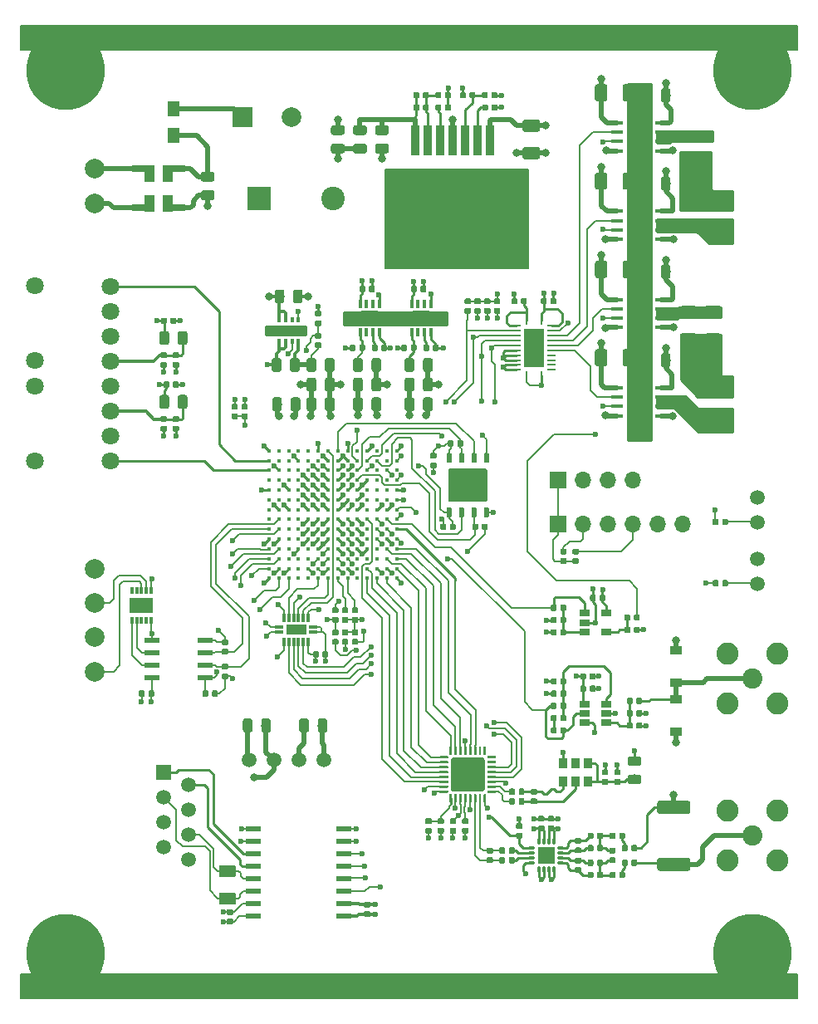
<source format=gbr>
G04 #@! TF.GenerationSoftware,KiCad,Pcbnew,5.0.2-bee76a0~70~ubuntu18.04.1*
G04 #@! TF.CreationDate,2019-01-23T11:33:38-08:00*
G04 #@! TF.ProjectId,controller,636f6e74-726f-46c6-9c65-722e6b696361,rev?*
G04 #@! TF.SameCoordinates,Original*
G04 #@! TF.FileFunction,Copper,L1,Top*
G04 #@! TF.FilePolarity,Positive*
%FSLAX46Y46*%
G04 Gerber Fmt 4.6, Leading zero omitted, Abs format (unit mm)*
G04 Created by KiCad (PCBNEW 5.0.2-bee76a0~70~ubuntu18.04.1) date Wed 23 Jan 2019 11:33:38 AM PST*
%MOMM*%
%LPD*%
G01*
G04 APERTURE LIST*
G04 #@! TA.AperFunction,Conductor*
%ADD10C,0.100000*%
G04 #@! TD*
G04 #@! TA.AperFunction,SMDPad,CuDef*
%ADD11C,0.590000*%
G04 #@! TD*
G04 #@! TA.AperFunction,SMDPad,CuDef*
%ADD12C,0.975000*%
G04 #@! TD*
G04 #@! TA.AperFunction,SMDPad,CuDef*
%ADD13C,1.250000*%
G04 #@! TD*
G04 #@! TA.AperFunction,SMDPad,CuDef*
%ADD14R,1.200000X0.900000*%
G04 #@! TD*
G04 #@! TA.AperFunction,ComponentPad*
%ADD15O,1.700000X1.700000*%
G04 #@! TD*
G04 #@! TA.AperFunction,ComponentPad*
%ADD16R,1.700000X1.700000*%
G04 #@! TD*
G04 #@! TA.AperFunction,SMDPad,CuDef*
%ADD17C,1.350000*%
G04 #@! TD*
G04 #@! TA.AperFunction,SMDPad,CuDef*
%ADD18R,0.890000X3.060000*%
G04 #@! TD*
G04 #@! TA.AperFunction,SMDPad,CuDef*
%ADD19R,5.350000X8.540000*%
G04 #@! TD*
G04 #@! TA.AperFunction,SMDPad,CuDef*
%ADD20R,0.400000X0.500000*%
G04 #@! TD*
G04 #@! TA.AperFunction,SMDPad,CuDef*
%ADD21R,1.900000X1.100000*%
G04 #@! TD*
G04 #@! TA.AperFunction,SMDPad,CuDef*
%ADD22R,0.825000X0.230000*%
G04 #@! TD*
G04 #@! TA.AperFunction,SMDPad,CuDef*
%ADD23R,1.750000X1.500000*%
G04 #@! TD*
G04 #@! TA.AperFunction,SMDPad,CuDef*
%ADD24R,0.330000X0.860000*%
G04 #@! TD*
G04 #@! TA.AperFunction,BGAPad,CuDef*
%ADD25C,0.400000*%
G04 #@! TD*
G04 #@! TA.AperFunction,SMDPad,CuDef*
%ADD26R,2.050000X1.050000*%
G04 #@! TD*
G04 #@! TA.AperFunction,SMDPad,CuDef*
%ADD27R,0.850000X0.300000*%
G04 #@! TD*
G04 #@! TA.AperFunction,SMDPad,CuDef*
%ADD28R,0.300000X0.850000*%
G04 #@! TD*
G04 #@! TA.AperFunction,SMDPad,CuDef*
%ADD29R,2.600000X3.100000*%
G04 #@! TD*
G04 #@! TA.AperFunction,SMDPad,CuDef*
%ADD30R,1.200000X0.450000*%
G04 #@! TD*
G04 #@! TA.AperFunction,SMDPad,CuDef*
%ADD31R,2.000000X4.000000*%
G04 #@! TD*
G04 #@! TA.AperFunction,SMDPad,CuDef*
%ADD32R,0.290000X0.900000*%
G04 #@! TD*
G04 #@! TA.AperFunction,SMDPad,CuDef*
%ADD33R,0.900000X0.290000*%
G04 #@! TD*
G04 #@! TA.AperFunction,ComponentPad*
%ADD34C,1.800000*%
G04 #@! TD*
G04 #@! TA.AperFunction,ComponentPad*
%ADD35C,1.500000*%
G04 #@! TD*
G04 #@! TA.AperFunction,SMDPad,CuDef*
%ADD36R,1.500000X0.600000*%
G04 #@! TD*
G04 #@! TA.AperFunction,SMDPad,CuDef*
%ADD37R,1.550000X0.600000*%
G04 #@! TD*
G04 #@! TA.AperFunction,SMDPad,CuDef*
%ADD38R,1.060000X0.650000*%
G04 #@! TD*
G04 #@! TA.AperFunction,SMDPad,CuDef*
%ADD39R,1.800000X1.800000*%
G04 #@! TD*
G04 #@! TA.AperFunction,SMDPad,CuDef*
%ADD40O,0.300000X0.750000*%
G04 #@! TD*
G04 #@! TA.AperFunction,SMDPad,CuDef*
%ADD41O,0.750000X0.300000*%
G04 #@! TD*
G04 #@! TA.AperFunction,SMDPad,CuDef*
%ADD42R,0.820000X1.050000*%
G04 #@! TD*
G04 #@! TA.AperFunction,SMDPad,CuDef*
%ADD43C,0.250000*%
G04 #@! TD*
G04 #@! TA.AperFunction,SMDPad,CuDef*
%ADD44C,3.450000*%
G04 #@! TD*
G04 #@! TA.AperFunction,ComponentPad*
%ADD45R,1.500000X1.500000*%
G04 #@! TD*
G04 #@! TA.AperFunction,ComponentPad*
%ADD46C,2.250000*%
G04 #@! TD*
G04 #@! TA.AperFunction,ComponentPad*
%ADD47C,2.050000*%
G04 #@! TD*
G04 #@! TA.AperFunction,ComponentPad*
%ADD48C,0.800000*%
G04 #@! TD*
G04 #@! TA.AperFunction,ComponentPad*
%ADD49C,8.000000*%
G04 #@! TD*
G04 #@! TA.AperFunction,ComponentPad*
%ADD50C,2.000000*%
G04 #@! TD*
G04 #@! TA.AperFunction,ComponentPad*
%ADD51R,2.000000X2.000000*%
G04 #@! TD*
G04 #@! TA.AperFunction,SMDPad,CuDef*
%ADD52R,1.200000X1.500000*%
G04 #@! TD*
G04 #@! TA.AperFunction,SMDPad,CuDef*
%ADD53R,2.480000X1.550000*%
G04 #@! TD*
G04 #@! TA.AperFunction,SMDPad,CuDef*
%ADD54R,0.300000X0.650000*%
G04 #@! TD*
G04 #@! TA.AperFunction,SMDPad,CuDef*
%ADD55R,1.000000X1.700000*%
G04 #@! TD*
G04 #@! TA.AperFunction,SMDPad,CuDef*
%ADD56R,1.400000X0.700000*%
G04 #@! TD*
G04 #@! TA.AperFunction,ComponentPad*
%ADD57C,2.400000*%
G04 #@! TD*
G04 #@! TA.AperFunction,ComponentPad*
%ADD58R,2.400000X2.400000*%
G04 #@! TD*
G04 #@! TA.AperFunction,SMDPad,CuDef*
%ADD59C,3.400000*%
G04 #@! TD*
G04 #@! TA.AperFunction,SMDPad,CuDef*
%ADD60C,0.500000*%
G04 #@! TD*
G04 #@! TA.AperFunction,ViaPad*
%ADD61C,0.600000*%
G04 #@! TD*
G04 #@! TA.AperFunction,ViaPad*
%ADD62C,0.800000*%
G04 #@! TD*
G04 #@! TA.AperFunction,Conductor*
%ADD63C,0.240000*%
G04 #@! TD*
G04 #@! TA.AperFunction,Conductor*
%ADD64C,0.200000*%
G04 #@! TD*
G04 #@! TA.AperFunction,Conductor*
%ADD65C,0.480000*%
G04 #@! TD*
G04 #@! TA.AperFunction,Conductor*
%ADD66C,0.320000*%
G04 #@! TD*
G04 #@! TA.AperFunction,Conductor*
%ADD67C,0.150000*%
G04 #@! TD*
G04 #@! TA.AperFunction,Conductor*
%ADD68C,0.254000*%
G04 #@! TD*
G04 APERTURE END LIST*
D10*
G04 #@! TO.N,Net-(C2001-Pad2)*
G04 #@! TO.C,C2001*
G36*
X131896958Y-38430710D02*
X131911276Y-38432834D01*
X131925317Y-38436351D01*
X131938946Y-38441228D01*
X131952031Y-38447417D01*
X131964447Y-38454858D01*
X131976073Y-38463481D01*
X131986798Y-38473202D01*
X131996519Y-38483927D01*
X132005142Y-38495553D01*
X132012583Y-38507969D01*
X132018772Y-38521054D01*
X132023649Y-38534683D01*
X132027166Y-38548724D01*
X132029290Y-38563042D01*
X132030000Y-38577500D01*
X132030000Y-38922500D01*
X132029290Y-38936958D01*
X132027166Y-38951276D01*
X132023649Y-38965317D01*
X132018772Y-38978946D01*
X132012583Y-38992031D01*
X132005142Y-39004447D01*
X131996519Y-39016073D01*
X131986798Y-39026798D01*
X131976073Y-39036519D01*
X131964447Y-39045142D01*
X131952031Y-39052583D01*
X131938946Y-39058772D01*
X131925317Y-39063649D01*
X131911276Y-39067166D01*
X131896958Y-39069290D01*
X131882500Y-39070000D01*
X131587500Y-39070000D01*
X131573042Y-39069290D01*
X131558724Y-39067166D01*
X131544683Y-39063649D01*
X131531054Y-39058772D01*
X131517969Y-39052583D01*
X131505553Y-39045142D01*
X131493927Y-39036519D01*
X131483202Y-39026798D01*
X131473481Y-39016073D01*
X131464858Y-39004447D01*
X131457417Y-38992031D01*
X131451228Y-38978946D01*
X131446351Y-38965317D01*
X131442834Y-38951276D01*
X131440710Y-38936958D01*
X131440000Y-38922500D01*
X131440000Y-38577500D01*
X131440710Y-38563042D01*
X131442834Y-38548724D01*
X131446351Y-38534683D01*
X131451228Y-38521054D01*
X131457417Y-38507969D01*
X131464858Y-38495553D01*
X131473481Y-38483927D01*
X131483202Y-38473202D01*
X131493927Y-38463481D01*
X131505553Y-38454858D01*
X131517969Y-38447417D01*
X131531054Y-38441228D01*
X131544683Y-38436351D01*
X131558724Y-38432834D01*
X131573042Y-38430710D01*
X131587500Y-38430000D01*
X131882500Y-38430000D01*
X131896958Y-38430710D01*
X131896958Y-38430710D01*
G37*
D11*
G04 #@! TD*
G04 #@! TO.P,C2001,2*
G04 #@! TO.N,Net-(C2001-Pad2)*
X131735000Y-38750000D03*
D10*
G04 #@! TO.N,/Power/+5VINT*
G04 #@! TO.C,C2001*
G36*
X130926958Y-38430710D02*
X130941276Y-38432834D01*
X130955317Y-38436351D01*
X130968946Y-38441228D01*
X130982031Y-38447417D01*
X130994447Y-38454858D01*
X131006073Y-38463481D01*
X131016798Y-38473202D01*
X131026519Y-38483927D01*
X131035142Y-38495553D01*
X131042583Y-38507969D01*
X131048772Y-38521054D01*
X131053649Y-38534683D01*
X131057166Y-38548724D01*
X131059290Y-38563042D01*
X131060000Y-38577500D01*
X131060000Y-38922500D01*
X131059290Y-38936958D01*
X131057166Y-38951276D01*
X131053649Y-38965317D01*
X131048772Y-38978946D01*
X131042583Y-38992031D01*
X131035142Y-39004447D01*
X131026519Y-39016073D01*
X131016798Y-39026798D01*
X131006073Y-39036519D01*
X130994447Y-39045142D01*
X130982031Y-39052583D01*
X130968946Y-39058772D01*
X130955317Y-39063649D01*
X130941276Y-39067166D01*
X130926958Y-39069290D01*
X130912500Y-39070000D01*
X130617500Y-39070000D01*
X130603042Y-39069290D01*
X130588724Y-39067166D01*
X130574683Y-39063649D01*
X130561054Y-39058772D01*
X130547969Y-39052583D01*
X130535553Y-39045142D01*
X130523927Y-39036519D01*
X130513202Y-39026798D01*
X130503481Y-39016073D01*
X130494858Y-39004447D01*
X130487417Y-38992031D01*
X130481228Y-38978946D01*
X130476351Y-38965317D01*
X130472834Y-38951276D01*
X130470710Y-38936958D01*
X130470000Y-38922500D01*
X130470000Y-38577500D01*
X130470710Y-38563042D01*
X130472834Y-38548724D01*
X130476351Y-38534683D01*
X130481228Y-38521054D01*
X130487417Y-38507969D01*
X130494858Y-38495553D01*
X130503481Y-38483927D01*
X130513202Y-38473202D01*
X130523927Y-38463481D01*
X130535553Y-38454858D01*
X130547969Y-38447417D01*
X130561054Y-38441228D01*
X130574683Y-38436351D01*
X130588724Y-38432834D01*
X130603042Y-38430710D01*
X130617500Y-38430000D01*
X130912500Y-38430000D01*
X130926958Y-38430710D01*
X130926958Y-38430710D01*
G37*
D11*
G04 #@! TD*
G04 #@! TO.P,C2001,1*
G04 #@! TO.N,/Power/+5VINT*
X130765000Y-38750000D03*
D10*
G04 #@! TO.N,GND*
G04 #@! TO.C,C2002*
G36*
X134146958Y-38430710D02*
X134161276Y-38432834D01*
X134175317Y-38436351D01*
X134188946Y-38441228D01*
X134202031Y-38447417D01*
X134214447Y-38454858D01*
X134226073Y-38463481D01*
X134236798Y-38473202D01*
X134246519Y-38483927D01*
X134255142Y-38495553D01*
X134262583Y-38507969D01*
X134268772Y-38521054D01*
X134273649Y-38534683D01*
X134277166Y-38548724D01*
X134279290Y-38563042D01*
X134280000Y-38577500D01*
X134280000Y-38922500D01*
X134279290Y-38936958D01*
X134277166Y-38951276D01*
X134273649Y-38965317D01*
X134268772Y-38978946D01*
X134262583Y-38992031D01*
X134255142Y-39004447D01*
X134246519Y-39016073D01*
X134236798Y-39026798D01*
X134226073Y-39036519D01*
X134214447Y-39045142D01*
X134202031Y-39052583D01*
X134188946Y-39058772D01*
X134175317Y-39063649D01*
X134161276Y-39067166D01*
X134146958Y-39069290D01*
X134132500Y-39070000D01*
X133837500Y-39070000D01*
X133823042Y-39069290D01*
X133808724Y-39067166D01*
X133794683Y-39063649D01*
X133781054Y-39058772D01*
X133767969Y-39052583D01*
X133755553Y-39045142D01*
X133743927Y-39036519D01*
X133733202Y-39026798D01*
X133723481Y-39016073D01*
X133714858Y-39004447D01*
X133707417Y-38992031D01*
X133701228Y-38978946D01*
X133696351Y-38965317D01*
X133692834Y-38951276D01*
X133690710Y-38936958D01*
X133690000Y-38922500D01*
X133690000Y-38577500D01*
X133690710Y-38563042D01*
X133692834Y-38548724D01*
X133696351Y-38534683D01*
X133701228Y-38521054D01*
X133707417Y-38507969D01*
X133714858Y-38495553D01*
X133723481Y-38483927D01*
X133733202Y-38473202D01*
X133743927Y-38463481D01*
X133755553Y-38454858D01*
X133767969Y-38447417D01*
X133781054Y-38441228D01*
X133794683Y-38436351D01*
X133808724Y-38432834D01*
X133823042Y-38430710D01*
X133837500Y-38430000D01*
X134132500Y-38430000D01*
X134146958Y-38430710D01*
X134146958Y-38430710D01*
G37*
D11*
G04 #@! TD*
G04 #@! TO.P,C2002,2*
G04 #@! TO.N,GND*
X133985000Y-38750000D03*
D10*
G04 #@! TO.N,Net-(C2002-Pad1)*
G04 #@! TO.C,C2002*
G36*
X133176958Y-38430710D02*
X133191276Y-38432834D01*
X133205317Y-38436351D01*
X133218946Y-38441228D01*
X133232031Y-38447417D01*
X133244447Y-38454858D01*
X133256073Y-38463481D01*
X133266798Y-38473202D01*
X133276519Y-38483927D01*
X133285142Y-38495553D01*
X133292583Y-38507969D01*
X133298772Y-38521054D01*
X133303649Y-38534683D01*
X133307166Y-38548724D01*
X133309290Y-38563042D01*
X133310000Y-38577500D01*
X133310000Y-38922500D01*
X133309290Y-38936958D01*
X133307166Y-38951276D01*
X133303649Y-38965317D01*
X133298772Y-38978946D01*
X133292583Y-38992031D01*
X133285142Y-39004447D01*
X133276519Y-39016073D01*
X133266798Y-39026798D01*
X133256073Y-39036519D01*
X133244447Y-39045142D01*
X133232031Y-39052583D01*
X133218946Y-39058772D01*
X133205317Y-39063649D01*
X133191276Y-39067166D01*
X133176958Y-39069290D01*
X133162500Y-39070000D01*
X132867500Y-39070000D01*
X132853042Y-39069290D01*
X132838724Y-39067166D01*
X132824683Y-39063649D01*
X132811054Y-39058772D01*
X132797969Y-39052583D01*
X132785553Y-39045142D01*
X132773927Y-39036519D01*
X132763202Y-39026798D01*
X132753481Y-39016073D01*
X132744858Y-39004447D01*
X132737417Y-38992031D01*
X132731228Y-38978946D01*
X132726351Y-38965317D01*
X132722834Y-38951276D01*
X132720710Y-38936958D01*
X132720000Y-38922500D01*
X132720000Y-38577500D01*
X132720710Y-38563042D01*
X132722834Y-38548724D01*
X132726351Y-38534683D01*
X132731228Y-38521054D01*
X132737417Y-38507969D01*
X132744858Y-38495553D01*
X132753481Y-38483927D01*
X132763202Y-38473202D01*
X132773927Y-38463481D01*
X132785553Y-38454858D01*
X132797969Y-38447417D01*
X132811054Y-38441228D01*
X132824683Y-38436351D01*
X132838724Y-38432834D01*
X132853042Y-38430710D01*
X132867500Y-38430000D01*
X133162500Y-38430000D01*
X133176958Y-38430710D01*
X133176958Y-38430710D01*
G37*
D11*
G04 #@! TD*
G04 #@! TO.P,C2002,1*
G04 #@! TO.N,Net-(C2002-Pad1)*
X133015000Y-38750000D03*
D10*
G04 #@! TO.N,GND*
G04 #@! TO.C,C2003*
G36*
X109980142Y-47201174D02*
X110003803Y-47204684D01*
X110027007Y-47210496D01*
X110049529Y-47218554D01*
X110071153Y-47228782D01*
X110091670Y-47241079D01*
X110110883Y-47255329D01*
X110128607Y-47271393D01*
X110144671Y-47289117D01*
X110158921Y-47308330D01*
X110171218Y-47328847D01*
X110181446Y-47350471D01*
X110189504Y-47372993D01*
X110195316Y-47396197D01*
X110198826Y-47419858D01*
X110200000Y-47443750D01*
X110200000Y-47931250D01*
X110198826Y-47955142D01*
X110195316Y-47978803D01*
X110189504Y-48002007D01*
X110181446Y-48024529D01*
X110171218Y-48046153D01*
X110158921Y-48066670D01*
X110144671Y-48085883D01*
X110128607Y-48103607D01*
X110110883Y-48119671D01*
X110091670Y-48133921D01*
X110071153Y-48146218D01*
X110049529Y-48156446D01*
X110027007Y-48164504D01*
X110003803Y-48170316D01*
X109980142Y-48173826D01*
X109956250Y-48175000D01*
X109043750Y-48175000D01*
X109019858Y-48173826D01*
X108996197Y-48170316D01*
X108972993Y-48164504D01*
X108950471Y-48156446D01*
X108928847Y-48146218D01*
X108908330Y-48133921D01*
X108889117Y-48119671D01*
X108871393Y-48103607D01*
X108855329Y-48085883D01*
X108841079Y-48066670D01*
X108828782Y-48046153D01*
X108818554Y-48024529D01*
X108810496Y-48002007D01*
X108804684Y-47978803D01*
X108801174Y-47955142D01*
X108800000Y-47931250D01*
X108800000Y-47443750D01*
X108801174Y-47419858D01*
X108804684Y-47396197D01*
X108810496Y-47372993D01*
X108818554Y-47350471D01*
X108828782Y-47328847D01*
X108841079Y-47308330D01*
X108855329Y-47289117D01*
X108871393Y-47271393D01*
X108889117Y-47255329D01*
X108908330Y-47241079D01*
X108928847Y-47228782D01*
X108950471Y-47218554D01*
X108972993Y-47210496D01*
X108996197Y-47204684D01*
X109019858Y-47201174D01*
X109043750Y-47200000D01*
X109956250Y-47200000D01*
X109980142Y-47201174D01*
X109980142Y-47201174D01*
G37*
D12*
G04 #@! TD*
G04 #@! TO.P,C2003,2*
G04 #@! TO.N,GND*
X109500000Y-47687500D03*
D10*
G04 #@! TO.N,Net-(C2003-Pad1)*
G04 #@! TO.C,C2003*
G36*
X109980142Y-45326174D02*
X110003803Y-45329684D01*
X110027007Y-45335496D01*
X110049529Y-45343554D01*
X110071153Y-45353782D01*
X110091670Y-45366079D01*
X110110883Y-45380329D01*
X110128607Y-45396393D01*
X110144671Y-45414117D01*
X110158921Y-45433330D01*
X110171218Y-45453847D01*
X110181446Y-45475471D01*
X110189504Y-45497993D01*
X110195316Y-45521197D01*
X110198826Y-45544858D01*
X110200000Y-45568750D01*
X110200000Y-46056250D01*
X110198826Y-46080142D01*
X110195316Y-46103803D01*
X110189504Y-46127007D01*
X110181446Y-46149529D01*
X110171218Y-46171153D01*
X110158921Y-46191670D01*
X110144671Y-46210883D01*
X110128607Y-46228607D01*
X110110883Y-46244671D01*
X110091670Y-46258921D01*
X110071153Y-46271218D01*
X110049529Y-46281446D01*
X110027007Y-46289504D01*
X110003803Y-46295316D01*
X109980142Y-46298826D01*
X109956250Y-46300000D01*
X109043750Y-46300000D01*
X109019858Y-46298826D01*
X108996197Y-46295316D01*
X108972993Y-46289504D01*
X108950471Y-46281446D01*
X108928847Y-46271218D01*
X108908330Y-46258921D01*
X108889117Y-46244671D01*
X108871393Y-46228607D01*
X108855329Y-46210883D01*
X108841079Y-46191670D01*
X108828782Y-46171153D01*
X108818554Y-46149529D01*
X108810496Y-46127007D01*
X108804684Y-46103803D01*
X108801174Y-46080142D01*
X108800000Y-46056250D01*
X108800000Y-45568750D01*
X108801174Y-45544858D01*
X108804684Y-45521197D01*
X108810496Y-45497993D01*
X108818554Y-45475471D01*
X108828782Y-45453847D01*
X108841079Y-45433330D01*
X108855329Y-45414117D01*
X108871393Y-45396393D01*
X108889117Y-45380329D01*
X108908330Y-45366079D01*
X108928847Y-45353782D01*
X108950471Y-45343554D01*
X108972993Y-45335496D01*
X108996197Y-45329684D01*
X109019858Y-45326174D01*
X109043750Y-45325000D01*
X109956250Y-45325000D01*
X109980142Y-45326174D01*
X109980142Y-45326174D01*
G37*
D12*
G04 #@! TD*
G04 #@! TO.P,C2003,1*
G04 #@! TO.N,Net-(C2003-Pad1)*
X109500000Y-45812500D03*
D10*
G04 #@! TO.N,GND*
G04 #@! TO.C,C2004*
G36*
X143124503Y-42776204D02*
X143148772Y-42779804D01*
X143172570Y-42785765D01*
X143195670Y-42794030D01*
X143217848Y-42804520D01*
X143238892Y-42817133D01*
X143258597Y-42831747D01*
X143276776Y-42848223D01*
X143293252Y-42866402D01*
X143307866Y-42886107D01*
X143320479Y-42907151D01*
X143330969Y-42929329D01*
X143339234Y-42952429D01*
X143345195Y-42976227D01*
X143348795Y-43000496D01*
X143349999Y-43025000D01*
X143349999Y-43775000D01*
X143348795Y-43799504D01*
X143345195Y-43823773D01*
X143339234Y-43847571D01*
X143330969Y-43870671D01*
X143320479Y-43892849D01*
X143307866Y-43913893D01*
X143293252Y-43933598D01*
X143276776Y-43951777D01*
X143258597Y-43968253D01*
X143238892Y-43982867D01*
X143217848Y-43995480D01*
X143195670Y-44005970D01*
X143172570Y-44014235D01*
X143148772Y-44020196D01*
X143124503Y-44023796D01*
X143099999Y-44025000D01*
X141849999Y-44025000D01*
X141825495Y-44023796D01*
X141801226Y-44020196D01*
X141777428Y-44014235D01*
X141754328Y-44005970D01*
X141732150Y-43995480D01*
X141711106Y-43982867D01*
X141691401Y-43968253D01*
X141673222Y-43951777D01*
X141656746Y-43933598D01*
X141642132Y-43913893D01*
X141629519Y-43892849D01*
X141619029Y-43870671D01*
X141610764Y-43847571D01*
X141604803Y-43823773D01*
X141601203Y-43799504D01*
X141599999Y-43775000D01*
X141599999Y-43025000D01*
X141601203Y-43000496D01*
X141604803Y-42976227D01*
X141610764Y-42952429D01*
X141619029Y-42929329D01*
X141629519Y-42907151D01*
X141642132Y-42886107D01*
X141656746Y-42866402D01*
X141673222Y-42848223D01*
X141691401Y-42831747D01*
X141711106Y-42817133D01*
X141732150Y-42804520D01*
X141754328Y-42794030D01*
X141777428Y-42785765D01*
X141801226Y-42779804D01*
X141825495Y-42776204D01*
X141849999Y-42775000D01*
X143099999Y-42775000D01*
X143124503Y-42776204D01*
X143124503Y-42776204D01*
G37*
D13*
G04 #@! TD*
G04 #@! TO.P,C2004,2*
G04 #@! TO.N,GND*
X142474999Y-43400000D03*
D10*
G04 #@! TO.N,+24V*
G04 #@! TO.C,C2004*
G36*
X143124503Y-39976204D02*
X143148772Y-39979804D01*
X143172570Y-39985765D01*
X143195670Y-39994030D01*
X143217848Y-40004520D01*
X143238892Y-40017133D01*
X143258597Y-40031747D01*
X143276776Y-40048223D01*
X143293252Y-40066402D01*
X143307866Y-40086107D01*
X143320479Y-40107151D01*
X143330969Y-40129329D01*
X143339234Y-40152429D01*
X143345195Y-40176227D01*
X143348795Y-40200496D01*
X143349999Y-40225000D01*
X143349999Y-40975000D01*
X143348795Y-40999504D01*
X143345195Y-41023773D01*
X143339234Y-41047571D01*
X143330969Y-41070671D01*
X143320479Y-41092849D01*
X143307866Y-41113893D01*
X143293252Y-41133598D01*
X143276776Y-41151777D01*
X143258597Y-41168253D01*
X143238892Y-41182867D01*
X143217848Y-41195480D01*
X143195670Y-41205970D01*
X143172570Y-41214235D01*
X143148772Y-41220196D01*
X143124503Y-41223796D01*
X143099999Y-41225000D01*
X141849999Y-41225000D01*
X141825495Y-41223796D01*
X141801226Y-41220196D01*
X141777428Y-41214235D01*
X141754328Y-41205970D01*
X141732150Y-41195480D01*
X141711106Y-41182867D01*
X141691401Y-41168253D01*
X141673222Y-41151777D01*
X141656746Y-41133598D01*
X141642132Y-41113893D01*
X141629519Y-41092849D01*
X141619029Y-41070671D01*
X141610764Y-41047571D01*
X141604803Y-41023773D01*
X141601203Y-40999504D01*
X141599999Y-40975000D01*
X141599999Y-40225000D01*
X141601203Y-40200496D01*
X141604803Y-40176227D01*
X141610764Y-40152429D01*
X141619029Y-40129329D01*
X141629519Y-40107151D01*
X141642132Y-40086107D01*
X141656746Y-40066402D01*
X141673222Y-40048223D01*
X141691401Y-40031747D01*
X141711106Y-40017133D01*
X141732150Y-40004520D01*
X141754328Y-39994030D01*
X141777428Y-39985765D01*
X141801226Y-39979804D01*
X141825495Y-39976204D01*
X141849999Y-39975000D01*
X143099999Y-39975000D01*
X143124503Y-39976204D01*
X143124503Y-39976204D01*
G37*
D13*
G04 #@! TD*
G04 #@! TO.P,C2004,1*
G04 #@! TO.N,+24V*
X142474999Y-40600000D03*
D10*
G04 #@! TO.N,GND*
G04 #@! TO.C,C2005*
G36*
X127730142Y-42451174D02*
X127753803Y-42454684D01*
X127777007Y-42460496D01*
X127799529Y-42468554D01*
X127821153Y-42478782D01*
X127841670Y-42491079D01*
X127860883Y-42505329D01*
X127878607Y-42521393D01*
X127894671Y-42539117D01*
X127908921Y-42558330D01*
X127921218Y-42578847D01*
X127931446Y-42600471D01*
X127939504Y-42622993D01*
X127945316Y-42646197D01*
X127948826Y-42669858D01*
X127950000Y-42693750D01*
X127950000Y-43181250D01*
X127948826Y-43205142D01*
X127945316Y-43228803D01*
X127939504Y-43252007D01*
X127931446Y-43274529D01*
X127921218Y-43296153D01*
X127908921Y-43316670D01*
X127894671Y-43335883D01*
X127878607Y-43353607D01*
X127860883Y-43369671D01*
X127841670Y-43383921D01*
X127821153Y-43396218D01*
X127799529Y-43406446D01*
X127777007Y-43414504D01*
X127753803Y-43420316D01*
X127730142Y-43423826D01*
X127706250Y-43425000D01*
X126793750Y-43425000D01*
X126769858Y-43423826D01*
X126746197Y-43420316D01*
X126722993Y-43414504D01*
X126700471Y-43406446D01*
X126678847Y-43396218D01*
X126658330Y-43383921D01*
X126639117Y-43369671D01*
X126621393Y-43353607D01*
X126605329Y-43335883D01*
X126591079Y-43316670D01*
X126578782Y-43296153D01*
X126568554Y-43274529D01*
X126560496Y-43252007D01*
X126554684Y-43228803D01*
X126551174Y-43205142D01*
X126550000Y-43181250D01*
X126550000Y-42693750D01*
X126551174Y-42669858D01*
X126554684Y-42646197D01*
X126560496Y-42622993D01*
X126568554Y-42600471D01*
X126578782Y-42578847D01*
X126591079Y-42558330D01*
X126605329Y-42539117D01*
X126621393Y-42521393D01*
X126639117Y-42505329D01*
X126658330Y-42491079D01*
X126678847Y-42478782D01*
X126700471Y-42468554D01*
X126722993Y-42460496D01*
X126746197Y-42454684D01*
X126769858Y-42451174D01*
X126793750Y-42450000D01*
X127706250Y-42450000D01*
X127730142Y-42451174D01*
X127730142Y-42451174D01*
G37*
D12*
G04 #@! TD*
G04 #@! TO.P,C2005,2*
G04 #@! TO.N,GND*
X127250000Y-42937500D03*
D10*
G04 #@! TO.N,/Power/+5VINT*
G04 #@! TO.C,C2005*
G36*
X127730142Y-40576174D02*
X127753803Y-40579684D01*
X127777007Y-40585496D01*
X127799529Y-40593554D01*
X127821153Y-40603782D01*
X127841670Y-40616079D01*
X127860883Y-40630329D01*
X127878607Y-40646393D01*
X127894671Y-40664117D01*
X127908921Y-40683330D01*
X127921218Y-40703847D01*
X127931446Y-40725471D01*
X127939504Y-40747993D01*
X127945316Y-40771197D01*
X127948826Y-40794858D01*
X127950000Y-40818750D01*
X127950000Y-41306250D01*
X127948826Y-41330142D01*
X127945316Y-41353803D01*
X127939504Y-41377007D01*
X127931446Y-41399529D01*
X127921218Y-41421153D01*
X127908921Y-41441670D01*
X127894671Y-41460883D01*
X127878607Y-41478607D01*
X127860883Y-41494671D01*
X127841670Y-41508921D01*
X127821153Y-41521218D01*
X127799529Y-41531446D01*
X127777007Y-41539504D01*
X127753803Y-41545316D01*
X127730142Y-41548826D01*
X127706250Y-41550000D01*
X126793750Y-41550000D01*
X126769858Y-41548826D01*
X126746197Y-41545316D01*
X126722993Y-41539504D01*
X126700471Y-41531446D01*
X126678847Y-41521218D01*
X126658330Y-41508921D01*
X126639117Y-41494671D01*
X126621393Y-41478607D01*
X126605329Y-41460883D01*
X126591079Y-41441670D01*
X126578782Y-41421153D01*
X126568554Y-41399529D01*
X126560496Y-41377007D01*
X126554684Y-41353803D01*
X126551174Y-41330142D01*
X126550000Y-41306250D01*
X126550000Y-40818750D01*
X126551174Y-40794858D01*
X126554684Y-40771197D01*
X126560496Y-40747993D01*
X126568554Y-40725471D01*
X126578782Y-40703847D01*
X126591079Y-40683330D01*
X126605329Y-40664117D01*
X126621393Y-40646393D01*
X126639117Y-40630329D01*
X126658330Y-40616079D01*
X126678847Y-40603782D01*
X126700471Y-40593554D01*
X126722993Y-40585496D01*
X126746197Y-40579684D01*
X126769858Y-40576174D01*
X126793750Y-40575000D01*
X127706250Y-40575000D01*
X127730142Y-40576174D01*
X127730142Y-40576174D01*
G37*
D12*
G04 #@! TD*
G04 #@! TO.P,C2005,1*
G04 #@! TO.N,/Power/+5VINT*
X127250000Y-41062500D03*
D10*
G04 #@! TO.N,GND*
G04 #@! TO.C,C2007*
G36*
X118955142Y-57301174D02*
X118978803Y-57304684D01*
X119002007Y-57310496D01*
X119024529Y-57318554D01*
X119046153Y-57328782D01*
X119066670Y-57341079D01*
X119085883Y-57355329D01*
X119103607Y-57371393D01*
X119119671Y-57389117D01*
X119133921Y-57408330D01*
X119146218Y-57428847D01*
X119156446Y-57450471D01*
X119164504Y-57472993D01*
X119170316Y-57496197D01*
X119173826Y-57519858D01*
X119175000Y-57543750D01*
X119175000Y-58456250D01*
X119173826Y-58480142D01*
X119170316Y-58503803D01*
X119164504Y-58527007D01*
X119156446Y-58549529D01*
X119146218Y-58571153D01*
X119133921Y-58591670D01*
X119119671Y-58610883D01*
X119103607Y-58628607D01*
X119085883Y-58644671D01*
X119066670Y-58658921D01*
X119046153Y-58671218D01*
X119024529Y-58681446D01*
X119002007Y-58689504D01*
X118978803Y-58695316D01*
X118955142Y-58698826D01*
X118931250Y-58700000D01*
X118443750Y-58700000D01*
X118419858Y-58698826D01*
X118396197Y-58695316D01*
X118372993Y-58689504D01*
X118350471Y-58681446D01*
X118328847Y-58671218D01*
X118308330Y-58658921D01*
X118289117Y-58644671D01*
X118271393Y-58628607D01*
X118255329Y-58610883D01*
X118241079Y-58591670D01*
X118228782Y-58571153D01*
X118218554Y-58549529D01*
X118210496Y-58527007D01*
X118204684Y-58503803D01*
X118201174Y-58480142D01*
X118200000Y-58456250D01*
X118200000Y-57543750D01*
X118201174Y-57519858D01*
X118204684Y-57496197D01*
X118210496Y-57472993D01*
X118218554Y-57450471D01*
X118228782Y-57428847D01*
X118241079Y-57408330D01*
X118255329Y-57389117D01*
X118271393Y-57371393D01*
X118289117Y-57355329D01*
X118308330Y-57341079D01*
X118328847Y-57328782D01*
X118350471Y-57318554D01*
X118372993Y-57310496D01*
X118396197Y-57304684D01*
X118419858Y-57301174D01*
X118443750Y-57300000D01*
X118931250Y-57300000D01*
X118955142Y-57301174D01*
X118955142Y-57301174D01*
G37*
D12*
G04 #@! TD*
G04 #@! TO.P,C2007,2*
G04 #@! TO.N,GND*
X118687500Y-58000000D03*
D10*
G04 #@! TO.N,+5V*
G04 #@! TO.C,C2007*
G36*
X117080142Y-57301174D02*
X117103803Y-57304684D01*
X117127007Y-57310496D01*
X117149529Y-57318554D01*
X117171153Y-57328782D01*
X117191670Y-57341079D01*
X117210883Y-57355329D01*
X117228607Y-57371393D01*
X117244671Y-57389117D01*
X117258921Y-57408330D01*
X117271218Y-57428847D01*
X117281446Y-57450471D01*
X117289504Y-57472993D01*
X117295316Y-57496197D01*
X117298826Y-57519858D01*
X117300000Y-57543750D01*
X117300000Y-58456250D01*
X117298826Y-58480142D01*
X117295316Y-58503803D01*
X117289504Y-58527007D01*
X117281446Y-58549529D01*
X117271218Y-58571153D01*
X117258921Y-58591670D01*
X117244671Y-58610883D01*
X117228607Y-58628607D01*
X117210883Y-58644671D01*
X117191670Y-58658921D01*
X117171153Y-58671218D01*
X117149529Y-58681446D01*
X117127007Y-58689504D01*
X117103803Y-58695316D01*
X117080142Y-58698826D01*
X117056250Y-58700000D01*
X116568750Y-58700000D01*
X116544858Y-58698826D01*
X116521197Y-58695316D01*
X116497993Y-58689504D01*
X116475471Y-58681446D01*
X116453847Y-58671218D01*
X116433330Y-58658921D01*
X116414117Y-58644671D01*
X116396393Y-58628607D01*
X116380329Y-58610883D01*
X116366079Y-58591670D01*
X116353782Y-58571153D01*
X116343554Y-58549529D01*
X116335496Y-58527007D01*
X116329684Y-58503803D01*
X116326174Y-58480142D01*
X116325000Y-58456250D01*
X116325000Y-57543750D01*
X116326174Y-57519858D01*
X116329684Y-57496197D01*
X116335496Y-57472993D01*
X116343554Y-57450471D01*
X116353782Y-57428847D01*
X116366079Y-57408330D01*
X116380329Y-57389117D01*
X116396393Y-57371393D01*
X116414117Y-57355329D01*
X116433330Y-57341079D01*
X116453847Y-57328782D01*
X116475471Y-57318554D01*
X116497993Y-57310496D01*
X116521197Y-57304684D01*
X116544858Y-57301174D01*
X116568750Y-57300000D01*
X117056250Y-57300000D01*
X117080142Y-57301174D01*
X117080142Y-57301174D01*
G37*
D12*
G04 #@! TD*
G04 #@! TO.P,C2007,1*
G04 #@! TO.N,+5V*
X116812500Y-58000000D03*
D10*
G04 #@! TO.N,+5V*
G04 #@! TO.C,C2008*
G36*
X125426958Y-56930710D02*
X125441276Y-56932834D01*
X125455317Y-56936351D01*
X125468946Y-56941228D01*
X125482031Y-56947417D01*
X125494447Y-56954858D01*
X125506073Y-56963481D01*
X125516798Y-56973202D01*
X125526519Y-56983927D01*
X125535142Y-56995553D01*
X125542583Y-57007969D01*
X125548772Y-57021054D01*
X125553649Y-57034683D01*
X125557166Y-57048724D01*
X125559290Y-57063042D01*
X125560000Y-57077500D01*
X125560000Y-57422500D01*
X125559290Y-57436958D01*
X125557166Y-57451276D01*
X125553649Y-57465317D01*
X125548772Y-57478946D01*
X125542583Y-57492031D01*
X125535142Y-57504447D01*
X125526519Y-57516073D01*
X125516798Y-57526798D01*
X125506073Y-57536519D01*
X125494447Y-57545142D01*
X125482031Y-57552583D01*
X125468946Y-57558772D01*
X125455317Y-57563649D01*
X125441276Y-57567166D01*
X125426958Y-57569290D01*
X125412500Y-57570000D01*
X125117500Y-57570000D01*
X125103042Y-57569290D01*
X125088724Y-57567166D01*
X125074683Y-57563649D01*
X125061054Y-57558772D01*
X125047969Y-57552583D01*
X125035553Y-57545142D01*
X125023927Y-57536519D01*
X125013202Y-57526798D01*
X125003481Y-57516073D01*
X124994858Y-57504447D01*
X124987417Y-57492031D01*
X124981228Y-57478946D01*
X124976351Y-57465317D01*
X124972834Y-57451276D01*
X124970710Y-57436958D01*
X124970000Y-57422500D01*
X124970000Y-57077500D01*
X124970710Y-57063042D01*
X124972834Y-57048724D01*
X124976351Y-57034683D01*
X124981228Y-57021054D01*
X124987417Y-57007969D01*
X124994858Y-56995553D01*
X125003481Y-56983927D01*
X125013202Y-56973202D01*
X125023927Y-56963481D01*
X125035553Y-56954858D01*
X125047969Y-56947417D01*
X125061054Y-56941228D01*
X125074683Y-56936351D01*
X125088724Y-56932834D01*
X125103042Y-56930710D01*
X125117500Y-56930000D01*
X125412500Y-56930000D01*
X125426958Y-56930710D01*
X125426958Y-56930710D01*
G37*
D11*
G04 #@! TD*
G04 #@! TO.P,C2008,2*
G04 #@! TO.N,+5V*
X125265000Y-57250000D03*
D10*
G04 #@! TO.N,GND*
G04 #@! TO.C,C2008*
G36*
X126396958Y-56930710D02*
X126411276Y-56932834D01*
X126425317Y-56936351D01*
X126438946Y-56941228D01*
X126452031Y-56947417D01*
X126464447Y-56954858D01*
X126476073Y-56963481D01*
X126486798Y-56973202D01*
X126496519Y-56983927D01*
X126505142Y-56995553D01*
X126512583Y-57007969D01*
X126518772Y-57021054D01*
X126523649Y-57034683D01*
X126527166Y-57048724D01*
X126529290Y-57063042D01*
X126530000Y-57077500D01*
X126530000Y-57422500D01*
X126529290Y-57436958D01*
X126527166Y-57451276D01*
X126523649Y-57465317D01*
X126518772Y-57478946D01*
X126512583Y-57492031D01*
X126505142Y-57504447D01*
X126496519Y-57516073D01*
X126486798Y-57526798D01*
X126476073Y-57536519D01*
X126464447Y-57545142D01*
X126452031Y-57552583D01*
X126438946Y-57558772D01*
X126425317Y-57563649D01*
X126411276Y-57567166D01*
X126396958Y-57569290D01*
X126382500Y-57570000D01*
X126087500Y-57570000D01*
X126073042Y-57569290D01*
X126058724Y-57567166D01*
X126044683Y-57563649D01*
X126031054Y-57558772D01*
X126017969Y-57552583D01*
X126005553Y-57545142D01*
X125993927Y-57536519D01*
X125983202Y-57526798D01*
X125973481Y-57516073D01*
X125964858Y-57504447D01*
X125957417Y-57492031D01*
X125951228Y-57478946D01*
X125946351Y-57465317D01*
X125942834Y-57451276D01*
X125940710Y-57436958D01*
X125940000Y-57422500D01*
X125940000Y-57077500D01*
X125940710Y-57063042D01*
X125942834Y-57048724D01*
X125946351Y-57034683D01*
X125951228Y-57021054D01*
X125957417Y-57007969D01*
X125964858Y-56995553D01*
X125973481Y-56983927D01*
X125983202Y-56973202D01*
X125993927Y-56963481D01*
X126005553Y-56954858D01*
X126017969Y-56947417D01*
X126031054Y-56941228D01*
X126044683Y-56936351D01*
X126058724Y-56932834D01*
X126073042Y-56930710D01*
X126087500Y-56930000D01*
X126382500Y-56930000D01*
X126396958Y-56930710D01*
X126396958Y-56930710D01*
G37*
D11*
G04 #@! TD*
G04 #@! TO.P,C2008,1*
G04 #@! TO.N,GND*
X126235000Y-57250000D03*
D10*
G04 #@! TO.N,+5V*
G04 #@! TO.C,C2009*
G36*
X130676958Y-56930710D02*
X130691276Y-56932834D01*
X130705317Y-56936351D01*
X130718946Y-56941228D01*
X130732031Y-56947417D01*
X130744447Y-56954858D01*
X130756073Y-56963481D01*
X130766798Y-56973202D01*
X130776519Y-56983927D01*
X130785142Y-56995553D01*
X130792583Y-57007969D01*
X130798772Y-57021054D01*
X130803649Y-57034683D01*
X130807166Y-57048724D01*
X130809290Y-57063042D01*
X130810000Y-57077500D01*
X130810000Y-57422500D01*
X130809290Y-57436958D01*
X130807166Y-57451276D01*
X130803649Y-57465317D01*
X130798772Y-57478946D01*
X130792583Y-57492031D01*
X130785142Y-57504447D01*
X130776519Y-57516073D01*
X130766798Y-57526798D01*
X130756073Y-57536519D01*
X130744447Y-57545142D01*
X130732031Y-57552583D01*
X130718946Y-57558772D01*
X130705317Y-57563649D01*
X130691276Y-57567166D01*
X130676958Y-57569290D01*
X130662500Y-57570000D01*
X130367500Y-57570000D01*
X130353042Y-57569290D01*
X130338724Y-57567166D01*
X130324683Y-57563649D01*
X130311054Y-57558772D01*
X130297969Y-57552583D01*
X130285553Y-57545142D01*
X130273927Y-57536519D01*
X130263202Y-57526798D01*
X130253481Y-57516073D01*
X130244858Y-57504447D01*
X130237417Y-57492031D01*
X130231228Y-57478946D01*
X130226351Y-57465317D01*
X130222834Y-57451276D01*
X130220710Y-57436958D01*
X130220000Y-57422500D01*
X130220000Y-57077500D01*
X130220710Y-57063042D01*
X130222834Y-57048724D01*
X130226351Y-57034683D01*
X130231228Y-57021054D01*
X130237417Y-57007969D01*
X130244858Y-56995553D01*
X130253481Y-56983927D01*
X130263202Y-56973202D01*
X130273927Y-56963481D01*
X130285553Y-56954858D01*
X130297969Y-56947417D01*
X130311054Y-56941228D01*
X130324683Y-56936351D01*
X130338724Y-56932834D01*
X130353042Y-56930710D01*
X130367500Y-56930000D01*
X130662500Y-56930000D01*
X130676958Y-56930710D01*
X130676958Y-56930710D01*
G37*
D11*
G04 #@! TD*
G04 #@! TO.P,C2009,2*
G04 #@! TO.N,+5V*
X130515000Y-57250000D03*
D10*
G04 #@! TO.N,GND*
G04 #@! TO.C,C2009*
G36*
X131646958Y-56930710D02*
X131661276Y-56932834D01*
X131675317Y-56936351D01*
X131688946Y-56941228D01*
X131702031Y-56947417D01*
X131714447Y-56954858D01*
X131726073Y-56963481D01*
X131736798Y-56973202D01*
X131746519Y-56983927D01*
X131755142Y-56995553D01*
X131762583Y-57007969D01*
X131768772Y-57021054D01*
X131773649Y-57034683D01*
X131777166Y-57048724D01*
X131779290Y-57063042D01*
X131780000Y-57077500D01*
X131780000Y-57422500D01*
X131779290Y-57436958D01*
X131777166Y-57451276D01*
X131773649Y-57465317D01*
X131768772Y-57478946D01*
X131762583Y-57492031D01*
X131755142Y-57504447D01*
X131746519Y-57516073D01*
X131736798Y-57526798D01*
X131726073Y-57536519D01*
X131714447Y-57545142D01*
X131702031Y-57552583D01*
X131688946Y-57558772D01*
X131675317Y-57563649D01*
X131661276Y-57567166D01*
X131646958Y-57569290D01*
X131632500Y-57570000D01*
X131337500Y-57570000D01*
X131323042Y-57569290D01*
X131308724Y-57567166D01*
X131294683Y-57563649D01*
X131281054Y-57558772D01*
X131267969Y-57552583D01*
X131255553Y-57545142D01*
X131243927Y-57536519D01*
X131233202Y-57526798D01*
X131223481Y-57516073D01*
X131214858Y-57504447D01*
X131207417Y-57492031D01*
X131201228Y-57478946D01*
X131196351Y-57465317D01*
X131192834Y-57451276D01*
X131190710Y-57436958D01*
X131190000Y-57422500D01*
X131190000Y-57077500D01*
X131190710Y-57063042D01*
X131192834Y-57048724D01*
X131196351Y-57034683D01*
X131201228Y-57021054D01*
X131207417Y-57007969D01*
X131214858Y-56995553D01*
X131223481Y-56983927D01*
X131233202Y-56973202D01*
X131243927Y-56963481D01*
X131255553Y-56954858D01*
X131267969Y-56947417D01*
X131281054Y-56941228D01*
X131294683Y-56936351D01*
X131308724Y-56932834D01*
X131323042Y-56930710D01*
X131337500Y-56930000D01*
X131632500Y-56930000D01*
X131646958Y-56930710D01*
X131646958Y-56930710D01*
G37*
D11*
G04 #@! TD*
G04 #@! TO.P,C2009,1*
G04 #@! TO.N,GND*
X131485000Y-57250000D03*
D10*
G04 #@! TO.N,Net-(C2010-Pad2)*
G04 #@! TO.C,C2010*
G36*
X126676958Y-62930710D02*
X126691276Y-62932834D01*
X126705317Y-62936351D01*
X126718946Y-62941228D01*
X126732031Y-62947417D01*
X126744447Y-62954858D01*
X126756073Y-62963481D01*
X126766798Y-62973202D01*
X126776519Y-62983927D01*
X126785142Y-62995553D01*
X126792583Y-63007969D01*
X126798772Y-63021054D01*
X126803649Y-63034683D01*
X126807166Y-63048724D01*
X126809290Y-63063042D01*
X126810000Y-63077500D01*
X126810000Y-63422500D01*
X126809290Y-63436958D01*
X126807166Y-63451276D01*
X126803649Y-63465317D01*
X126798772Y-63478946D01*
X126792583Y-63492031D01*
X126785142Y-63504447D01*
X126776519Y-63516073D01*
X126766798Y-63526798D01*
X126756073Y-63536519D01*
X126744447Y-63545142D01*
X126732031Y-63552583D01*
X126718946Y-63558772D01*
X126705317Y-63563649D01*
X126691276Y-63567166D01*
X126676958Y-63569290D01*
X126662500Y-63570000D01*
X126367500Y-63570000D01*
X126353042Y-63569290D01*
X126338724Y-63567166D01*
X126324683Y-63563649D01*
X126311054Y-63558772D01*
X126297969Y-63552583D01*
X126285553Y-63545142D01*
X126273927Y-63536519D01*
X126263202Y-63526798D01*
X126253481Y-63516073D01*
X126244858Y-63504447D01*
X126237417Y-63492031D01*
X126231228Y-63478946D01*
X126226351Y-63465317D01*
X126222834Y-63451276D01*
X126220710Y-63436958D01*
X126220000Y-63422500D01*
X126220000Y-63077500D01*
X126220710Y-63063042D01*
X126222834Y-63048724D01*
X126226351Y-63034683D01*
X126231228Y-63021054D01*
X126237417Y-63007969D01*
X126244858Y-62995553D01*
X126253481Y-62983927D01*
X126263202Y-62973202D01*
X126273927Y-62963481D01*
X126285553Y-62954858D01*
X126297969Y-62947417D01*
X126311054Y-62941228D01*
X126324683Y-62936351D01*
X126338724Y-62932834D01*
X126353042Y-62930710D01*
X126367500Y-62930000D01*
X126662500Y-62930000D01*
X126676958Y-62930710D01*
X126676958Y-62930710D01*
G37*
D11*
G04 #@! TD*
G04 #@! TO.P,C2010,2*
G04 #@! TO.N,Net-(C2010-Pad2)*
X126515000Y-63250000D03*
D10*
G04 #@! TO.N,GND*
G04 #@! TO.C,C2010*
G36*
X127646958Y-62930710D02*
X127661276Y-62932834D01*
X127675317Y-62936351D01*
X127688946Y-62941228D01*
X127702031Y-62947417D01*
X127714447Y-62954858D01*
X127726073Y-62963481D01*
X127736798Y-62973202D01*
X127746519Y-62983927D01*
X127755142Y-62995553D01*
X127762583Y-63007969D01*
X127768772Y-63021054D01*
X127773649Y-63034683D01*
X127777166Y-63048724D01*
X127779290Y-63063042D01*
X127780000Y-63077500D01*
X127780000Y-63422500D01*
X127779290Y-63436958D01*
X127777166Y-63451276D01*
X127773649Y-63465317D01*
X127768772Y-63478946D01*
X127762583Y-63492031D01*
X127755142Y-63504447D01*
X127746519Y-63516073D01*
X127736798Y-63526798D01*
X127726073Y-63536519D01*
X127714447Y-63545142D01*
X127702031Y-63552583D01*
X127688946Y-63558772D01*
X127675317Y-63563649D01*
X127661276Y-63567166D01*
X127646958Y-63569290D01*
X127632500Y-63570000D01*
X127337500Y-63570000D01*
X127323042Y-63569290D01*
X127308724Y-63567166D01*
X127294683Y-63563649D01*
X127281054Y-63558772D01*
X127267969Y-63552583D01*
X127255553Y-63545142D01*
X127243927Y-63536519D01*
X127233202Y-63526798D01*
X127223481Y-63516073D01*
X127214858Y-63504447D01*
X127207417Y-63492031D01*
X127201228Y-63478946D01*
X127196351Y-63465317D01*
X127192834Y-63451276D01*
X127190710Y-63436958D01*
X127190000Y-63422500D01*
X127190000Y-63077500D01*
X127190710Y-63063042D01*
X127192834Y-63048724D01*
X127196351Y-63034683D01*
X127201228Y-63021054D01*
X127207417Y-63007969D01*
X127214858Y-62995553D01*
X127223481Y-62983927D01*
X127233202Y-62973202D01*
X127243927Y-62963481D01*
X127255553Y-62954858D01*
X127267969Y-62947417D01*
X127281054Y-62941228D01*
X127294683Y-62936351D01*
X127308724Y-62932834D01*
X127323042Y-62930710D01*
X127337500Y-62930000D01*
X127632500Y-62930000D01*
X127646958Y-62930710D01*
X127646958Y-62930710D01*
G37*
D11*
G04 #@! TD*
G04 #@! TO.P,C2010,1*
G04 #@! TO.N,GND*
X127485000Y-63250000D03*
D10*
G04 #@! TO.N,Net-(C2011-Pad2)*
G04 #@! TO.C,C2011*
G36*
X131926958Y-62930710D02*
X131941276Y-62932834D01*
X131955317Y-62936351D01*
X131968946Y-62941228D01*
X131982031Y-62947417D01*
X131994447Y-62954858D01*
X132006073Y-62963481D01*
X132016798Y-62973202D01*
X132026519Y-62983927D01*
X132035142Y-62995553D01*
X132042583Y-63007969D01*
X132048772Y-63021054D01*
X132053649Y-63034683D01*
X132057166Y-63048724D01*
X132059290Y-63063042D01*
X132060000Y-63077500D01*
X132060000Y-63422500D01*
X132059290Y-63436958D01*
X132057166Y-63451276D01*
X132053649Y-63465317D01*
X132048772Y-63478946D01*
X132042583Y-63492031D01*
X132035142Y-63504447D01*
X132026519Y-63516073D01*
X132016798Y-63526798D01*
X132006073Y-63536519D01*
X131994447Y-63545142D01*
X131982031Y-63552583D01*
X131968946Y-63558772D01*
X131955317Y-63563649D01*
X131941276Y-63567166D01*
X131926958Y-63569290D01*
X131912500Y-63570000D01*
X131617500Y-63570000D01*
X131603042Y-63569290D01*
X131588724Y-63567166D01*
X131574683Y-63563649D01*
X131561054Y-63558772D01*
X131547969Y-63552583D01*
X131535553Y-63545142D01*
X131523927Y-63536519D01*
X131513202Y-63526798D01*
X131503481Y-63516073D01*
X131494858Y-63504447D01*
X131487417Y-63492031D01*
X131481228Y-63478946D01*
X131476351Y-63465317D01*
X131472834Y-63451276D01*
X131470710Y-63436958D01*
X131470000Y-63422500D01*
X131470000Y-63077500D01*
X131470710Y-63063042D01*
X131472834Y-63048724D01*
X131476351Y-63034683D01*
X131481228Y-63021054D01*
X131487417Y-63007969D01*
X131494858Y-62995553D01*
X131503481Y-62983927D01*
X131513202Y-62973202D01*
X131523927Y-62963481D01*
X131535553Y-62954858D01*
X131547969Y-62947417D01*
X131561054Y-62941228D01*
X131574683Y-62936351D01*
X131588724Y-62932834D01*
X131603042Y-62930710D01*
X131617500Y-62930000D01*
X131912500Y-62930000D01*
X131926958Y-62930710D01*
X131926958Y-62930710D01*
G37*
D11*
G04 #@! TD*
G04 #@! TO.P,C2011,2*
G04 #@! TO.N,Net-(C2011-Pad2)*
X131765000Y-63250000D03*
D10*
G04 #@! TO.N,GND*
G04 #@! TO.C,C2011*
G36*
X132896958Y-62930710D02*
X132911276Y-62932834D01*
X132925317Y-62936351D01*
X132938946Y-62941228D01*
X132952031Y-62947417D01*
X132964447Y-62954858D01*
X132976073Y-62963481D01*
X132986798Y-62973202D01*
X132996519Y-62983927D01*
X133005142Y-62995553D01*
X133012583Y-63007969D01*
X133018772Y-63021054D01*
X133023649Y-63034683D01*
X133027166Y-63048724D01*
X133029290Y-63063042D01*
X133030000Y-63077500D01*
X133030000Y-63422500D01*
X133029290Y-63436958D01*
X133027166Y-63451276D01*
X133023649Y-63465317D01*
X133018772Y-63478946D01*
X133012583Y-63492031D01*
X133005142Y-63504447D01*
X132996519Y-63516073D01*
X132986798Y-63526798D01*
X132976073Y-63536519D01*
X132964447Y-63545142D01*
X132952031Y-63552583D01*
X132938946Y-63558772D01*
X132925317Y-63563649D01*
X132911276Y-63567166D01*
X132896958Y-63569290D01*
X132882500Y-63570000D01*
X132587500Y-63570000D01*
X132573042Y-63569290D01*
X132558724Y-63567166D01*
X132544683Y-63563649D01*
X132531054Y-63558772D01*
X132517969Y-63552583D01*
X132505553Y-63545142D01*
X132493927Y-63536519D01*
X132483202Y-63526798D01*
X132473481Y-63516073D01*
X132464858Y-63504447D01*
X132457417Y-63492031D01*
X132451228Y-63478946D01*
X132446351Y-63465317D01*
X132442834Y-63451276D01*
X132440710Y-63436958D01*
X132440000Y-63422500D01*
X132440000Y-63077500D01*
X132440710Y-63063042D01*
X132442834Y-63048724D01*
X132446351Y-63034683D01*
X132451228Y-63021054D01*
X132457417Y-63007969D01*
X132464858Y-62995553D01*
X132473481Y-62983927D01*
X132483202Y-62973202D01*
X132493927Y-62963481D01*
X132505553Y-62954858D01*
X132517969Y-62947417D01*
X132531054Y-62941228D01*
X132544683Y-62936351D01*
X132558724Y-62932834D01*
X132573042Y-62930710D01*
X132587500Y-62930000D01*
X132882500Y-62930000D01*
X132896958Y-62930710D01*
X132896958Y-62930710D01*
G37*
D11*
G04 #@! TD*
G04 #@! TO.P,C2011,1*
G04 #@! TO.N,GND*
X132735000Y-63250000D03*
D10*
G04 #@! TO.N,Net-(C2013-Pad2)*
G04 #@! TO.C,C2013*
G36*
X125396958Y-62930710D02*
X125411276Y-62932834D01*
X125425317Y-62936351D01*
X125438946Y-62941228D01*
X125452031Y-62947417D01*
X125464447Y-62954858D01*
X125476073Y-62963481D01*
X125486798Y-62973202D01*
X125496519Y-62983927D01*
X125505142Y-62995553D01*
X125512583Y-63007969D01*
X125518772Y-63021054D01*
X125523649Y-63034683D01*
X125527166Y-63048724D01*
X125529290Y-63063042D01*
X125530000Y-63077500D01*
X125530000Y-63422500D01*
X125529290Y-63436958D01*
X125527166Y-63451276D01*
X125523649Y-63465317D01*
X125518772Y-63478946D01*
X125512583Y-63492031D01*
X125505142Y-63504447D01*
X125496519Y-63516073D01*
X125486798Y-63526798D01*
X125476073Y-63536519D01*
X125464447Y-63545142D01*
X125452031Y-63552583D01*
X125438946Y-63558772D01*
X125425317Y-63563649D01*
X125411276Y-63567166D01*
X125396958Y-63569290D01*
X125382500Y-63570000D01*
X125087500Y-63570000D01*
X125073042Y-63569290D01*
X125058724Y-63567166D01*
X125044683Y-63563649D01*
X125031054Y-63558772D01*
X125017969Y-63552583D01*
X125005553Y-63545142D01*
X124993927Y-63536519D01*
X124983202Y-63526798D01*
X124973481Y-63516073D01*
X124964858Y-63504447D01*
X124957417Y-63492031D01*
X124951228Y-63478946D01*
X124946351Y-63465317D01*
X124942834Y-63451276D01*
X124940710Y-63436958D01*
X124940000Y-63422500D01*
X124940000Y-63077500D01*
X124940710Y-63063042D01*
X124942834Y-63048724D01*
X124946351Y-63034683D01*
X124951228Y-63021054D01*
X124957417Y-63007969D01*
X124964858Y-62995553D01*
X124973481Y-62983927D01*
X124983202Y-62973202D01*
X124993927Y-62963481D01*
X125005553Y-62954858D01*
X125017969Y-62947417D01*
X125031054Y-62941228D01*
X125044683Y-62936351D01*
X125058724Y-62932834D01*
X125073042Y-62930710D01*
X125087500Y-62930000D01*
X125382500Y-62930000D01*
X125396958Y-62930710D01*
X125396958Y-62930710D01*
G37*
D11*
G04 #@! TD*
G04 #@! TO.P,C2013,2*
G04 #@! TO.N,Net-(C2013-Pad2)*
X125235000Y-63250000D03*
D10*
G04 #@! TO.N,GND*
G04 #@! TO.C,C2013*
G36*
X124426958Y-62930710D02*
X124441276Y-62932834D01*
X124455317Y-62936351D01*
X124468946Y-62941228D01*
X124482031Y-62947417D01*
X124494447Y-62954858D01*
X124506073Y-62963481D01*
X124516798Y-62973202D01*
X124526519Y-62983927D01*
X124535142Y-62995553D01*
X124542583Y-63007969D01*
X124548772Y-63021054D01*
X124553649Y-63034683D01*
X124557166Y-63048724D01*
X124559290Y-63063042D01*
X124560000Y-63077500D01*
X124560000Y-63422500D01*
X124559290Y-63436958D01*
X124557166Y-63451276D01*
X124553649Y-63465317D01*
X124548772Y-63478946D01*
X124542583Y-63492031D01*
X124535142Y-63504447D01*
X124526519Y-63516073D01*
X124516798Y-63526798D01*
X124506073Y-63536519D01*
X124494447Y-63545142D01*
X124482031Y-63552583D01*
X124468946Y-63558772D01*
X124455317Y-63563649D01*
X124441276Y-63567166D01*
X124426958Y-63569290D01*
X124412500Y-63570000D01*
X124117500Y-63570000D01*
X124103042Y-63569290D01*
X124088724Y-63567166D01*
X124074683Y-63563649D01*
X124061054Y-63558772D01*
X124047969Y-63552583D01*
X124035553Y-63545142D01*
X124023927Y-63536519D01*
X124013202Y-63526798D01*
X124003481Y-63516073D01*
X123994858Y-63504447D01*
X123987417Y-63492031D01*
X123981228Y-63478946D01*
X123976351Y-63465317D01*
X123972834Y-63451276D01*
X123970710Y-63436958D01*
X123970000Y-63422500D01*
X123970000Y-63077500D01*
X123970710Y-63063042D01*
X123972834Y-63048724D01*
X123976351Y-63034683D01*
X123981228Y-63021054D01*
X123987417Y-63007969D01*
X123994858Y-62995553D01*
X124003481Y-62983927D01*
X124013202Y-62973202D01*
X124023927Y-62963481D01*
X124035553Y-62954858D01*
X124047969Y-62947417D01*
X124061054Y-62941228D01*
X124074683Y-62936351D01*
X124088724Y-62932834D01*
X124103042Y-62930710D01*
X124117500Y-62930000D01*
X124412500Y-62930000D01*
X124426958Y-62930710D01*
X124426958Y-62930710D01*
G37*
D11*
G04 #@! TD*
G04 #@! TO.P,C2013,1*
G04 #@! TO.N,GND*
X124265000Y-63250000D03*
D10*
G04 #@! TO.N,Net-(C2014-Pad2)*
G04 #@! TO.C,C2014*
G36*
X130646958Y-62930710D02*
X130661276Y-62932834D01*
X130675317Y-62936351D01*
X130688946Y-62941228D01*
X130702031Y-62947417D01*
X130714447Y-62954858D01*
X130726073Y-62963481D01*
X130736798Y-62973202D01*
X130746519Y-62983927D01*
X130755142Y-62995553D01*
X130762583Y-63007969D01*
X130768772Y-63021054D01*
X130773649Y-63034683D01*
X130777166Y-63048724D01*
X130779290Y-63063042D01*
X130780000Y-63077500D01*
X130780000Y-63422500D01*
X130779290Y-63436958D01*
X130777166Y-63451276D01*
X130773649Y-63465317D01*
X130768772Y-63478946D01*
X130762583Y-63492031D01*
X130755142Y-63504447D01*
X130746519Y-63516073D01*
X130736798Y-63526798D01*
X130726073Y-63536519D01*
X130714447Y-63545142D01*
X130702031Y-63552583D01*
X130688946Y-63558772D01*
X130675317Y-63563649D01*
X130661276Y-63567166D01*
X130646958Y-63569290D01*
X130632500Y-63570000D01*
X130337500Y-63570000D01*
X130323042Y-63569290D01*
X130308724Y-63567166D01*
X130294683Y-63563649D01*
X130281054Y-63558772D01*
X130267969Y-63552583D01*
X130255553Y-63545142D01*
X130243927Y-63536519D01*
X130233202Y-63526798D01*
X130223481Y-63516073D01*
X130214858Y-63504447D01*
X130207417Y-63492031D01*
X130201228Y-63478946D01*
X130196351Y-63465317D01*
X130192834Y-63451276D01*
X130190710Y-63436958D01*
X130190000Y-63422500D01*
X130190000Y-63077500D01*
X130190710Y-63063042D01*
X130192834Y-63048724D01*
X130196351Y-63034683D01*
X130201228Y-63021054D01*
X130207417Y-63007969D01*
X130214858Y-62995553D01*
X130223481Y-62983927D01*
X130233202Y-62973202D01*
X130243927Y-62963481D01*
X130255553Y-62954858D01*
X130267969Y-62947417D01*
X130281054Y-62941228D01*
X130294683Y-62936351D01*
X130308724Y-62932834D01*
X130323042Y-62930710D01*
X130337500Y-62930000D01*
X130632500Y-62930000D01*
X130646958Y-62930710D01*
X130646958Y-62930710D01*
G37*
D11*
G04 #@! TD*
G04 #@! TO.P,C2014,2*
G04 #@! TO.N,Net-(C2014-Pad2)*
X130485000Y-63250000D03*
D10*
G04 #@! TO.N,GND*
G04 #@! TO.C,C2014*
G36*
X129676958Y-62930710D02*
X129691276Y-62932834D01*
X129705317Y-62936351D01*
X129718946Y-62941228D01*
X129732031Y-62947417D01*
X129744447Y-62954858D01*
X129756073Y-62963481D01*
X129766798Y-62973202D01*
X129776519Y-62983927D01*
X129785142Y-62995553D01*
X129792583Y-63007969D01*
X129798772Y-63021054D01*
X129803649Y-63034683D01*
X129807166Y-63048724D01*
X129809290Y-63063042D01*
X129810000Y-63077500D01*
X129810000Y-63422500D01*
X129809290Y-63436958D01*
X129807166Y-63451276D01*
X129803649Y-63465317D01*
X129798772Y-63478946D01*
X129792583Y-63492031D01*
X129785142Y-63504447D01*
X129776519Y-63516073D01*
X129766798Y-63526798D01*
X129756073Y-63536519D01*
X129744447Y-63545142D01*
X129732031Y-63552583D01*
X129718946Y-63558772D01*
X129705317Y-63563649D01*
X129691276Y-63567166D01*
X129676958Y-63569290D01*
X129662500Y-63570000D01*
X129367500Y-63570000D01*
X129353042Y-63569290D01*
X129338724Y-63567166D01*
X129324683Y-63563649D01*
X129311054Y-63558772D01*
X129297969Y-63552583D01*
X129285553Y-63545142D01*
X129273927Y-63536519D01*
X129263202Y-63526798D01*
X129253481Y-63516073D01*
X129244858Y-63504447D01*
X129237417Y-63492031D01*
X129231228Y-63478946D01*
X129226351Y-63465317D01*
X129222834Y-63451276D01*
X129220710Y-63436958D01*
X129220000Y-63422500D01*
X129220000Y-63077500D01*
X129220710Y-63063042D01*
X129222834Y-63048724D01*
X129226351Y-63034683D01*
X129231228Y-63021054D01*
X129237417Y-63007969D01*
X129244858Y-62995553D01*
X129253481Y-62983927D01*
X129263202Y-62973202D01*
X129273927Y-62963481D01*
X129285553Y-62954858D01*
X129297969Y-62947417D01*
X129311054Y-62941228D01*
X129324683Y-62936351D01*
X129338724Y-62932834D01*
X129353042Y-62930710D01*
X129367500Y-62930000D01*
X129662500Y-62930000D01*
X129676958Y-62930710D01*
X129676958Y-62930710D01*
G37*
D11*
G04 #@! TD*
G04 #@! TO.P,C2014,1*
G04 #@! TO.N,GND*
X129515000Y-63250000D03*
D10*
G04 #@! TO.N,GND*
G04 #@! TO.C,C3001*
G36*
X132686958Y-74940710D02*
X132701276Y-74942834D01*
X132715317Y-74946351D01*
X132728946Y-74951228D01*
X132742031Y-74957417D01*
X132754447Y-74964858D01*
X132766073Y-74973481D01*
X132776798Y-74983202D01*
X132786519Y-74993927D01*
X132795142Y-75005553D01*
X132802583Y-75017969D01*
X132808772Y-75031054D01*
X132813649Y-75044683D01*
X132817166Y-75058724D01*
X132819290Y-75073042D01*
X132820000Y-75087500D01*
X132820000Y-75382500D01*
X132819290Y-75396958D01*
X132817166Y-75411276D01*
X132813649Y-75425317D01*
X132808772Y-75438946D01*
X132802583Y-75452031D01*
X132795142Y-75464447D01*
X132786519Y-75476073D01*
X132776798Y-75486798D01*
X132766073Y-75496519D01*
X132754447Y-75505142D01*
X132742031Y-75512583D01*
X132728946Y-75518772D01*
X132715317Y-75523649D01*
X132701276Y-75527166D01*
X132686958Y-75529290D01*
X132672500Y-75530000D01*
X132327500Y-75530000D01*
X132313042Y-75529290D01*
X132298724Y-75527166D01*
X132284683Y-75523649D01*
X132271054Y-75518772D01*
X132257969Y-75512583D01*
X132245553Y-75505142D01*
X132233927Y-75496519D01*
X132223202Y-75486798D01*
X132213481Y-75476073D01*
X132204858Y-75464447D01*
X132197417Y-75452031D01*
X132191228Y-75438946D01*
X132186351Y-75425317D01*
X132182834Y-75411276D01*
X132180710Y-75396958D01*
X132180000Y-75382500D01*
X132180000Y-75087500D01*
X132180710Y-75073042D01*
X132182834Y-75058724D01*
X132186351Y-75044683D01*
X132191228Y-75031054D01*
X132197417Y-75017969D01*
X132204858Y-75005553D01*
X132213481Y-74993927D01*
X132223202Y-74983202D01*
X132233927Y-74973481D01*
X132245553Y-74964858D01*
X132257969Y-74957417D01*
X132271054Y-74951228D01*
X132284683Y-74946351D01*
X132298724Y-74942834D01*
X132313042Y-74940710D01*
X132327500Y-74940000D01*
X132672500Y-74940000D01*
X132686958Y-74940710D01*
X132686958Y-74940710D01*
G37*
D11*
G04 #@! TD*
G04 #@! TO.P,C3001,2*
G04 #@! TO.N,GND*
X132500000Y-75235000D03*
D10*
G04 #@! TO.N,+3V3D*
G04 #@! TO.C,C3001*
G36*
X132686958Y-73970710D02*
X132701276Y-73972834D01*
X132715317Y-73976351D01*
X132728946Y-73981228D01*
X132742031Y-73987417D01*
X132754447Y-73994858D01*
X132766073Y-74003481D01*
X132776798Y-74013202D01*
X132786519Y-74023927D01*
X132795142Y-74035553D01*
X132802583Y-74047969D01*
X132808772Y-74061054D01*
X132813649Y-74074683D01*
X132817166Y-74088724D01*
X132819290Y-74103042D01*
X132820000Y-74117500D01*
X132820000Y-74412500D01*
X132819290Y-74426958D01*
X132817166Y-74441276D01*
X132813649Y-74455317D01*
X132808772Y-74468946D01*
X132802583Y-74482031D01*
X132795142Y-74494447D01*
X132786519Y-74506073D01*
X132776798Y-74516798D01*
X132766073Y-74526519D01*
X132754447Y-74535142D01*
X132742031Y-74542583D01*
X132728946Y-74548772D01*
X132715317Y-74553649D01*
X132701276Y-74557166D01*
X132686958Y-74559290D01*
X132672500Y-74560000D01*
X132327500Y-74560000D01*
X132313042Y-74559290D01*
X132298724Y-74557166D01*
X132284683Y-74553649D01*
X132271054Y-74548772D01*
X132257969Y-74542583D01*
X132245553Y-74535142D01*
X132233927Y-74526519D01*
X132223202Y-74516798D01*
X132213481Y-74506073D01*
X132204858Y-74494447D01*
X132197417Y-74482031D01*
X132191228Y-74468946D01*
X132186351Y-74455317D01*
X132182834Y-74441276D01*
X132180710Y-74426958D01*
X132180000Y-74412500D01*
X132180000Y-74117500D01*
X132180710Y-74103042D01*
X132182834Y-74088724D01*
X132186351Y-74074683D01*
X132191228Y-74061054D01*
X132197417Y-74047969D01*
X132204858Y-74035553D01*
X132213481Y-74023927D01*
X132223202Y-74013202D01*
X132233927Y-74003481D01*
X132245553Y-73994858D01*
X132257969Y-73987417D01*
X132271054Y-73981228D01*
X132284683Y-73976351D01*
X132298724Y-73972834D01*
X132313042Y-73970710D01*
X132327500Y-73970000D01*
X132672500Y-73970000D01*
X132686958Y-73970710D01*
X132686958Y-73970710D01*
G37*
D11*
G04 #@! TD*
G04 #@! TO.P,C3001,1*
G04 #@! TO.N,+3V3D*
X132500000Y-74265000D03*
D10*
G04 #@! TO.N,GND*
G04 #@! TO.C,C3002*
G36*
X120676958Y-94180710D02*
X120691276Y-94182834D01*
X120705317Y-94186351D01*
X120718946Y-94191228D01*
X120732031Y-94197417D01*
X120744447Y-94204858D01*
X120756073Y-94213481D01*
X120766798Y-94223202D01*
X120776519Y-94233927D01*
X120785142Y-94245553D01*
X120792583Y-94257969D01*
X120798772Y-94271054D01*
X120803649Y-94284683D01*
X120807166Y-94298724D01*
X120809290Y-94313042D01*
X120810000Y-94327500D01*
X120810000Y-94672500D01*
X120809290Y-94686958D01*
X120807166Y-94701276D01*
X120803649Y-94715317D01*
X120798772Y-94728946D01*
X120792583Y-94742031D01*
X120785142Y-94754447D01*
X120776519Y-94766073D01*
X120766798Y-94776798D01*
X120756073Y-94786519D01*
X120744447Y-94795142D01*
X120732031Y-94802583D01*
X120718946Y-94808772D01*
X120705317Y-94813649D01*
X120691276Y-94817166D01*
X120676958Y-94819290D01*
X120662500Y-94820000D01*
X120367500Y-94820000D01*
X120353042Y-94819290D01*
X120338724Y-94817166D01*
X120324683Y-94813649D01*
X120311054Y-94808772D01*
X120297969Y-94802583D01*
X120285553Y-94795142D01*
X120273927Y-94786519D01*
X120263202Y-94776798D01*
X120253481Y-94766073D01*
X120244858Y-94754447D01*
X120237417Y-94742031D01*
X120231228Y-94728946D01*
X120226351Y-94715317D01*
X120222834Y-94701276D01*
X120220710Y-94686958D01*
X120220000Y-94672500D01*
X120220000Y-94327500D01*
X120220710Y-94313042D01*
X120222834Y-94298724D01*
X120226351Y-94284683D01*
X120231228Y-94271054D01*
X120237417Y-94257969D01*
X120244858Y-94245553D01*
X120253481Y-94233927D01*
X120263202Y-94223202D01*
X120273927Y-94213481D01*
X120285553Y-94204858D01*
X120297969Y-94197417D01*
X120311054Y-94191228D01*
X120324683Y-94186351D01*
X120338724Y-94182834D01*
X120353042Y-94180710D01*
X120367500Y-94180000D01*
X120662500Y-94180000D01*
X120676958Y-94180710D01*
X120676958Y-94180710D01*
G37*
D11*
G04 #@! TD*
G04 #@! TO.P,C3002,2*
G04 #@! TO.N,GND*
X120515000Y-94500000D03*
D10*
G04 #@! TO.N,+3V3D*
G04 #@! TO.C,C3002*
G36*
X121646958Y-94180710D02*
X121661276Y-94182834D01*
X121675317Y-94186351D01*
X121688946Y-94191228D01*
X121702031Y-94197417D01*
X121714447Y-94204858D01*
X121726073Y-94213481D01*
X121736798Y-94223202D01*
X121746519Y-94233927D01*
X121755142Y-94245553D01*
X121762583Y-94257969D01*
X121768772Y-94271054D01*
X121773649Y-94284683D01*
X121777166Y-94298724D01*
X121779290Y-94313042D01*
X121780000Y-94327500D01*
X121780000Y-94672500D01*
X121779290Y-94686958D01*
X121777166Y-94701276D01*
X121773649Y-94715317D01*
X121768772Y-94728946D01*
X121762583Y-94742031D01*
X121755142Y-94754447D01*
X121746519Y-94766073D01*
X121736798Y-94776798D01*
X121726073Y-94786519D01*
X121714447Y-94795142D01*
X121702031Y-94802583D01*
X121688946Y-94808772D01*
X121675317Y-94813649D01*
X121661276Y-94817166D01*
X121646958Y-94819290D01*
X121632500Y-94820000D01*
X121337500Y-94820000D01*
X121323042Y-94819290D01*
X121308724Y-94817166D01*
X121294683Y-94813649D01*
X121281054Y-94808772D01*
X121267969Y-94802583D01*
X121255553Y-94795142D01*
X121243927Y-94786519D01*
X121233202Y-94776798D01*
X121223481Y-94766073D01*
X121214858Y-94754447D01*
X121207417Y-94742031D01*
X121201228Y-94728946D01*
X121196351Y-94715317D01*
X121192834Y-94701276D01*
X121190710Y-94686958D01*
X121190000Y-94672500D01*
X121190000Y-94327500D01*
X121190710Y-94313042D01*
X121192834Y-94298724D01*
X121196351Y-94284683D01*
X121201228Y-94271054D01*
X121207417Y-94257969D01*
X121214858Y-94245553D01*
X121223481Y-94233927D01*
X121233202Y-94223202D01*
X121243927Y-94213481D01*
X121255553Y-94204858D01*
X121267969Y-94197417D01*
X121281054Y-94191228D01*
X121294683Y-94186351D01*
X121308724Y-94182834D01*
X121323042Y-94180710D01*
X121337500Y-94180000D01*
X121632500Y-94180000D01*
X121646958Y-94180710D01*
X121646958Y-94180710D01*
G37*
D11*
G04 #@! TD*
G04 #@! TO.P,C3002,1*
G04 #@! TO.N,+3V3D*
X121485000Y-94500000D03*
D10*
G04 #@! TO.N,GND*
G04 #@! TO.C,C4001*
G36*
X120330142Y-66301174D02*
X120353803Y-66304684D01*
X120377007Y-66310496D01*
X120399529Y-66318554D01*
X120421153Y-66328782D01*
X120441670Y-66341079D01*
X120460883Y-66355329D01*
X120478607Y-66371393D01*
X120494671Y-66389117D01*
X120508921Y-66408330D01*
X120521218Y-66428847D01*
X120531446Y-66450471D01*
X120539504Y-66472993D01*
X120545316Y-66496197D01*
X120548826Y-66519858D01*
X120550000Y-66543750D01*
X120550000Y-67456250D01*
X120548826Y-67480142D01*
X120545316Y-67503803D01*
X120539504Y-67527007D01*
X120531446Y-67549529D01*
X120521218Y-67571153D01*
X120508921Y-67591670D01*
X120494671Y-67610883D01*
X120478607Y-67628607D01*
X120460883Y-67644671D01*
X120441670Y-67658921D01*
X120421153Y-67671218D01*
X120399529Y-67681446D01*
X120377007Y-67689504D01*
X120353803Y-67695316D01*
X120330142Y-67698826D01*
X120306250Y-67700000D01*
X119818750Y-67700000D01*
X119794858Y-67698826D01*
X119771197Y-67695316D01*
X119747993Y-67689504D01*
X119725471Y-67681446D01*
X119703847Y-67671218D01*
X119683330Y-67658921D01*
X119664117Y-67644671D01*
X119646393Y-67628607D01*
X119630329Y-67610883D01*
X119616079Y-67591670D01*
X119603782Y-67571153D01*
X119593554Y-67549529D01*
X119585496Y-67527007D01*
X119579684Y-67503803D01*
X119576174Y-67480142D01*
X119575000Y-67456250D01*
X119575000Y-66543750D01*
X119576174Y-66519858D01*
X119579684Y-66496197D01*
X119585496Y-66472993D01*
X119593554Y-66450471D01*
X119603782Y-66428847D01*
X119616079Y-66408330D01*
X119630329Y-66389117D01*
X119646393Y-66371393D01*
X119664117Y-66355329D01*
X119683330Y-66341079D01*
X119703847Y-66328782D01*
X119725471Y-66318554D01*
X119747993Y-66310496D01*
X119771197Y-66304684D01*
X119794858Y-66301174D01*
X119818750Y-66300000D01*
X120306250Y-66300000D01*
X120330142Y-66301174D01*
X120330142Y-66301174D01*
G37*
D12*
G04 #@! TD*
G04 #@! TO.P,C4001,2*
G04 #@! TO.N,GND*
X120062500Y-67000000D03*
D10*
G04 #@! TO.N,+1V0*
G04 #@! TO.C,C4001*
G36*
X122205142Y-66301174D02*
X122228803Y-66304684D01*
X122252007Y-66310496D01*
X122274529Y-66318554D01*
X122296153Y-66328782D01*
X122316670Y-66341079D01*
X122335883Y-66355329D01*
X122353607Y-66371393D01*
X122369671Y-66389117D01*
X122383921Y-66408330D01*
X122396218Y-66428847D01*
X122406446Y-66450471D01*
X122414504Y-66472993D01*
X122420316Y-66496197D01*
X122423826Y-66519858D01*
X122425000Y-66543750D01*
X122425000Y-67456250D01*
X122423826Y-67480142D01*
X122420316Y-67503803D01*
X122414504Y-67527007D01*
X122406446Y-67549529D01*
X122396218Y-67571153D01*
X122383921Y-67591670D01*
X122369671Y-67610883D01*
X122353607Y-67628607D01*
X122335883Y-67644671D01*
X122316670Y-67658921D01*
X122296153Y-67671218D01*
X122274529Y-67681446D01*
X122252007Y-67689504D01*
X122228803Y-67695316D01*
X122205142Y-67698826D01*
X122181250Y-67700000D01*
X121693750Y-67700000D01*
X121669858Y-67698826D01*
X121646197Y-67695316D01*
X121622993Y-67689504D01*
X121600471Y-67681446D01*
X121578847Y-67671218D01*
X121558330Y-67658921D01*
X121539117Y-67644671D01*
X121521393Y-67628607D01*
X121505329Y-67610883D01*
X121491079Y-67591670D01*
X121478782Y-67571153D01*
X121468554Y-67549529D01*
X121460496Y-67527007D01*
X121454684Y-67503803D01*
X121451174Y-67480142D01*
X121450000Y-67456250D01*
X121450000Y-66543750D01*
X121451174Y-66519858D01*
X121454684Y-66496197D01*
X121460496Y-66472993D01*
X121468554Y-66450471D01*
X121478782Y-66428847D01*
X121491079Y-66408330D01*
X121505329Y-66389117D01*
X121521393Y-66371393D01*
X121539117Y-66355329D01*
X121558330Y-66341079D01*
X121578847Y-66328782D01*
X121600471Y-66318554D01*
X121622993Y-66310496D01*
X121646197Y-66304684D01*
X121669858Y-66301174D01*
X121693750Y-66300000D01*
X122181250Y-66300000D01*
X122205142Y-66301174D01*
X122205142Y-66301174D01*
G37*
D12*
G04 #@! TD*
G04 #@! TO.P,C4001,1*
G04 #@! TO.N,+1V0*
X121937500Y-67000000D03*
D10*
G04 #@! TO.N,GND*
G04 #@! TO.C,C4002*
G36*
X120330142Y-68301174D02*
X120353803Y-68304684D01*
X120377007Y-68310496D01*
X120399529Y-68318554D01*
X120421153Y-68328782D01*
X120441670Y-68341079D01*
X120460883Y-68355329D01*
X120478607Y-68371393D01*
X120494671Y-68389117D01*
X120508921Y-68408330D01*
X120521218Y-68428847D01*
X120531446Y-68450471D01*
X120539504Y-68472993D01*
X120545316Y-68496197D01*
X120548826Y-68519858D01*
X120550000Y-68543750D01*
X120550000Y-69456250D01*
X120548826Y-69480142D01*
X120545316Y-69503803D01*
X120539504Y-69527007D01*
X120531446Y-69549529D01*
X120521218Y-69571153D01*
X120508921Y-69591670D01*
X120494671Y-69610883D01*
X120478607Y-69628607D01*
X120460883Y-69644671D01*
X120441670Y-69658921D01*
X120421153Y-69671218D01*
X120399529Y-69681446D01*
X120377007Y-69689504D01*
X120353803Y-69695316D01*
X120330142Y-69698826D01*
X120306250Y-69700000D01*
X119818750Y-69700000D01*
X119794858Y-69698826D01*
X119771197Y-69695316D01*
X119747993Y-69689504D01*
X119725471Y-69681446D01*
X119703847Y-69671218D01*
X119683330Y-69658921D01*
X119664117Y-69644671D01*
X119646393Y-69628607D01*
X119630329Y-69610883D01*
X119616079Y-69591670D01*
X119603782Y-69571153D01*
X119593554Y-69549529D01*
X119585496Y-69527007D01*
X119579684Y-69503803D01*
X119576174Y-69480142D01*
X119575000Y-69456250D01*
X119575000Y-68543750D01*
X119576174Y-68519858D01*
X119579684Y-68496197D01*
X119585496Y-68472993D01*
X119593554Y-68450471D01*
X119603782Y-68428847D01*
X119616079Y-68408330D01*
X119630329Y-68389117D01*
X119646393Y-68371393D01*
X119664117Y-68355329D01*
X119683330Y-68341079D01*
X119703847Y-68328782D01*
X119725471Y-68318554D01*
X119747993Y-68310496D01*
X119771197Y-68304684D01*
X119794858Y-68301174D01*
X119818750Y-68300000D01*
X120306250Y-68300000D01*
X120330142Y-68301174D01*
X120330142Y-68301174D01*
G37*
D12*
G04 #@! TD*
G04 #@! TO.P,C4002,2*
G04 #@! TO.N,GND*
X120062500Y-69000000D03*
D10*
G04 #@! TO.N,+1V0*
G04 #@! TO.C,C4002*
G36*
X122205142Y-68301174D02*
X122228803Y-68304684D01*
X122252007Y-68310496D01*
X122274529Y-68318554D01*
X122296153Y-68328782D01*
X122316670Y-68341079D01*
X122335883Y-68355329D01*
X122353607Y-68371393D01*
X122369671Y-68389117D01*
X122383921Y-68408330D01*
X122396218Y-68428847D01*
X122406446Y-68450471D01*
X122414504Y-68472993D01*
X122420316Y-68496197D01*
X122423826Y-68519858D01*
X122425000Y-68543750D01*
X122425000Y-69456250D01*
X122423826Y-69480142D01*
X122420316Y-69503803D01*
X122414504Y-69527007D01*
X122406446Y-69549529D01*
X122396218Y-69571153D01*
X122383921Y-69591670D01*
X122369671Y-69610883D01*
X122353607Y-69628607D01*
X122335883Y-69644671D01*
X122316670Y-69658921D01*
X122296153Y-69671218D01*
X122274529Y-69681446D01*
X122252007Y-69689504D01*
X122228803Y-69695316D01*
X122205142Y-69698826D01*
X122181250Y-69700000D01*
X121693750Y-69700000D01*
X121669858Y-69698826D01*
X121646197Y-69695316D01*
X121622993Y-69689504D01*
X121600471Y-69681446D01*
X121578847Y-69671218D01*
X121558330Y-69658921D01*
X121539117Y-69644671D01*
X121521393Y-69628607D01*
X121505329Y-69610883D01*
X121491079Y-69591670D01*
X121478782Y-69571153D01*
X121468554Y-69549529D01*
X121460496Y-69527007D01*
X121454684Y-69503803D01*
X121451174Y-69480142D01*
X121450000Y-69456250D01*
X121450000Y-68543750D01*
X121451174Y-68519858D01*
X121454684Y-68496197D01*
X121460496Y-68472993D01*
X121468554Y-68450471D01*
X121478782Y-68428847D01*
X121491079Y-68408330D01*
X121505329Y-68389117D01*
X121521393Y-68371393D01*
X121539117Y-68355329D01*
X121558330Y-68341079D01*
X121578847Y-68328782D01*
X121600471Y-68318554D01*
X121622993Y-68310496D01*
X121646197Y-68304684D01*
X121669858Y-68301174D01*
X121693750Y-68300000D01*
X122181250Y-68300000D01*
X122205142Y-68301174D01*
X122205142Y-68301174D01*
G37*
D12*
G04 #@! TD*
G04 #@! TO.P,C4002,1*
G04 #@! TO.N,+1V0*
X121937500Y-69000000D03*
D10*
G04 #@! TO.N,GND*
G04 #@! TO.C,C4003*
G36*
X126955142Y-68301174D02*
X126978803Y-68304684D01*
X127002007Y-68310496D01*
X127024529Y-68318554D01*
X127046153Y-68328782D01*
X127066670Y-68341079D01*
X127085883Y-68355329D01*
X127103607Y-68371393D01*
X127119671Y-68389117D01*
X127133921Y-68408330D01*
X127146218Y-68428847D01*
X127156446Y-68450471D01*
X127164504Y-68472993D01*
X127170316Y-68496197D01*
X127173826Y-68519858D01*
X127175000Y-68543750D01*
X127175000Y-69456250D01*
X127173826Y-69480142D01*
X127170316Y-69503803D01*
X127164504Y-69527007D01*
X127156446Y-69549529D01*
X127146218Y-69571153D01*
X127133921Y-69591670D01*
X127119671Y-69610883D01*
X127103607Y-69628607D01*
X127085883Y-69644671D01*
X127066670Y-69658921D01*
X127046153Y-69671218D01*
X127024529Y-69681446D01*
X127002007Y-69689504D01*
X126978803Y-69695316D01*
X126955142Y-69698826D01*
X126931250Y-69700000D01*
X126443750Y-69700000D01*
X126419858Y-69698826D01*
X126396197Y-69695316D01*
X126372993Y-69689504D01*
X126350471Y-69681446D01*
X126328847Y-69671218D01*
X126308330Y-69658921D01*
X126289117Y-69644671D01*
X126271393Y-69628607D01*
X126255329Y-69610883D01*
X126241079Y-69591670D01*
X126228782Y-69571153D01*
X126218554Y-69549529D01*
X126210496Y-69527007D01*
X126204684Y-69503803D01*
X126201174Y-69480142D01*
X126200000Y-69456250D01*
X126200000Y-68543750D01*
X126201174Y-68519858D01*
X126204684Y-68496197D01*
X126210496Y-68472993D01*
X126218554Y-68450471D01*
X126228782Y-68428847D01*
X126241079Y-68408330D01*
X126255329Y-68389117D01*
X126271393Y-68371393D01*
X126289117Y-68355329D01*
X126308330Y-68341079D01*
X126328847Y-68328782D01*
X126350471Y-68318554D01*
X126372993Y-68310496D01*
X126396197Y-68304684D01*
X126419858Y-68301174D01*
X126443750Y-68300000D01*
X126931250Y-68300000D01*
X126955142Y-68301174D01*
X126955142Y-68301174D01*
G37*
D12*
G04 #@! TD*
G04 #@! TO.P,C4003,2*
G04 #@! TO.N,GND*
X126687500Y-69000000D03*
D10*
G04 #@! TO.N,+1V8D*
G04 #@! TO.C,C4003*
G36*
X125080142Y-68301174D02*
X125103803Y-68304684D01*
X125127007Y-68310496D01*
X125149529Y-68318554D01*
X125171153Y-68328782D01*
X125191670Y-68341079D01*
X125210883Y-68355329D01*
X125228607Y-68371393D01*
X125244671Y-68389117D01*
X125258921Y-68408330D01*
X125271218Y-68428847D01*
X125281446Y-68450471D01*
X125289504Y-68472993D01*
X125295316Y-68496197D01*
X125298826Y-68519858D01*
X125300000Y-68543750D01*
X125300000Y-69456250D01*
X125298826Y-69480142D01*
X125295316Y-69503803D01*
X125289504Y-69527007D01*
X125281446Y-69549529D01*
X125271218Y-69571153D01*
X125258921Y-69591670D01*
X125244671Y-69610883D01*
X125228607Y-69628607D01*
X125210883Y-69644671D01*
X125191670Y-69658921D01*
X125171153Y-69671218D01*
X125149529Y-69681446D01*
X125127007Y-69689504D01*
X125103803Y-69695316D01*
X125080142Y-69698826D01*
X125056250Y-69700000D01*
X124568750Y-69700000D01*
X124544858Y-69698826D01*
X124521197Y-69695316D01*
X124497993Y-69689504D01*
X124475471Y-69681446D01*
X124453847Y-69671218D01*
X124433330Y-69658921D01*
X124414117Y-69644671D01*
X124396393Y-69628607D01*
X124380329Y-69610883D01*
X124366079Y-69591670D01*
X124353782Y-69571153D01*
X124343554Y-69549529D01*
X124335496Y-69527007D01*
X124329684Y-69503803D01*
X124326174Y-69480142D01*
X124325000Y-69456250D01*
X124325000Y-68543750D01*
X124326174Y-68519858D01*
X124329684Y-68496197D01*
X124335496Y-68472993D01*
X124343554Y-68450471D01*
X124353782Y-68428847D01*
X124366079Y-68408330D01*
X124380329Y-68389117D01*
X124396393Y-68371393D01*
X124414117Y-68355329D01*
X124433330Y-68341079D01*
X124453847Y-68328782D01*
X124475471Y-68318554D01*
X124497993Y-68310496D01*
X124521197Y-68304684D01*
X124544858Y-68301174D01*
X124568750Y-68300000D01*
X125056250Y-68300000D01*
X125080142Y-68301174D01*
X125080142Y-68301174D01*
G37*
D12*
G04 #@! TD*
G04 #@! TO.P,C4003,1*
G04 #@! TO.N,+1V8D*
X124812500Y-69000000D03*
D10*
G04 #@! TO.N,GND*
G04 #@! TO.C,C4004*
G36*
X132205142Y-68301174D02*
X132228803Y-68304684D01*
X132252007Y-68310496D01*
X132274529Y-68318554D01*
X132296153Y-68328782D01*
X132316670Y-68341079D01*
X132335883Y-68355329D01*
X132353607Y-68371393D01*
X132369671Y-68389117D01*
X132383921Y-68408330D01*
X132396218Y-68428847D01*
X132406446Y-68450471D01*
X132414504Y-68472993D01*
X132420316Y-68496197D01*
X132423826Y-68519858D01*
X132425000Y-68543750D01*
X132425000Y-69456250D01*
X132423826Y-69480142D01*
X132420316Y-69503803D01*
X132414504Y-69527007D01*
X132406446Y-69549529D01*
X132396218Y-69571153D01*
X132383921Y-69591670D01*
X132369671Y-69610883D01*
X132353607Y-69628607D01*
X132335883Y-69644671D01*
X132316670Y-69658921D01*
X132296153Y-69671218D01*
X132274529Y-69681446D01*
X132252007Y-69689504D01*
X132228803Y-69695316D01*
X132205142Y-69698826D01*
X132181250Y-69700000D01*
X131693750Y-69700000D01*
X131669858Y-69698826D01*
X131646197Y-69695316D01*
X131622993Y-69689504D01*
X131600471Y-69681446D01*
X131578847Y-69671218D01*
X131558330Y-69658921D01*
X131539117Y-69644671D01*
X131521393Y-69628607D01*
X131505329Y-69610883D01*
X131491079Y-69591670D01*
X131478782Y-69571153D01*
X131468554Y-69549529D01*
X131460496Y-69527007D01*
X131454684Y-69503803D01*
X131451174Y-69480142D01*
X131450000Y-69456250D01*
X131450000Y-68543750D01*
X131451174Y-68519858D01*
X131454684Y-68496197D01*
X131460496Y-68472993D01*
X131468554Y-68450471D01*
X131478782Y-68428847D01*
X131491079Y-68408330D01*
X131505329Y-68389117D01*
X131521393Y-68371393D01*
X131539117Y-68355329D01*
X131558330Y-68341079D01*
X131578847Y-68328782D01*
X131600471Y-68318554D01*
X131622993Y-68310496D01*
X131646197Y-68304684D01*
X131669858Y-68301174D01*
X131693750Y-68300000D01*
X132181250Y-68300000D01*
X132205142Y-68301174D01*
X132205142Y-68301174D01*
G37*
D12*
G04 #@! TD*
G04 #@! TO.P,C4004,2*
G04 #@! TO.N,GND*
X131937500Y-69000000D03*
D10*
G04 #@! TO.N,+3V3D*
G04 #@! TO.C,C4004*
G36*
X130330142Y-68301174D02*
X130353803Y-68304684D01*
X130377007Y-68310496D01*
X130399529Y-68318554D01*
X130421153Y-68328782D01*
X130441670Y-68341079D01*
X130460883Y-68355329D01*
X130478607Y-68371393D01*
X130494671Y-68389117D01*
X130508921Y-68408330D01*
X130521218Y-68428847D01*
X130531446Y-68450471D01*
X130539504Y-68472993D01*
X130545316Y-68496197D01*
X130548826Y-68519858D01*
X130550000Y-68543750D01*
X130550000Y-69456250D01*
X130548826Y-69480142D01*
X130545316Y-69503803D01*
X130539504Y-69527007D01*
X130531446Y-69549529D01*
X130521218Y-69571153D01*
X130508921Y-69591670D01*
X130494671Y-69610883D01*
X130478607Y-69628607D01*
X130460883Y-69644671D01*
X130441670Y-69658921D01*
X130421153Y-69671218D01*
X130399529Y-69681446D01*
X130377007Y-69689504D01*
X130353803Y-69695316D01*
X130330142Y-69698826D01*
X130306250Y-69700000D01*
X129818750Y-69700000D01*
X129794858Y-69698826D01*
X129771197Y-69695316D01*
X129747993Y-69689504D01*
X129725471Y-69681446D01*
X129703847Y-69671218D01*
X129683330Y-69658921D01*
X129664117Y-69644671D01*
X129646393Y-69628607D01*
X129630329Y-69610883D01*
X129616079Y-69591670D01*
X129603782Y-69571153D01*
X129593554Y-69549529D01*
X129585496Y-69527007D01*
X129579684Y-69503803D01*
X129576174Y-69480142D01*
X129575000Y-69456250D01*
X129575000Y-68543750D01*
X129576174Y-68519858D01*
X129579684Y-68496197D01*
X129585496Y-68472993D01*
X129593554Y-68450471D01*
X129603782Y-68428847D01*
X129616079Y-68408330D01*
X129630329Y-68389117D01*
X129646393Y-68371393D01*
X129664117Y-68355329D01*
X129683330Y-68341079D01*
X129703847Y-68328782D01*
X129725471Y-68318554D01*
X129747993Y-68310496D01*
X129771197Y-68304684D01*
X129794858Y-68301174D01*
X129818750Y-68300000D01*
X130306250Y-68300000D01*
X130330142Y-68301174D01*
X130330142Y-68301174D01*
G37*
D12*
G04 #@! TD*
G04 #@! TO.P,C4004,1*
G04 #@! TO.N,+3V3D*
X130062500Y-69000000D03*
D10*
G04 #@! TO.N,GND*
G04 #@! TO.C,C4024*
G36*
X118705142Y-68301174D02*
X118728803Y-68304684D01*
X118752007Y-68310496D01*
X118774529Y-68318554D01*
X118796153Y-68328782D01*
X118816670Y-68341079D01*
X118835883Y-68355329D01*
X118853607Y-68371393D01*
X118869671Y-68389117D01*
X118883921Y-68408330D01*
X118896218Y-68428847D01*
X118906446Y-68450471D01*
X118914504Y-68472993D01*
X118920316Y-68496197D01*
X118923826Y-68519858D01*
X118925000Y-68543750D01*
X118925000Y-69456250D01*
X118923826Y-69480142D01*
X118920316Y-69503803D01*
X118914504Y-69527007D01*
X118906446Y-69549529D01*
X118896218Y-69571153D01*
X118883921Y-69591670D01*
X118869671Y-69610883D01*
X118853607Y-69628607D01*
X118835883Y-69644671D01*
X118816670Y-69658921D01*
X118796153Y-69671218D01*
X118774529Y-69681446D01*
X118752007Y-69689504D01*
X118728803Y-69695316D01*
X118705142Y-69698826D01*
X118681250Y-69700000D01*
X118193750Y-69700000D01*
X118169858Y-69698826D01*
X118146197Y-69695316D01*
X118122993Y-69689504D01*
X118100471Y-69681446D01*
X118078847Y-69671218D01*
X118058330Y-69658921D01*
X118039117Y-69644671D01*
X118021393Y-69628607D01*
X118005329Y-69610883D01*
X117991079Y-69591670D01*
X117978782Y-69571153D01*
X117968554Y-69549529D01*
X117960496Y-69527007D01*
X117954684Y-69503803D01*
X117951174Y-69480142D01*
X117950000Y-69456250D01*
X117950000Y-68543750D01*
X117951174Y-68519858D01*
X117954684Y-68496197D01*
X117960496Y-68472993D01*
X117968554Y-68450471D01*
X117978782Y-68428847D01*
X117991079Y-68408330D01*
X118005329Y-68389117D01*
X118021393Y-68371393D01*
X118039117Y-68355329D01*
X118058330Y-68341079D01*
X118078847Y-68328782D01*
X118100471Y-68318554D01*
X118122993Y-68310496D01*
X118146197Y-68304684D01*
X118169858Y-68301174D01*
X118193750Y-68300000D01*
X118681250Y-68300000D01*
X118705142Y-68301174D01*
X118705142Y-68301174D01*
G37*
D12*
G04 #@! TD*
G04 #@! TO.P,C4024,2*
G04 #@! TO.N,GND*
X118437500Y-69000000D03*
D10*
G04 #@! TO.N,+3V3D*
G04 #@! TO.C,C4024*
G36*
X116830142Y-68301174D02*
X116853803Y-68304684D01*
X116877007Y-68310496D01*
X116899529Y-68318554D01*
X116921153Y-68328782D01*
X116941670Y-68341079D01*
X116960883Y-68355329D01*
X116978607Y-68371393D01*
X116994671Y-68389117D01*
X117008921Y-68408330D01*
X117021218Y-68428847D01*
X117031446Y-68450471D01*
X117039504Y-68472993D01*
X117045316Y-68496197D01*
X117048826Y-68519858D01*
X117050000Y-68543750D01*
X117050000Y-69456250D01*
X117048826Y-69480142D01*
X117045316Y-69503803D01*
X117039504Y-69527007D01*
X117031446Y-69549529D01*
X117021218Y-69571153D01*
X117008921Y-69591670D01*
X116994671Y-69610883D01*
X116978607Y-69628607D01*
X116960883Y-69644671D01*
X116941670Y-69658921D01*
X116921153Y-69671218D01*
X116899529Y-69681446D01*
X116877007Y-69689504D01*
X116853803Y-69695316D01*
X116830142Y-69698826D01*
X116806250Y-69700000D01*
X116318750Y-69700000D01*
X116294858Y-69698826D01*
X116271197Y-69695316D01*
X116247993Y-69689504D01*
X116225471Y-69681446D01*
X116203847Y-69671218D01*
X116183330Y-69658921D01*
X116164117Y-69644671D01*
X116146393Y-69628607D01*
X116130329Y-69610883D01*
X116116079Y-69591670D01*
X116103782Y-69571153D01*
X116093554Y-69549529D01*
X116085496Y-69527007D01*
X116079684Y-69503803D01*
X116076174Y-69480142D01*
X116075000Y-69456250D01*
X116075000Y-68543750D01*
X116076174Y-68519858D01*
X116079684Y-68496197D01*
X116085496Y-68472993D01*
X116093554Y-68450471D01*
X116103782Y-68428847D01*
X116116079Y-68408330D01*
X116130329Y-68389117D01*
X116146393Y-68371393D01*
X116164117Y-68355329D01*
X116183330Y-68341079D01*
X116203847Y-68328782D01*
X116225471Y-68318554D01*
X116247993Y-68310496D01*
X116271197Y-68304684D01*
X116294858Y-68301174D01*
X116318750Y-68300000D01*
X116806250Y-68300000D01*
X116830142Y-68301174D01*
X116830142Y-68301174D01*
G37*
D12*
G04 #@! TD*
G04 #@! TO.P,C4024,1*
G04 #@! TO.N,+3V3D*
X116562500Y-69000000D03*
D10*
G04 #@! TO.N,GND*
G04 #@! TO.C,C5003*
G36*
X152799504Y-36376204D02*
X152823773Y-36379804D01*
X152847571Y-36385765D01*
X152870671Y-36394030D01*
X152892849Y-36404520D01*
X152913893Y-36417133D01*
X152933598Y-36431747D01*
X152951777Y-36448223D01*
X152968253Y-36466402D01*
X152982867Y-36486107D01*
X152995480Y-36507151D01*
X153005970Y-36529329D01*
X153014235Y-36552429D01*
X153020196Y-36576227D01*
X153023796Y-36600496D01*
X153025000Y-36625000D01*
X153025000Y-37875000D01*
X153023796Y-37899504D01*
X153020196Y-37923773D01*
X153014235Y-37947571D01*
X153005970Y-37970671D01*
X152995480Y-37992849D01*
X152982867Y-38013893D01*
X152968253Y-38033598D01*
X152951777Y-38051777D01*
X152933598Y-38068253D01*
X152913893Y-38082867D01*
X152892849Y-38095480D01*
X152870671Y-38105970D01*
X152847571Y-38114235D01*
X152823773Y-38120196D01*
X152799504Y-38123796D01*
X152775000Y-38125000D01*
X152025000Y-38125000D01*
X152000496Y-38123796D01*
X151976227Y-38120196D01*
X151952429Y-38114235D01*
X151929329Y-38105970D01*
X151907151Y-38095480D01*
X151886107Y-38082867D01*
X151866402Y-38068253D01*
X151848223Y-38051777D01*
X151831747Y-38033598D01*
X151817133Y-38013893D01*
X151804520Y-37992849D01*
X151794030Y-37970671D01*
X151785765Y-37947571D01*
X151779804Y-37923773D01*
X151776204Y-37899504D01*
X151775000Y-37875000D01*
X151775000Y-36625000D01*
X151776204Y-36600496D01*
X151779804Y-36576227D01*
X151785765Y-36552429D01*
X151794030Y-36529329D01*
X151804520Y-36507151D01*
X151817133Y-36486107D01*
X151831747Y-36466402D01*
X151848223Y-36448223D01*
X151866402Y-36431747D01*
X151886107Y-36417133D01*
X151907151Y-36404520D01*
X151929329Y-36394030D01*
X151952429Y-36385765D01*
X151976227Y-36379804D01*
X152000496Y-36376204D01*
X152025000Y-36375000D01*
X152775000Y-36375000D01*
X152799504Y-36376204D01*
X152799504Y-36376204D01*
G37*
D13*
G04 #@! TD*
G04 #@! TO.P,C5003,2*
G04 #@! TO.N,GND*
X152400000Y-37250000D03*
D10*
G04 #@! TO.N,+24V*
G04 #@! TO.C,C5003*
G36*
X149999504Y-36376204D02*
X150023773Y-36379804D01*
X150047571Y-36385765D01*
X150070671Y-36394030D01*
X150092849Y-36404520D01*
X150113893Y-36417133D01*
X150133598Y-36431747D01*
X150151777Y-36448223D01*
X150168253Y-36466402D01*
X150182867Y-36486107D01*
X150195480Y-36507151D01*
X150205970Y-36529329D01*
X150214235Y-36552429D01*
X150220196Y-36576227D01*
X150223796Y-36600496D01*
X150225000Y-36625000D01*
X150225000Y-37875000D01*
X150223796Y-37899504D01*
X150220196Y-37923773D01*
X150214235Y-37947571D01*
X150205970Y-37970671D01*
X150195480Y-37992849D01*
X150182867Y-38013893D01*
X150168253Y-38033598D01*
X150151777Y-38051777D01*
X150133598Y-38068253D01*
X150113893Y-38082867D01*
X150092849Y-38095480D01*
X150070671Y-38105970D01*
X150047571Y-38114235D01*
X150023773Y-38120196D01*
X149999504Y-38123796D01*
X149975000Y-38125000D01*
X149225000Y-38125000D01*
X149200496Y-38123796D01*
X149176227Y-38120196D01*
X149152429Y-38114235D01*
X149129329Y-38105970D01*
X149107151Y-38095480D01*
X149086107Y-38082867D01*
X149066402Y-38068253D01*
X149048223Y-38051777D01*
X149031747Y-38033598D01*
X149017133Y-38013893D01*
X149004520Y-37992849D01*
X148994030Y-37970671D01*
X148985765Y-37947571D01*
X148979804Y-37923773D01*
X148976204Y-37899504D01*
X148975000Y-37875000D01*
X148975000Y-36625000D01*
X148976204Y-36600496D01*
X148979804Y-36576227D01*
X148985765Y-36552429D01*
X148994030Y-36529329D01*
X149004520Y-36507151D01*
X149017133Y-36486107D01*
X149031747Y-36466402D01*
X149048223Y-36448223D01*
X149066402Y-36431747D01*
X149086107Y-36417133D01*
X149107151Y-36404520D01*
X149129329Y-36394030D01*
X149152429Y-36385765D01*
X149176227Y-36379804D01*
X149200496Y-36376204D01*
X149225000Y-36375000D01*
X149975000Y-36375000D01*
X149999504Y-36376204D01*
X149999504Y-36376204D01*
G37*
D13*
G04 #@! TD*
G04 #@! TO.P,C5003,1*
G04 #@! TO.N,+24V*
X149600000Y-37250000D03*
D10*
G04 #@! TO.N,GND*
G04 #@! TO.C,C5004*
G36*
X152799504Y-45376204D02*
X152823773Y-45379804D01*
X152847571Y-45385765D01*
X152870671Y-45394030D01*
X152892849Y-45404520D01*
X152913893Y-45417133D01*
X152933598Y-45431747D01*
X152951777Y-45448223D01*
X152968253Y-45466402D01*
X152982867Y-45486107D01*
X152995480Y-45507151D01*
X153005970Y-45529329D01*
X153014235Y-45552429D01*
X153020196Y-45576227D01*
X153023796Y-45600496D01*
X153025000Y-45625000D01*
X153025000Y-46875000D01*
X153023796Y-46899504D01*
X153020196Y-46923773D01*
X153014235Y-46947571D01*
X153005970Y-46970671D01*
X152995480Y-46992849D01*
X152982867Y-47013893D01*
X152968253Y-47033598D01*
X152951777Y-47051777D01*
X152933598Y-47068253D01*
X152913893Y-47082867D01*
X152892849Y-47095480D01*
X152870671Y-47105970D01*
X152847571Y-47114235D01*
X152823773Y-47120196D01*
X152799504Y-47123796D01*
X152775000Y-47125000D01*
X152025000Y-47125000D01*
X152000496Y-47123796D01*
X151976227Y-47120196D01*
X151952429Y-47114235D01*
X151929329Y-47105970D01*
X151907151Y-47095480D01*
X151886107Y-47082867D01*
X151866402Y-47068253D01*
X151848223Y-47051777D01*
X151831747Y-47033598D01*
X151817133Y-47013893D01*
X151804520Y-46992849D01*
X151794030Y-46970671D01*
X151785765Y-46947571D01*
X151779804Y-46923773D01*
X151776204Y-46899504D01*
X151775000Y-46875000D01*
X151775000Y-45625000D01*
X151776204Y-45600496D01*
X151779804Y-45576227D01*
X151785765Y-45552429D01*
X151794030Y-45529329D01*
X151804520Y-45507151D01*
X151817133Y-45486107D01*
X151831747Y-45466402D01*
X151848223Y-45448223D01*
X151866402Y-45431747D01*
X151886107Y-45417133D01*
X151907151Y-45404520D01*
X151929329Y-45394030D01*
X151952429Y-45385765D01*
X151976227Y-45379804D01*
X152000496Y-45376204D01*
X152025000Y-45375000D01*
X152775000Y-45375000D01*
X152799504Y-45376204D01*
X152799504Y-45376204D01*
G37*
D13*
G04 #@! TD*
G04 #@! TO.P,C5004,2*
G04 #@! TO.N,GND*
X152400000Y-46250000D03*
D10*
G04 #@! TO.N,+24V*
G04 #@! TO.C,C5004*
G36*
X149999504Y-45376204D02*
X150023773Y-45379804D01*
X150047571Y-45385765D01*
X150070671Y-45394030D01*
X150092849Y-45404520D01*
X150113893Y-45417133D01*
X150133598Y-45431747D01*
X150151777Y-45448223D01*
X150168253Y-45466402D01*
X150182867Y-45486107D01*
X150195480Y-45507151D01*
X150205970Y-45529329D01*
X150214235Y-45552429D01*
X150220196Y-45576227D01*
X150223796Y-45600496D01*
X150225000Y-45625000D01*
X150225000Y-46875000D01*
X150223796Y-46899504D01*
X150220196Y-46923773D01*
X150214235Y-46947571D01*
X150205970Y-46970671D01*
X150195480Y-46992849D01*
X150182867Y-47013893D01*
X150168253Y-47033598D01*
X150151777Y-47051777D01*
X150133598Y-47068253D01*
X150113893Y-47082867D01*
X150092849Y-47095480D01*
X150070671Y-47105970D01*
X150047571Y-47114235D01*
X150023773Y-47120196D01*
X149999504Y-47123796D01*
X149975000Y-47125000D01*
X149225000Y-47125000D01*
X149200496Y-47123796D01*
X149176227Y-47120196D01*
X149152429Y-47114235D01*
X149129329Y-47105970D01*
X149107151Y-47095480D01*
X149086107Y-47082867D01*
X149066402Y-47068253D01*
X149048223Y-47051777D01*
X149031747Y-47033598D01*
X149017133Y-47013893D01*
X149004520Y-46992849D01*
X148994030Y-46970671D01*
X148985765Y-46947571D01*
X148979804Y-46923773D01*
X148976204Y-46899504D01*
X148975000Y-46875000D01*
X148975000Y-45625000D01*
X148976204Y-45600496D01*
X148979804Y-45576227D01*
X148985765Y-45552429D01*
X148994030Y-45529329D01*
X149004520Y-45507151D01*
X149017133Y-45486107D01*
X149031747Y-45466402D01*
X149048223Y-45448223D01*
X149066402Y-45431747D01*
X149086107Y-45417133D01*
X149107151Y-45404520D01*
X149129329Y-45394030D01*
X149152429Y-45385765D01*
X149176227Y-45379804D01*
X149200496Y-45376204D01*
X149225000Y-45375000D01*
X149975000Y-45375000D01*
X149999504Y-45376204D01*
X149999504Y-45376204D01*
G37*
D13*
G04 #@! TD*
G04 #@! TO.P,C5004,1*
G04 #@! TO.N,+24V*
X149600000Y-46250000D03*
D10*
G04 #@! TO.N,GND*
G04 #@! TO.C,C5005*
G36*
X154580142Y-36801174D02*
X154603803Y-36804684D01*
X154627007Y-36810496D01*
X154649529Y-36818554D01*
X154671153Y-36828782D01*
X154691670Y-36841079D01*
X154710883Y-36855329D01*
X154728607Y-36871393D01*
X154744671Y-36889117D01*
X154758921Y-36908330D01*
X154771218Y-36928847D01*
X154781446Y-36950471D01*
X154789504Y-36972993D01*
X154795316Y-36996197D01*
X154798826Y-37019858D01*
X154800000Y-37043750D01*
X154800000Y-37956250D01*
X154798826Y-37980142D01*
X154795316Y-38003803D01*
X154789504Y-38027007D01*
X154781446Y-38049529D01*
X154771218Y-38071153D01*
X154758921Y-38091670D01*
X154744671Y-38110883D01*
X154728607Y-38128607D01*
X154710883Y-38144671D01*
X154691670Y-38158921D01*
X154671153Y-38171218D01*
X154649529Y-38181446D01*
X154627007Y-38189504D01*
X154603803Y-38195316D01*
X154580142Y-38198826D01*
X154556250Y-38200000D01*
X154068750Y-38200000D01*
X154044858Y-38198826D01*
X154021197Y-38195316D01*
X153997993Y-38189504D01*
X153975471Y-38181446D01*
X153953847Y-38171218D01*
X153933330Y-38158921D01*
X153914117Y-38144671D01*
X153896393Y-38128607D01*
X153880329Y-38110883D01*
X153866079Y-38091670D01*
X153853782Y-38071153D01*
X153843554Y-38049529D01*
X153835496Y-38027007D01*
X153829684Y-38003803D01*
X153826174Y-37980142D01*
X153825000Y-37956250D01*
X153825000Y-37043750D01*
X153826174Y-37019858D01*
X153829684Y-36996197D01*
X153835496Y-36972993D01*
X153843554Y-36950471D01*
X153853782Y-36928847D01*
X153866079Y-36908330D01*
X153880329Y-36889117D01*
X153896393Y-36871393D01*
X153914117Y-36855329D01*
X153933330Y-36841079D01*
X153953847Y-36828782D01*
X153975471Y-36818554D01*
X153997993Y-36810496D01*
X154021197Y-36804684D01*
X154044858Y-36801174D01*
X154068750Y-36800000D01*
X154556250Y-36800000D01*
X154580142Y-36801174D01*
X154580142Y-36801174D01*
G37*
D12*
G04 #@! TD*
G04 #@! TO.P,C5005,2*
G04 #@! TO.N,GND*
X154312500Y-37500000D03*
D10*
G04 #@! TO.N,+24V*
G04 #@! TO.C,C5005*
G36*
X156455142Y-36801174D02*
X156478803Y-36804684D01*
X156502007Y-36810496D01*
X156524529Y-36818554D01*
X156546153Y-36828782D01*
X156566670Y-36841079D01*
X156585883Y-36855329D01*
X156603607Y-36871393D01*
X156619671Y-36889117D01*
X156633921Y-36908330D01*
X156646218Y-36928847D01*
X156656446Y-36950471D01*
X156664504Y-36972993D01*
X156670316Y-36996197D01*
X156673826Y-37019858D01*
X156675000Y-37043750D01*
X156675000Y-37956250D01*
X156673826Y-37980142D01*
X156670316Y-38003803D01*
X156664504Y-38027007D01*
X156656446Y-38049529D01*
X156646218Y-38071153D01*
X156633921Y-38091670D01*
X156619671Y-38110883D01*
X156603607Y-38128607D01*
X156585883Y-38144671D01*
X156566670Y-38158921D01*
X156546153Y-38171218D01*
X156524529Y-38181446D01*
X156502007Y-38189504D01*
X156478803Y-38195316D01*
X156455142Y-38198826D01*
X156431250Y-38200000D01*
X155943750Y-38200000D01*
X155919858Y-38198826D01*
X155896197Y-38195316D01*
X155872993Y-38189504D01*
X155850471Y-38181446D01*
X155828847Y-38171218D01*
X155808330Y-38158921D01*
X155789117Y-38144671D01*
X155771393Y-38128607D01*
X155755329Y-38110883D01*
X155741079Y-38091670D01*
X155728782Y-38071153D01*
X155718554Y-38049529D01*
X155710496Y-38027007D01*
X155704684Y-38003803D01*
X155701174Y-37980142D01*
X155700000Y-37956250D01*
X155700000Y-37043750D01*
X155701174Y-37019858D01*
X155704684Y-36996197D01*
X155710496Y-36972993D01*
X155718554Y-36950471D01*
X155728782Y-36928847D01*
X155741079Y-36908330D01*
X155755329Y-36889117D01*
X155771393Y-36871393D01*
X155789117Y-36855329D01*
X155808330Y-36841079D01*
X155828847Y-36828782D01*
X155850471Y-36818554D01*
X155872993Y-36810496D01*
X155896197Y-36804684D01*
X155919858Y-36801174D01*
X155943750Y-36800000D01*
X156431250Y-36800000D01*
X156455142Y-36801174D01*
X156455142Y-36801174D01*
G37*
D12*
G04 #@! TD*
G04 #@! TO.P,C5005,1*
G04 #@! TO.N,+24V*
X156187500Y-37500000D03*
D10*
G04 #@! TO.N,GND*
G04 #@! TO.C,C5006*
G36*
X154580142Y-45801174D02*
X154603803Y-45804684D01*
X154627007Y-45810496D01*
X154649529Y-45818554D01*
X154671153Y-45828782D01*
X154691670Y-45841079D01*
X154710883Y-45855329D01*
X154728607Y-45871393D01*
X154744671Y-45889117D01*
X154758921Y-45908330D01*
X154771218Y-45928847D01*
X154781446Y-45950471D01*
X154789504Y-45972993D01*
X154795316Y-45996197D01*
X154798826Y-46019858D01*
X154800000Y-46043750D01*
X154800000Y-46956250D01*
X154798826Y-46980142D01*
X154795316Y-47003803D01*
X154789504Y-47027007D01*
X154781446Y-47049529D01*
X154771218Y-47071153D01*
X154758921Y-47091670D01*
X154744671Y-47110883D01*
X154728607Y-47128607D01*
X154710883Y-47144671D01*
X154691670Y-47158921D01*
X154671153Y-47171218D01*
X154649529Y-47181446D01*
X154627007Y-47189504D01*
X154603803Y-47195316D01*
X154580142Y-47198826D01*
X154556250Y-47200000D01*
X154068750Y-47200000D01*
X154044858Y-47198826D01*
X154021197Y-47195316D01*
X153997993Y-47189504D01*
X153975471Y-47181446D01*
X153953847Y-47171218D01*
X153933330Y-47158921D01*
X153914117Y-47144671D01*
X153896393Y-47128607D01*
X153880329Y-47110883D01*
X153866079Y-47091670D01*
X153853782Y-47071153D01*
X153843554Y-47049529D01*
X153835496Y-47027007D01*
X153829684Y-47003803D01*
X153826174Y-46980142D01*
X153825000Y-46956250D01*
X153825000Y-46043750D01*
X153826174Y-46019858D01*
X153829684Y-45996197D01*
X153835496Y-45972993D01*
X153843554Y-45950471D01*
X153853782Y-45928847D01*
X153866079Y-45908330D01*
X153880329Y-45889117D01*
X153896393Y-45871393D01*
X153914117Y-45855329D01*
X153933330Y-45841079D01*
X153953847Y-45828782D01*
X153975471Y-45818554D01*
X153997993Y-45810496D01*
X154021197Y-45804684D01*
X154044858Y-45801174D01*
X154068750Y-45800000D01*
X154556250Y-45800000D01*
X154580142Y-45801174D01*
X154580142Y-45801174D01*
G37*
D12*
G04 #@! TD*
G04 #@! TO.P,C5006,2*
G04 #@! TO.N,GND*
X154312500Y-46500000D03*
D10*
G04 #@! TO.N,+24V*
G04 #@! TO.C,C5006*
G36*
X156455142Y-45801174D02*
X156478803Y-45804684D01*
X156502007Y-45810496D01*
X156524529Y-45818554D01*
X156546153Y-45828782D01*
X156566670Y-45841079D01*
X156585883Y-45855329D01*
X156603607Y-45871393D01*
X156619671Y-45889117D01*
X156633921Y-45908330D01*
X156646218Y-45928847D01*
X156656446Y-45950471D01*
X156664504Y-45972993D01*
X156670316Y-45996197D01*
X156673826Y-46019858D01*
X156675000Y-46043750D01*
X156675000Y-46956250D01*
X156673826Y-46980142D01*
X156670316Y-47003803D01*
X156664504Y-47027007D01*
X156656446Y-47049529D01*
X156646218Y-47071153D01*
X156633921Y-47091670D01*
X156619671Y-47110883D01*
X156603607Y-47128607D01*
X156585883Y-47144671D01*
X156566670Y-47158921D01*
X156546153Y-47171218D01*
X156524529Y-47181446D01*
X156502007Y-47189504D01*
X156478803Y-47195316D01*
X156455142Y-47198826D01*
X156431250Y-47200000D01*
X155943750Y-47200000D01*
X155919858Y-47198826D01*
X155896197Y-47195316D01*
X155872993Y-47189504D01*
X155850471Y-47181446D01*
X155828847Y-47171218D01*
X155808330Y-47158921D01*
X155789117Y-47144671D01*
X155771393Y-47128607D01*
X155755329Y-47110883D01*
X155741079Y-47091670D01*
X155728782Y-47071153D01*
X155718554Y-47049529D01*
X155710496Y-47027007D01*
X155704684Y-47003803D01*
X155701174Y-46980142D01*
X155700000Y-46956250D01*
X155700000Y-46043750D01*
X155701174Y-46019858D01*
X155704684Y-45996197D01*
X155710496Y-45972993D01*
X155718554Y-45950471D01*
X155728782Y-45928847D01*
X155741079Y-45908330D01*
X155755329Y-45889117D01*
X155771393Y-45871393D01*
X155789117Y-45855329D01*
X155808330Y-45841079D01*
X155828847Y-45828782D01*
X155850471Y-45818554D01*
X155872993Y-45810496D01*
X155896197Y-45804684D01*
X155919858Y-45801174D01*
X155943750Y-45800000D01*
X156431250Y-45800000D01*
X156455142Y-45801174D01*
X156455142Y-45801174D01*
G37*
D12*
G04 #@! TD*
G04 #@! TO.P,C5006,1*
G04 #@! TO.N,+24V*
X156187500Y-46500000D03*
D10*
G04 #@! TO.N,GND*
G04 #@! TO.C,C5007*
G36*
X140926958Y-58180710D02*
X140941276Y-58182834D01*
X140955317Y-58186351D01*
X140968946Y-58191228D01*
X140982031Y-58197417D01*
X140994447Y-58204858D01*
X141006073Y-58213481D01*
X141016798Y-58223202D01*
X141026519Y-58233927D01*
X141035142Y-58245553D01*
X141042583Y-58257969D01*
X141048772Y-58271054D01*
X141053649Y-58284683D01*
X141057166Y-58298724D01*
X141059290Y-58313042D01*
X141060000Y-58327500D01*
X141060000Y-58672500D01*
X141059290Y-58686958D01*
X141057166Y-58701276D01*
X141053649Y-58715317D01*
X141048772Y-58728946D01*
X141042583Y-58742031D01*
X141035142Y-58754447D01*
X141026519Y-58766073D01*
X141016798Y-58776798D01*
X141006073Y-58786519D01*
X140994447Y-58795142D01*
X140982031Y-58802583D01*
X140968946Y-58808772D01*
X140955317Y-58813649D01*
X140941276Y-58817166D01*
X140926958Y-58819290D01*
X140912500Y-58820000D01*
X140617500Y-58820000D01*
X140603042Y-58819290D01*
X140588724Y-58817166D01*
X140574683Y-58813649D01*
X140561054Y-58808772D01*
X140547969Y-58802583D01*
X140535553Y-58795142D01*
X140523927Y-58786519D01*
X140513202Y-58776798D01*
X140503481Y-58766073D01*
X140494858Y-58754447D01*
X140487417Y-58742031D01*
X140481228Y-58728946D01*
X140476351Y-58715317D01*
X140472834Y-58701276D01*
X140470710Y-58686958D01*
X140470000Y-58672500D01*
X140470000Y-58327500D01*
X140470710Y-58313042D01*
X140472834Y-58298724D01*
X140476351Y-58284683D01*
X140481228Y-58271054D01*
X140487417Y-58257969D01*
X140494858Y-58245553D01*
X140503481Y-58233927D01*
X140513202Y-58223202D01*
X140523927Y-58213481D01*
X140535553Y-58204858D01*
X140547969Y-58197417D01*
X140561054Y-58191228D01*
X140574683Y-58186351D01*
X140588724Y-58182834D01*
X140603042Y-58180710D01*
X140617500Y-58180000D01*
X140912500Y-58180000D01*
X140926958Y-58180710D01*
X140926958Y-58180710D01*
G37*
D11*
G04 #@! TD*
G04 #@! TO.P,C5007,2*
G04 #@! TO.N,GND*
X140765000Y-58500000D03*
D10*
G04 #@! TO.N,3V3D*
G04 #@! TO.C,C5007*
G36*
X141896958Y-58180710D02*
X141911276Y-58182834D01*
X141925317Y-58186351D01*
X141938946Y-58191228D01*
X141952031Y-58197417D01*
X141964447Y-58204858D01*
X141976073Y-58213481D01*
X141986798Y-58223202D01*
X141996519Y-58233927D01*
X142005142Y-58245553D01*
X142012583Y-58257969D01*
X142018772Y-58271054D01*
X142023649Y-58284683D01*
X142027166Y-58298724D01*
X142029290Y-58313042D01*
X142030000Y-58327500D01*
X142030000Y-58672500D01*
X142029290Y-58686958D01*
X142027166Y-58701276D01*
X142023649Y-58715317D01*
X142018772Y-58728946D01*
X142012583Y-58742031D01*
X142005142Y-58754447D01*
X141996519Y-58766073D01*
X141986798Y-58776798D01*
X141976073Y-58786519D01*
X141964447Y-58795142D01*
X141952031Y-58802583D01*
X141938946Y-58808772D01*
X141925317Y-58813649D01*
X141911276Y-58817166D01*
X141896958Y-58819290D01*
X141882500Y-58820000D01*
X141587500Y-58820000D01*
X141573042Y-58819290D01*
X141558724Y-58817166D01*
X141544683Y-58813649D01*
X141531054Y-58808772D01*
X141517969Y-58802583D01*
X141505553Y-58795142D01*
X141493927Y-58786519D01*
X141483202Y-58776798D01*
X141473481Y-58766073D01*
X141464858Y-58754447D01*
X141457417Y-58742031D01*
X141451228Y-58728946D01*
X141446351Y-58715317D01*
X141442834Y-58701276D01*
X141440710Y-58686958D01*
X141440000Y-58672500D01*
X141440000Y-58327500D01*
X141440710Y-58313042D01*
X141442834Y-58298724D01*
X141446351Y-58284683D01*
X141451228Y-58271054D01*
X141457417Y-58257969D01*
X141464858Y-58245553D01*
X141473481Y-58233927D01*
X141483202Y-58223202D01*
X141493927Y-58213481D01*
X141505553Y-58204858D01*
X141517969Y-58197417D01*
X141531054Y-58191228D01*
X141544683Y-58186351D01*
X141558724Y-58182834D01*
X141573042Y-58180710D01*
X141587500Y-58180000D01*
X141882500Y-58180000D01*
X141896958Y-58180710D01*
X141896958Y-58180710D01*
G37*
D11*
G04 #@! TD*
G04 #@! TO.P,C5007,1*
G04 #@! TO.N,3V3D*
X141735000Y-58500000D03*
D10*
G04 #@! TO.N,Net-(C5008-Pad2)*
G04 #@! TO.C,C5008*
G36*
X158730142Y-41326174D02*
X158753803Y-41329684D01*
X158777007Y-41335496D01*
X158799529Y-41343554D01*
X158821153Y-41353782D01*
X158841670Y-41366079D01*
X158860883Y-41380329D01*
X158878607Y-41396393D01*
X158894671Y-41414117D01*
X158908921Y-41433330D01*
X158921218Y-41453847D01*
X158931446Y-41475471D01*
X158939504Y-41497993D01*
X158945316Y-41521197D01*
X158948826Y-41544858D01*
X158950000Y-41568750D01*
X158950000Y-42056250D01*
X158948826Y-42080142D01*
X158945316Y-42103803D01*
X158939504Y-42127007D01*
X158931446Y-42149529D01*
X158921218Y-42171153D01*
X158908921Y-42191670D01*
X158894671Y-42210883D01*
X158878607Y-42228607D01*
X158860883Y-42244671D01*
X158841670Y-42258921D01*
X158821153Y-42271218D01*
X158799529Y-42281446D01*
X158777007Y-42289504D01*
X158753803Y-42295316D01*
X158730142Y-42298826D01*
X158706250Y-42300000D01*
X157793750Y-42300000D01*
X157769858Y-42298826D01*
X157746197Y-42295316D01*
X157722993Y-42289504D01*
X157700471Y-42281446D01*
X157678847Y-42271218D01*
X157658330Y-42258921D01*
X157639117Y-42244671D01*
X157621393Y-42228607D01*
X157605329Y-42210883D01*
X157591079Y-42191670D01*
X157578782Y-42171153D01*
X157568554Y-42149529D01*
X157560496Y-42127007D01*
X157554684Y-42103803D01*
X157551174Y-42080142D01*
X157550000Y-42056250D01*
X157550000Y-41568750D01*
X157551174Y-41544858D01*
X157554684Y-41521197D01*
X157560496Y-41497993D01*
X157568554Y-41475471D01*
X157578782Y-41453847D01*
X157591079Y-41433330D01*
X157605329Y-41414117D01*
X157621393Y-41396393D01*
X157639117Y-41380329D01*
X157658330Y-41366079D01*
X157678847Y-41353782D01*
X157700471Y-41343554D01*
X157722993Y-41335496D01*
X157746197Y-41329684D01*
X157769858Y-41326174D01*
X157793750Y-41325000D01*
X158706250Y-41325000D01*
X158730142Y-41326174D01*
X158730142Y-41326174D01*
G37*
D12*
G04 #@! TD*
G04 #@! TO.P,C5008,2*
G04 #@! TO.N,Net-(C5008-Pad2)*
X158250000Y-41812500D03*
D10*
G04 #@! TO.N,Net-(C5008-Pad1)*
G04 #@! TO.C,C5008*
G36*
X158730142Y-43201174D02*
X158753803Y-43204684D01*
X158777007Y-43210496D01*
X158799529Y-43218554D01*
X158821153Y-43228782D01*
X158841670Y-43241079D01*
X158860883Y-43255329D01*
X158878607Y-43271393D01*
X158894671Y-43289117D01*
X158908921Y-43308330D01*
X158921218Y-43328847D01*
X158931446Y-43350471D01*
X158939504Y-43372993D01*
X158945316Y-43396197D01*
X158948826Y-43419858D01*
X158950000Y-43443750D01*
X158950000Y-43931250D01*
X158948826Y-43955142D01*
X158945316Y-43978803D01*
X158939504Y-44002007D01*
X158931446Y-44024529D01*
X158921218Y-44046153D01*
X158908921Y-44066670D01*
X158894671Y-44085883D01*
X158878607Y-44103607D01*
X158860883Y-44119671D01*
X158841670Y-44133921D01*
X158821153Y-44146218D01*
X158799529Y-44156446D01*
X158777007Y-44164504D01*
X158753803Y-44170316D01*
X158730142Y-44173826D01*
X158706250Y-44175000D01*
X157793750Y-44175000D01*
X157769858Y-44173826D01*
X157746197Y-44170316D01*
X157722993Y-44164504D01*
X157700471Y-44156446D01*
X157678847Y-44146218D01*
X157658330Y-44133921D01*
X157639117Y-44119671D01*
X157621393Y-44103607D01*
X157605329Y-44085883D01*
X157591079Y-44066670D01*
X157578782Y-44046153D01*
X157568554Y-44024529D01*
X157560496Y-44002007D01*
X157554684Y-43978803D01*
X157551174Y-43955142D01*
X157550000Y-43931250D01*
X157550000Y-43443750D01*
X157551174Y-43419858D01*
X157554684Y-43396197D01*
X157560496Y-43372993D01*
X157568554Y-43350471D01*
X157578782Y-43328847D01*
X157591079Y-43308330D01*
X157605329Y-43289117D01*
X157621393Y-43271393D01*
X157639117Y-43255329D01*
X157658330Y-43241079D01*
X157678847Y-43228782D01*
X157700471Y-43218554D01*
X157722993Y-43210496D01*
X157746197Y-43204684D01*
X157769858Y-43201174D01*
X157793750Y-43200000D01*
X158706250Y-43200000D01*
X158730142Y-43201174D01*
X158730142Y-43201174D01*
G37*
D12*
G04 #@! TD*
G04 #@! TO.P,C5008,1*
G04 #@! TO.N,Net-(C5008-Pad1)*
X158250000Y-43687500D03*
D10*
G04 #@! TO.N,Net-(C5008-Pad2)*
G04 #@! TO.C,C5009*
G36*
X160730142Y-41326174D02*
X160753803Y-41329684D01*
X160777007Y-41335496D01*
X160799529Y-41343554D01*
X160821153Y-41353782D01*
X160841670Y-41366079D01*
X160860883Y-41380329D01*
X160878607Y-41396393D01*
X160894671Y-41414117D01*
X160908921Y-41433330D01*
X160921218Y-41453847D01*
X160931446Y-41475471D01*
X160939504Y-41497993D01*
X160945316Y-41521197D01*
X160948826Y-41544858D01*
X160950000Y-41568750D01*
X160950000Y-42056250D01*
X160948826Y-42080142D01*
X160945316Y-42103803D01*
X160939504Y-42127007D01*
X160931446Y-42149529D01*
X160921218Y-42171153D01*
X160908921Y-42191670D01*
X160894671Y-42210883D01*
X160878607Y-42228607D01*
X160860883Y-42244671D01*
X160841670Y-42258921D01*
X160821153Y-42271218D01*
X160799529Y-42281446D01*
X160777007Y-42289504D01*
X160753803Y-42295316D01*
X160730142Y-42298826D01*
X160706250Y-42300000D01*
X159793750Y-42300000D01*
X159769858Y-42298826D01*
X159746197Y-42295316D01*
X159722993Y-42289504D01*
X159700471Y-42281446D01*
X159678847Y-42271218D01*
X159658330Y-42258921D01*
X159639117Y-42244671D01*
X159621393Y-42228607D01*
X159605329Y-42210883D01*
X159591079Y-42191670D01*
X159578782Y-42171153D01*
X159568554Y-42149529D01*
X159560496Y-42127007D01*
X159554684Y-42103803D01*
X159551174Y-42080142D01*
X159550000Y-42056250D01*
X159550000Y-41568750D01*
X159551174Y-41544858D01*
X159554684Y-41521197D01*
X159560496Y-41497993D01*
X159568554Y-41475471D01*
X159578782Y-41453847D01*
X159591079Y-41433330D01*
X159605329Y-41414117D01*
X159621393Y-41396393D01*
X159639117Y-41380329D01*
X159658330Y-41366079D01*
X159678847Y-41353782D01*
X159700471Y-41343554D01*
X159722993Y-41335496D01*
X159746197Y-41329684D01*
X159769858Y-41326174D01*
X159793750Y-41325000D01*
X160706250Y-41325000D01*
X160730142Y-41326174D01*
X160730142Y-41326174D01*
G37*
D12*
G04 #@! TD*
G04 #@! TO.P,C5009,2*
G04 #@! TO.N,Net-(C5008-Pad2)*
X160250000Y-41812500D03*
D10*
G04 #@! TO.N,Net-(C5008-Pad1)*
G04 #@! TO.C,C5009*
G36*
X160730142Y-43201174D02*
X160753803Y-43204684D01*
X160777007Y-43210496D01*
X160799529Y-43218554D01*
X160821153Y-43228782D01*
X160841670Y-43241079D01*
X160860883Y-43255329D01*
X160878607Y-43271393D01*
X160894671Y-43289117D01*
X160908921Y-43308330D01*
X160921218Y-43328847D01*
X160931446Y-43350471D01*
X160939504Y-43372993D01*
X160945316Y-43396197D01*
X160948826Y-43419858D01*
X160950000Y-43443750D01*
X160950000Y-43931250D01*
X160948826Y-43955142D01*
X160945316Y-43978803D01*
X160939504Y-44002007D01*
X160931446Y-44024529D01*
X160921218Y-44046153D01*
X160908921Y-44066670D01*
X160894671Y-44085883D01*
X160878607Y-44103607D01*
X160860883Y-44119671D01*
X160841670Y-44133921D01*
X160821153Y-44146218D01*
X160799529Y-44156446D01*
X160777007Y-44164504D01*
X160753803Y-44170316D01*
X160730142Y-44173826D01*
X160706250Y-44175000D01*
X159793750Y-44175000D01*
X159769858Y-44173826D01*
X159746197Y-44170316D01*
X159722993Y-44164504D01*
X159700471Y-44156446D01*
X159678847Y-44146218D01*
X159658330Y-44133921D01*
X159639117Y-44119671D01*
X159621393Y-44103607D01*
X159605329Y-44085883D01*
X159591079Y-44066670D01*
X159578782Y-44046153D01*
X159568554Y-44024529D01*
X159560496Y-44002007D01*
X159554684Y-43978803D01*
X159551174Y-43955142D01*
X159550000Y-43931250D01*
X159550000Y-43443750D01*
X159551174Y-43419858D01*
X159554684Y-43396197D01*
X159560496Y-43372993D01*
X159568554Y-43350471D01*
X159578782Y-43328847D01*
X159591079Y-43308330D01*
X159605329Y-43289117D01*
X159621393Y-43271393D01*
X159639117Y-43255329D01*
X159658330Y-43241079D01*
X159678847Y-43228782D01*
X159700471Y-43218554D01*
X159722993Y-43210496D01*
X159746197Y-43204684D01*
X159769858Y-43201174D01*
X159793750Y-43200000D01*
X160706250Y-43200000D01*
X160730142Y-43201174D01*
X160730142Y-43201174D01*
G37*
D12*
G04 #@! TD*
G04 #@! TO.P,C5009,1*
G04 #@! TO.N,Net-(C5008-Pad1)*
X160250000Y-43687500D03*
D10*
G04 #@! TO.N,GND*
G04 #@! TO.C,C5010*
G36*
X144896958Y-58180710D02*
X144911276Y-58182834D01*
X144925317Y-58186351D01*
X144938946Y-58191228D01*
X144952031Y-58197417D01*
X144964447Y-58204858D01*
X144976073Y-58213481D01*
X144986798Y-58223202D01*
X144996519Y-58233927D01*
X145005142Y-58245553D01*
X145012583Y-58257969D01*
X145018772Y-58271054D01*
X145023649Y-58284683D01*
X145027166Y-58298724D01*
X145029290Y-58313042D01*
X145030000Y-58327500D01*
X145030000Y-58672500D01*
X145029290Y-58686958D01*
X145027166Y-58701276D01*
X145023649Y-58715317D01*
X145018772Y-58728946D01*
X145012583Y-58742031D01*
X145005142Y-58754447D01*
X144996519Y-58766073D01*
X144986798Y-58776798D01*
X144976073Y-58786519D01*
X144964447Y-58795142D01*
X144952031Y-58802583D01*
X144938946Y-58808772D01*
X144925317Y-58813649D01*
X144911276Y-58817166D01*
X144896958Y-58819290D01*
X144882500Y-58820000D01*
X144587500Y-58820000D01*
X144573042Y-58819290D01*
X144558724Y-58817166D01*
X144544683Y-58813649D01*
X144531054Y-58808772D01*
X144517969Y-58802583D01*
X144505553Y-58795142D01*
X144493927Y-58786519D01*
X144483202Y-58776798D01*
X144473481Y-58766073D01*
X144464858Y-58754447D01*
X144457417Y-58742031D01*
X144451228Y-58728946D01*
X144446351Y-58715317D01*
X144442834Y-58701276D01*
X144440710Y-58686958D01*
X144440000Y-58672500D01*
X144440000Y-58327500D01*
X144440710Y-58313042D01*
X144442834Y-58298724D01*
X144446351Y-58284683D01*
X144451228Y-58271054D01*
X144457417Y-58257969D01*
X144464858Y-58245553D01*
X144473481Y-58233927D01*
X144483202Y-58223202D01*
X144493927Y-58213481D01*
X144505553Y-58204858D01*
X144517969Y-58197417D01*
X144531054Y-58191228D01*
X144544683Y-58186351D01*
X144558724Y-58182834D01*
X144573042Y-58180710D01*
X144587500Y-58180000D01*
X144882500Y-58180000D01*
X144896958Y-58180710D01*
X144896958Y-58180710D01*
G37*
D11*
G04 #@! TD*
G04 #@! TO.P,C5010,2*
G04 #@! TO.N,GND*
X144735000Y-58500000D03*
D10*
G04 #@! TO.N,+5V*
G04 #@! TO.C,C5010*
G36*
X143926958Y-58180710D02*
X143941276Y-58182834D01*
X143955317Y-58186351D01*
X143968946Y-58191228D01*
X143982031Y-58197417D01*
X143994447Y-58204858D01*
X144006073Y-58213481D01*
X144016798Y-58223202D01*
X144026519Y-58233927D01*
X144035142Y-58245553D01*
X144042583Y-58257969D01*
X144048772Y-58271054D01*
X144053649Y-58284683D01*
X144057166Y-58298724D01*
X144059290Y-58313042D01*
X144060000Y-58327500D01*
X144060000Y-58672500D01*
X144059290Y-58686958D01*
X144057166Y-58701276D01*
X144053649Y-58715317D01*
X144048772Y-58728946D01*
X144042583Y-58742031D01*
X144035142Y-58754447D01*
X144026519Y-58766073D01*
X144016798Y-58776798D01*
X144006073Y-58786519D01*
X143994447Y-58795142D01*
X143982031Y-58802583D01*
X143968946Y-58808772D01*
X143955317Y-58813649D01*
X143941276Y-58817166D01*
X143926958Y-58819290D01*
X143912500Y-58820000D01*
X143617500Y-58820000D01*
X143603042Y-58819290D01*
X143588724Y-58817166D01*
X143574683Y-58813649D01*
X143561054Y-58808772D01*
X143547969Y-58802583D01*
X143535553Y-58795142D01*
X143523927Y-58786519D01*
X143513202Y-58776798D01*
X143503481Y-58766073D01*
X143494858Y-58754447D01*
X143487417Y-58742031D01*
X143481228Y-58728946D01*
X143476351Y-58715317D01*
X143472834Y-58701276D01*
X143470710Y-58686958D01*
X143470000Y-58672500D01*
X143470000Y-58327500D01*
X143470710Y-58313042D01*
X143472834Y-58298724D01*
X143476351Y-58284683D01*
X143481228Y-58271054D01*
X143487417Y-58257969D01*
X143494858Y-58245553D01*
X143503481Y-58233927D01*
X143513202Y-58223202D01*
X143523927Y-58213481D01*
X143535553Y-58204858D01*
X143547969Y-58197417D01*
X143561054Y-58191228D01*
X143574683Y-58186351D01*
X143588724Y-58182834D01*
X143603042Y-58180710D01*
X143617500Y-58180000D01*
X143912500Y-58180000D01*
X143926958Y-58180710D01*
X143926958Y-58180710D01*
G37*
D11*
G04 #@! TD*
G04 #@! TO.P,C5010,1*
G04 #@! TO.N,+5V*
X143765000Y-58500000D03*
D10*
G04 #@! TO.N,GND*
G04 #@! TO.C,C5013*
G36*
X152799504Y-54376204D02*
X152823773Y-54379804D01*
X152847571Y-54385765D01*
X152870671Y-54394030D01*
X152892849Y-54404520D01*
X152913893Y-54417133D01*
X152933598Y-54431747D01*
X152951777Y-54448223D01*
X152968253Y-54466402D01*
X152982867Y-54486107D01*
X152995480Y-54507151D01*
X153005970Y-54529329D01*
X153014235Y-54552429D01*
X153020196Y-54576227D01*
X153023796Y-54600496D01*
X153025000Y-54625000D01*
X153025000Y-55875000D01*
X153023796Y-55899504D01*
X153020196Y-55923773D01*
X153014235Y-55947571D01*
X153005970Y-55970671D01*
X152995480Y-55992849D01*
X152982867Y-56013893D01*
X152968253Y-56033598D01*
X152951777Y-56051777D01*
X152933598Y-56068253D01*
X152913893Y-56082867D01*
X152892849Y-56095480D01*
X152870671Y-56105970D01*
X152847571Y-56114235D01*
X152823773Y-56120196D01*
X152799504Y-56123796D01*
X152775000Y-56125000D01*
X152025000Y-56125000D01*
X152000496Y-56123796D01*
X151976227Y-56120196D01*
X151952429Y-56114235D01*
X151929329Y-56105970D01*
X151907151Y-56095480D01*
X151886107Y-56082867D01*
X151866402Y-56068253D01*
X151848223Y-56051777D01*
X151831747Y-56033598D01*
X151817133Y-56013893D01*
X151804520Y-55992849D01*
X151794030Y-55970671D01*
X151785765Y-55947571D01*
X151779804Y-55923773D01*
X151776204Y-55899504D01*
X151775000Y-55875000D01*
X151775000Y-54625000D01*
X151776204Y-54600496D01*
X151779804Y-54576227D01*
X151785765Y-54552429D01*
X151794030Y-54529329D01*
X151804520Y-54507151D01*
X151817133Y-54486107D01*
X151831747Y-54466402D01*
X151848223Y-54448223D01*
X151866402Y-54431747D01*
X151886107Y-54417133D01*
X151907151Y-54404520D01*
X151929329Y-54394030D01*
X151952429Y-54385765D01*
X151976227Y-54379804D01*
X152000496Y-54376204D01*
X152025000Y-54375000D01*
X152775000Y-54375000D01*
X152799504Y-54376204D01*
X152799504Y-54376204D01*
G37*
D13*
G04 #@! TD*
G04 #@! TO.P,C5013,2*
G04 #@! TO.N,GND*
X152400000Y-55250000D03*
D10*
G04 #@! TO.N,+24V*
G04 #@! TO.C,C5013*
G36*
X149999504Y-54376204D02*
X150023773Y-54379804D01*
X150047571Y-54385765D01*
X150070671Y-54394030D01*
X150092849Y-54404520D01*
X150113893Y-54417133D01*
X150133598Y-54431747D01*
X150151777Y-54448223D01*
X150168253Y-54466402D01*
X150182867Y-54486107D01*
X150195480Y-54507151D01*
X150205970Y-54529329D01*
X150214235Y-54552429D01*
X150220196Y-54576227D01*
X150223796Y-54600496D01*
X150225000Y-54625000D01*
X150225000Y-55875000D01*
X150223796Y-55899504D01*
X150220196Y-55923773D01*
X150214235Y-55947571D01*
X150205970Y-55970671D01*
X150195480Y-55992849D01*
X150182867Y-56013893D01*
X150168253Y-56033598D01*
X150151777Y-56051777D01*
X150133598Y-56068253D01*
X150113893Y-56082867D01*
X150092849Y-56095480D01*
X150070671Y-56105970D01*
X150047571Y-56114235D01*
X150023773Y-56120196D01*
X149999504Y-56123796D01*
X149975000Y-56125000D01*
X149225000Y-56125000D01*
X149200496Y-56123796D01*
X149176227Y-56120196D01*
X149152429Y-56114235D01*
X149129329Y-56105970D01*
X149107151Y-56095480D01*
X149086107Y-56082867D01*
X149066402Y-56068253D01*
X149048223Y-56051777D01*
X149031747Y-56033598D01*
X149017133Y-56013893D01*
X149004520Y-55992849D01*
X148994030Y-55970671D01*
X148985765Y-55947571D01*
X148979804Y-55923773D01*
X148976204Y-55899504D01*
X148975000Y-55875000D01*
X148975000Y-54625000D01*
X148976204Y-54600496D01*
X148979804Y-54576227D01*
X148985765Y-54552429D01*
X148994030Y-54529329D01*
X149004520Y-54507151D01*
X149017133Y-54486107D01*
X149031747Y-54466402D01*
X149048223Y-54448223D01*
X149066402Y-54431747D01*
X149086107Y-54417133D01*
X149107151Y-54404520D01*
X149129329Y-54394030D01*
X149152429Y-54385765D01*
X149176227Y-54379804D01*
X149200496Y-54376204D01*
X149225000Y-54375000D01*
X149975000Y-54375000D01*
X149999504Y-54376204D01*
X149999504Y-54376204D01*
G37*
D13*
G04 #@! TD*
G04 #@! TO.P,C5013,1*
G04 #@! TO.N,+24V*
X149600000Y-55250000D03*
D10*
G04 #@! TO.N,GND*
G04 #@! TO.C,C5014*
G36*
X152799504Y-63376204D02*
X152823773Y-63379804D01*
X152847571Y-63385765D01*
X152870671Y-63394030D01*
X152892849Y-63404520D01*
X152913893Y-63417133D01*
X152933598Y-63431747D01*
X152951777Y-63448223D01*
X152968253Y-63466402D01*
X152982867Y-63486107D01*
X152995480Y-63507151D01*
X153005970Y-63529329D01*
X153014235Y-63552429D01*
X153020196Y-63576227D01*
X153023796Y-63600496D01*
X153025000Y-63625000D01*
X153025000Y-64875000D01*
X153023796Y-64899504D01*
X153020196Y-64923773D01*
X153014235Y-64947571D01*
X153005970Y-64970671D01*
X152995480Y-64992849D01*
X152982867Y-65013893D01*
X152968253Y-65033598D01*
X152951777Y-65051777D01*
X152933598Y-65068253D01*
X152913893Y-65082867D01*
X152892849Y-65095480D01*
X152870671Y-65105970D01*
X152847571Y-65114235D01*
X152823773Y-65120196D01*
X152799504Y-65123796D01*
X152775000Y-65125000D01*
X152025000Y-65125000D01*
X152000496Y-65123796D01*
X151976227Y-65120196D01*
X151952429Y-65114235D01*
X151929329Y-65105970D01*
X151907151Y-65095480D01*
X151886107Y-65082867D01*
X151866402Y-65068253D01*
X151848223Y-65051777D01*
X151831747Y-65033598D01*
X151817133Y-65013893D01*
X151804520Y-64992849D01*
X151794030Y-64970671D01*
X151785765Y-64947571D01*
X151779804Y-64923773D01*
X151776204Y-64899504D01*
X151775000Y-64875000D01*
X151775000Y-63625000D01*
X151776204Y-63600496D01*
X151779804Y-63576227D01*
X151785765Y-63552429D01*
X151794030Y-63529329D01*
X151804520Y-63507151D01*
X151817133Y-63486107D01*
X151831747Y-63466402D01*
X151848223Y-63448223D01*
X151866402Y-63431747D01*
X151886107Y-63417133D01*
X151907151Y-63404520D01*
X151929329Y-63394030D01*
X151952429Y-63385765D01*
X151976227Y-63379804D01*
X152000496Y-63376204D01*
X152025000Y-63375000D01*
X152775000Y-63375000D01*
X152799504Y-63376204D01*
X152799504Y-63376204D01*
G37*
D13*
G04 #@! TD*
G04 #@! TO.P,C5014,2*
G04 #@! TO.N,GND*
X152400000Y-64250000D03*
D10*
G04 #@! TO.N,+24V*
G04 #@! TO.C,C5014*
G36*
X149999504Y-63376204D02*
X150023773Y-63379804D01*
X150047571Y-63385765D01*
X150070671Y-63394030D01*
X150092849Y-63404520D01*
X150113893Y-63417133D01*
X150133598Y-63431747D01*
X150151777Y-63448223D01*
X150168253Y-63466402D01*
X150182867Y-63486107D01*
X150195480Y-63507151D01*
X150205970Y-63529329D01*
X150214235Y-63552429D01*
X150220196Y-63576227D01*
X150223796Y-63600496D01*
X150225000Y-63625000D01*
X150225000Y-64875000D01*
X150223796Y-64899504D01*
X150220196Y-64923773D01*
X150214235Y-64947571D01*
X150205970Y-64970671D01*
X150195480Y-64992849D01*
X150182867Y-65013893D01*
X150168253Y-65033598D01*
X150151777Y-65051777D01*
X150133598Y-65068253D01*
X150113893Y-65082867D01*
X150092849Y-65095480D01*
X150070671Y-65105970D01*
X150047571Y-65114235D01*
X150023773Y-65120196D01*
X149999504Y-65123796D01*
X149975000Y-65125000D01*
X149225000Y-65125000D01*
X149200496Y-65123796D01*
X149176227Y-65120196D01*
X149152429Y-65114235D01*
X149129329Y-65105970D01*
X149107151Y-65095480D01*
X149086107Y-65082867D01*
X149066402Y-65068253D01*
X149048223Y-65051777D01*
X149031747Y-65033598D01*
X149017133Y-65013893D01*
X149004520Y-64992849D01*
X148994030Y-64970671D01*
X148985765Y-64947571D01*
X148979804Y-64923773D01*
X148976204Y-64899504D01*
X148975000Y-64875000D01*
X148975000Y-63625000D01*
X148976204Y-63600496D01*
X148979804Y-63576227D01*
X148985765Y-63552429D01*
X148994030Y-63529329D01*
X149004520Y-63507151D01*
X149017133Y-63486107D01*
X149031747Y-63466402D01*
X149048223Y-63448223D01*
X149066402Y-63431747D01*
X149086107Y-63417133D01*
X149107151Y-63404520D01*
X149129329Y-63394030D01*
X149152429Y-63385765D01*
X149176227Y-63379804D01*
X149200496Y-63376204D01*
X149225000Y-63375000D01*
X149975000Y-63375000D01*
X149999504Y-63376204D01*
X149999504Y-63376204D01*
G37*
D13*
G04 #@! TD*
G04 #@! TO.P,C5014,1*
G04 #@! TO.N,+24V*
X149600000Y-64250000D03*
D10*
G04 #@! TO.N,GND*
G04 #@! TO.C,C5015*
G36*
X154580142Y-54801174D02*
X154603803Y-54804684D01*
X154627007Y-54810496D01*
X154649529Y-54818554D01*
X154671153Y-54828782D01*
X154691670Y-54841079D01*
X154710883Y-54855329D01*
X154728607Y-54871393D01*
X154744671Y-54889117D01*
X154758921Y-54908330D01*
X154771218Y-54928847D01*
X154781446Y-54950471D01*
X154789504Y-54972993D01*
X154795316Y-54996197D01*
X154798826Y-55019858D01*
X154800000Y-55043750D01*
X154800000Y-55956250D01*
X154798826Y-55980142D01*
X154795316Y-56003803D01*
X154789504Y-56027007D01*
X154781446Y-56049529D01*
X154771218Y-56071153D01*
X154758921Y-56091670D01*
X154744671Y-56110883D01*
X154728607Y-56128607D01*
X154710883Y-56144671D01*
X154691670Y-56158921D01*
X154671153Y-56171218D01*
X154649529Y-56181446D01*
X154627007Y-56189504D01*
X154603803Y-56195316D01*
X154580142Y-56198826D01*
X154556250Y-56200000D01*
X154068750Y-56200000D01*
X154044858Y-56198826D01*
X154021197Y-56195316D01*
X153997993Y-56189504D01*
X153975471Y-56181446D01*
X153953847Y-56171218D01*
X153933330Y-56158921D01*
X153914117Y-56144671D01*
X153896393Y-56128607D01*
X153880329Y-56110883D01*
X153866079Y-56091670D01*
X153853782Y-56071153D01*
X153843554Y-56049529D01*
X153835496Y-56027007D01*
X153829684Y-56003803D01*
X153826174Y-55980142D01*
X153825000Y-55956250D01*
X153825000Y-55043750D01*
X153826174Y-55019858D01*
X153829684Y-54996197D01*
X153835496Y-54972993D01*
X153843554Y-54950471D01*
X153853782Y-54928847D01*
X153866079Y-54908330D01*
X153880329Y-54889117D01*
X153896393Y-54871393D01*
X153914117Y-54855329D01*
X153933330Y-54841079D01*
X153953847Y-54828782D01*
X153975471Y-54818554D01*
X153997993Y-54810496D01*
X154021197Y-54804684D01*
X154044858Y-54801174D01*
X154068750Y-54800000D01*
X154556250Y-54800000D01*
X154580142Y-54801174D01*
X154580142Y-54801174D01*
G37*
D12*
G04 #@! TD*
G04 #@! TO.P,C5015,2*
G04 #@! TO.N,GND*
X154312500Y-55500000D03*
D10*
G04 #@! TO.N,+24V*
G04 #@! TO.C,C5015*
G36*
X156455142Y-54801174D02*
X156478803Y-54804684D01*
X156502007Y-54810496D01*
X156524529Y-54818554D01*
X156546153Y-54828782D01*
X156566670Y-54841079D01*
X156585883Y-54855329D01*
X156603607Y-54871393D01*
X156619671Y-54889117D01*
X156633921Y-54908330D01*
X156646218Y-54928847D01*
X156656446Y-54950471D01*
X156664504Y-54972993D01*
X156670316Y-54996197D01*
X156673826Y-55019858D01*
X156675000Y-55043750D01*
X156675000Y-55956250D01*
X156673826Y-55980142D01*
X156670316Y-56003803D01*
X156664504Y-56027007D01*
X156656446Y-56049529D01*
X156646218Y-56071153D01*
X156633921Y-56091670D01*
X156619671Y-56110883D01*
X156603607Y-56128607D01*
X156585883Y-56144671D01*
X156566670Y-56158921D01*
X156546153Y-56171218D01*
X156524529Y-56181446D01*
X156502007Y-56189504D01*
X156478803Y-56195316D01*
X156455142Y-56198826D01*
X156431250Y-56200000D01*
X155943750Y-56200000D01*
X155919858Y-56198826D01*
X155896197Y-56195316D01*
X155872993Y-56189504D01*
X155850471Y-56181446D01*
X155828847Y-56171218D01*
X155808330Y-56158921D01*
X155789117Y-56144671D01*
X155771393Y-56128607D01*
X155755329Y-56110883D01*
X155741079Y-56091670D01*
X155728782Y-56071153D01*
X155718554Y-56049529D01*
X155710496Y-56027007D01*
X155704684Y-56003803D01*
X155701174Y-55980142D01*
X155700000Y-55956250D01*
X155700000Y-55043750D01*
X155701174Y-55019858D01*
X155704684Y-54996197D01*
X155710496Y-54972993D01*
X155718554Y-54950471D01*
X155728782Y-54928847D01*
X155741079Y-54908330D01*
X155755329Y-54889117D01*
X155771393Y-54871393D01*
X155789117Y-54855329D01*
X155808330Y-54841079D01*
X155828847Y-54828782D01*
X155850471Y-54818554D01*
X155872993Y-54810496D01*
X155896197Y-54804684D01*
X155919858Y-54801174D01*
X155943750Y-54800000D01*
X156431250Y-54800000D01*
X156455142Y-54801174D01*
X156455142Y-54801174D01*
G37*
D12*
G04 #@! TD*
G04 #@! TO.P,C5015,1*
G04 #@! TO.N,+24V*
X156187500Y-55500000D03*
D10*
G04 #@! TO.N,GND*
G04 #@! TO.C,C5016*
G36*
X154580142Y-63801174D02*
X154603803Y-63804684D01*
X154627007Y-63810496D01*
X154649529Y-63818554D01*
X154671153Y-63828782D01*
X154691670Y-63841079D01*
X154710883Y-63855329D01*
X154728607Y-63871393D01*
X154744671Y-63889117D01*
X154758921Y-63908330D01*
X154771218Y-63928847D01*
X154781446Y-63950471D01*
X154789504Y-63972993D01*
X154795316Y-63996197D01*
X154798826Y-64019858D01*
X154800000Y-64043750D01*
X154800000Y-64956250D01*
X154798826Y-64980142D01*
X154795316Y-65003803D01*
X154789504Y-65027007D01*
X154781446Y-65049529D01*
X154771218Y-65071153D01*
X154758921Y-65091670D01*
X154744671Y-65110883D01*
X154728607Y-65128607D01*
X154710883Y-65144671D01*
X154691670Y-65158921D01*
X154671153Y-65171218D01*
X154649529Y-65181446D01*
X154627007Y-65189504D01*
X154603803Y-65195316D01*
X154580142Y-65198826D01*
X154556250Y-65200000D01*
X154068750Y-65200000D01*
X154044858Y-65198826D01*
X154021197Y-65195316D01*
X153997993Y-65189504D01*
X153975471Y-65181446D01*
X153953847Y-65171218D01*
X153933330Y-65158921D01*
X153914117Y-65144671D01*
X153896393Y-65128607D01*
X153880329Y-65110883D01*
X153866079Y-65091670D01*
X153853782Y-65071153D01*
X153843554Y-65049529D01*
X153835496Y-65027007D01*
X153829684Y-65003803D01*
X153826174Y-64980142D01*
X153825000Y-64956250D01*
X153825000Y-64043750D01*
X153826174Y-64019858D01*
X153829684Y-63996197D01*
X153835496Y-63972993D01*
X153843554Y-63950471D01*
X153853782Y-63928847D01*
X153866079Y-63908330D01*
X153880329Y-63889117D01*
X153896393Y-63871393D01*
X153914117Y-63855329D01*
X153933330Y-63841079D01*
X153953847Y-63828782D01*
X153975471Y-63818554D01*
X153997993Y-63810496D01*
X154021197Y-63804684D01*
X154044858Y-63801174D01*
X154068750Y-63800000D01*
X154556250Y-63800000D01*
X154580142Y-63801174D01*
X154580142Y-63801174D01*
G37*
D12*
G04 #@! TD*
G04 #@! TO.P,C5016,2*
G04 #@! TO.N,GND*
X154312500Y-64500000D03*
D10*
G04 #@! TO.N,+24V*
G04 #@! TO.C,C5016*
G36*
X156455142Y-63801174D02*
X156478803Y-63804684D01*
X156502007Y-63810496D01*
X156524529Y-63818554D01*
X156546153Y-63828782D01*
X156566670Y-63841079D01*
X156585883Y-63855329D01*
X156603607Y-63871393D01*
X156619671Y-63889117D01*
X156633921Y-63908330D01*
X156646218Y-63928847D01*
X156656446Y-63950471D01*
X156664504Y-63972993D01*
X156670316Y-63996197D01*
X156673826Y-64019858D01*
X156675000Y-64043750D01*
X156675000Y-64956250D01*
X156673826Y-64980142D01*
X156670316Y-65003803D01*
X156664504Y-65027007D01*
X156656446Y-65049529D01*
X156646218Y-65071153D01*
X156633921Y-65091670D01*
X156619671Y-65110883D01*
X156603607Y-65128607D01*
X156585883Y-65144671D01*
X156566670Y-65158921D01*
X156546153Y-65171218D01*
X156524529Y-65181446D01*
X156502007Y-65189504D01*
X156478803Y-65195316D01*
X156455142Y-65198826D01*
X156431250Y-65200000D01*
X155943750Y-65200000D01*
X155919858Y-65198826D01*
X155896197Y-65195316D01*
X155872993Y-65189504D01*
X155850471Y-65181446D01*
X155828847Y-65171218D01*
X155808330Y-65158921D01*
X155789117Y-65144671D01*
X155771393Y-65128607D01*
X155755329Y-65110883D01*
X155741079Y-65091670D01*
X155728782Y-65071153D01*
X155718554Y-65049529D01*
X155710496Y-65027007D01*
X155704684Y-65003803D01*
X155701174Y-64980142D01*
X155700000Y-64956250D01*
X155700000Y-64043750D01*
X155701174Y-64019858D01*
X155704684Y-63996197D01*
X155710496Y-63972993D01*
X155718554Y-63950471D01*
X155728782Y-63928847D01*
X155741079Y-63908330D01*
X155755329Y-63889117D01*
X155771393Y-63871393D01*
X155789117Y-63855329D01*
X155808330Y-63841079D01*
X155828847Y-63828782D01*
X155850471Y-63818554D01*
X155872993Y-63810496D01*
X155896197Y-63804684D01*
X155919858Y-63801174D01*
X155943750Y-63800000D01*
X156431250Y-63800000D01*
X156455142Y-63801174D01*
X156455142Y-63801174D01*
G37*
D12*
G04 #@! TD*
G04 #@! TO.P,C5016,1*
G04 #@! TO.N,+24V*
X156187500Y-64500000D03*
D10*
G04 #@! TO.N,Net-(C5017-Pad2)*
G04 #@! TO.C,C5017*
G36*
X161649504Y-58976204D02*
X161673773Y-58979804D01*
X161697571Y-58985765D01*
X161720671Y-58994030D01*
X161742849Y-59004520D01*
X161763893Y-59017133D01*
X161783598Y-59031747D01*
X161801777Y-59048223D01*
X161818253Y-59066402D01*
X161832867Y-59086107D01*
X161845480Y-59107151D01*
X161855970Y-59129329D01*
X161864235Y-59152429D01*
X161870196Y-59176227D01*
X161873796Y-59200496D01*
X161875000Y-59225000D01*
X161875000Y-59975000D01*
X161873796Y-59999504D01*
X161870196Y-60023773D01*
X161864235Y-60047571D01*
X161855970Y-60070671D01*
X161845480Y-60092849D01*
X161832867Y-60113893D01*
X161818253Y-60133598D01*
X161801777Y-60151777D01*
X161783598Y-60168253D01*
X161763893Y-60182867D01*
X161742849Y-60195480D01*
X161720671Y-60205970D01*
X161697571Y-60214235D01*
X161673773Y-60220196D01*
X161649504Y-60223796D01*
X161625000Y-60225000D01*
X160375000Y-60225000D01*
X160350496Y-60223796D01*
X160326227Y-60220196D01*
X160302429Y-60214235D01*
X160279329Y-60205970D01*
X160257151Y-60195480D01*
X160236107Y-60182867D01*
X160216402Y-60168253D01*
X160198223Y-60151777D01*
X160181747Y-60133598D01*
X160167133Y-60113893D01*
X160154520Y-60092849D01*
X160144030Y-60070671D01*
X160135765Y-60047571D01*
X160129804Y-60023773D01*
X160126204Y-59999504D01*
X160125000Y-59975000D01*
X160125000Y-59225000D01*
X160126204Y-59200496D01*
X160129804Y-59176227D01*
X160135765Y-59152429D01*
X160144030Y-59129329D01*
X160154520Y-59107151D01*
X160167133Y-59086107D01*
X160181747Y-59066402D01*
X160198223Y-59048223D01*
X160216402Y-59031747D01*
X160236107Y-59017133D01*
X160257151Y-59004520D01*
X160279329Y-58994030D01*
X160302429Y-58985765D01*
X160326227Y-58979804D01*
X160350496Y-58976204D01*
X160375000Y-58975000D01*
X161625000Y-58975000D01*
X161649504Y-58976204D01*
X161649504Y-58976204D01*
G37*
D13*
G04 #@! TD*
G04 #@! TO.P,C5017,2*
G04 #@! TO.N,Net-(C5017-Pad2)*
X161000000Y-59600000D03*
D10*
G04 #@! TO.N,Net-(C5017-Pad1)*
G04 #@! TO.C,C5017*
G36*
X161649504Y-61776204D02*
X161673773Y-61779804D01*
X161697571Y-61785765D01*
X161720671Y-61794030D01*
X161742849Y-61804520D01*
X161763893Y-61817133D01*
X161783598Y-61831747D01*
X161801777Y-61848223D01*
X161818253Y-61866402D01*
X161832867Y-61886107D01*
X161845480Y-61907151D01*
X161855970Y-61929329D01*
X161864235Y-61952429D01*
X161870196Y-61976227D01*
X161873796Y-62000496D01*
X161875000Y-62025000D01*
X161875000Y-62775000D01*
X161873796Y-62799504D01*
X161870196Y-62823773D01*
X161864235Y-62847571D01*
X161855970Y-62870671D01*
X161845480Y-62892849D01*
X161832867Y-62913893D01*
X161818253Y-62933598D01*
X161801777Y-62951777D01*
X161783598Y-62968253D01*
X161763893Y-62982867D01*
X161742849Y-62995480D01*
X161720671Y-63005970D01*
X161697571Y-63014235D01*
X161673773Y-63020196D01*
X161649504Y-63023796D01*
X161625000Y-63025000D01*
X160375000Y-63025000D01*
X160350496Y-63023796D01*
X160326227Y-63020196D01*
X160302429Y-63014235D01*
X160279329Y-63005970D01*
X160257151Y-62995480D01*
X160236107Y-62982867D01*
X160216402Y-62968253D01*
X160198223Y-62951777D01*
X160181747Y-62933598D01*
X160167133Y-62913893D01*
X160154520Y-62892849D01*
X160144030Y-62870671D01*
X160135765Y-62847571D01*
X160129804Y-62823773D01*
X160126204Y-62799504D01*
X160125000Y-62775000D01*
X160125000Y-62025000D01*
X160126204Y-62000496D01*
X160129804Y-61976227D01*
X160135765Y-61952429D01*
X160144030Y-61929329D01*
X160154520Y-61907151D01*
X160167133Y-61886107D01*
X160181747Y-61866402D01*
X160198223Y-61848223D01*
X160216402Y-61831747D01*
X160236107Y-61817133D01*
X160257151Y-61804520D01*
X160279329Y-61794030D01*
X160302429Y-61785765D01*
X160326227Y-61779804D01*
X160350496Y-61776204D01*
X160375000Y-61775000D01*
X161625000Y-61775000D01*
X161649504Y-61776204D01*
X161649504Y-61776204D01*
G37*
D13*
G04 #@! TD*
G04 #@! TO.P,C5017,1*
G04 #@! TO.N,Net-(C5017-Pad1)*
X161000000Y-62400000D03*
D10*
G04 #@! TO.N,Net-(C5017-Pad2)*
G04 #@! TO.C,C5018*
G36*
X159149504Y-58976204D02*
X159173773Y-58979804D01*
X159197571Y-58985765D01*
X159220671Y-58994030D01*
X159242849Y-59004520D01*
X159263893Y-59017133D01*
X159283598Y-59031747D01*
X159301777Y-59048223D01*
X159318253Y-59066402D01*
X159332867Y-59086107D01*
X159345480Y-59107151D01*
X159355970Y-59129329D01*
X159364235Y-59152429D01*
X159370196Y-59176227D01*
X159373796Y-59200496D01*
X159375000Y-59225000D01*
X159375000Y-59975000D01*
X159373796Y-59999504D01*
X159370196Y-60023773D01*
X159364235Y-60047571D01*
X159355970Y-60070671D01*
X159345480Y-60092849D01*
X159332867Y-60113893D01*
X159318253Y-60133598D01*
X159301777Y-60151777D01*
X159283598Y-60168253D01*
X159263893Y-60182867D01*
X159242849Y-60195480D01*
X159220671Y-60205970D01*
X159197571Y-60214235D01*
X159173773Y-60220196D01*
X159149504Y-60223796D01*
X159125000Y-60225000D01*
X157875000Y-60225000D01*
X157850496Y-60223796D01*
X157826227Y-60220196D01*
X157802429Y-60214235D01*
X157779329Y-60205970D01*
X157757151Y-60195480D01*
X157736107Y-60182867D01*
X157716402Y-60168253D01*
X157698223Y-60151777D01*
X157681747Y-60133598D01*
X157667133Y-60113893D01*
X157654520Y-60092849D01*
X157644030Y-60070671D01*
X157635765Y-60047571D01*
X157629804Y-60023773D01*
X157626204Y-59999504D01*
X157625000Y-59975000D01*
X157625000Y-59225000D01*
X157626204Y-59200496D01*
X157629804Y-59176227D01*
X157635765Y-59152429D01*
X157644030Y-59129329D01*
X157654520Y-59107151D01*
X157667133Y-59086107D01*
X157681747Y-59066402D01*
X157698223Y-59048223D01*
X157716402Y-59031747D01*
X157736107Y-59017133D01*
X157757151Y-59004520D01*
X157779329Y-58994030D01*
X157802429Y-58985765D01*
X157826227Y-58979804D01*
X157850496Y-58976204D01*
X157875000Y-58975000D01*
X159125000Y-58975000D01*
X159149504Y-58976204D01*
X159149504Y-58976204D01*
G37*
D13*
G04 #@! TD*
G04 #@! TO.P,C5018,2*
G04 #@! TO.N,Net-(C5017-Pad2)*
X158500000Y-59600000D03*
D10*
G04 #@! TO.N,Net-(C5017-Pad1)*
G04 #@! TO.C,C5018*
G36*
X159149504Y-61776204D02*
X159173773Y-61779804D01*
X159197571Y-61785765D01*
X159220671Y-61794030D01*
X159242849Y-61804520D01*
X159263893Y-61817133D01*
X159283598Y-61831747D01*
X159301777Y-61848223D01*
X159318253Y-61866402D01*
X159332867Y-61886107D01*
X159345480Y-61907151D01*
X159355970Y-61929329D01*
X159364235Y-61952429D01*
X159370196Y-61976227D01*
X159373796Y-62000496D01*
X159375000Y-62025000D01*
X159375000Y-62775000D01*
X159373796Y-62799504D01*
X159370196Y-62823773D01*
X159364235Y-62847571D01*
X159355970Y-62870671D01*
X159345480Y-62892849D01*
X159332867Y-62913893D01*
X159318253Y-62933598D01*
X159301777Y-62951777D01*
X159283598Y-62968253D01*
X159263893Y-62982867D01*
X159242849Y-62995480D01*
X159220671Y-63005970D01*
X159197571Y-63014235D01*
X159173773Y-63020196D01*
X159149504Y-63023796D01*
X159125000Y-63025000D01*
X157875000Y-63025000D01*
X157850496Y-63023796D01*
X157826227Y-63020196D01*
X157802429Y-63014235D01*
X157779329Y-63005970D01*
X157757151Y-62995480D01*
X157736107Y-62982867D01*
X157716402Y-62968253D01*
X157698223Y-62951777D01*
X157681747Y-62933598D01*
X157667133Y-62913893D01*
X157654520Y-62892849D01*
X157644030Y-62870671D01*
X157635765Y-62847571D01*
X157629804Y-62823773D01*
X157626204Y-62799504D01*
X157625000Y-62775000D01*
X157625000Y-62025000D01*
X157626204Y-62000496D01*
X157629804Y-61976227D01*
X157635765Y-61952429D01*
X157644030Y-61929329D01*
X157654520Y-61907151D01*
X157667133Y-61886107D01*
X157681747Y-61866402D01*
X157698223Y-61848223D01*
X157716402Y-61831747D01*
X157736107Y-61817133D01*
X157757151Y-61804520D01*
X157779329Y-61794030D01*
X157802429Y-61785765D01*
X157826227Y-61779804D01*
X157850496Y-61776204D01*
X157875000Y-61775000D01*
X159125000Y-61775000D01*
X159149504Y-61776204D01*
X159149504Y-61776204D01*
G37*
D13*
G04 #@! TD*
G04 #@! TO.P,C5018,1*
G04 #@! TO.N,Net-(C5017-Pad1)*
X158500000Y-62400000D03*
D10*
G04 #@! TO.N,GND*
G04 #@! TO.C,C6001*
G36*
X110396958Y-98180710D02*
X110411276Y-98182834D01*
X110425317Y-98186351D01*
X110438946Y-98191228D01*
X110452031Y-98197417D01*
X110464447Y-98204858D01*
X110476073Y-98213481D01*
X110486798Y-98223202D01*
X110496519Y-98233927D01*
X110505142Y-98245553D01*
X110512583Y-98257969D01*
X110518772Y-98271054D01*
X110523649Y-98284683D01*
X110527166Y-98298724D01*
X110529290Y-98313042D01*
X110530000Y-98327500D01*
X110530000Y-98672500D01*
X110529290Y-98686958D01*
X110527166Y-98701276D01*
X110523649Y-98715317D01*
X110518772Y-98728946D01*
X110512583Y-98742031D01*
X110505142Y-98754447D01*
X110496519Y-98766073D01*
X110486798Y-98776798D01*
X110476073Y-98786519D01*
X110464447Y-98795142D01*
X110452031Y-98802583D01*
X110438946Y-98808772D01*
X110425317Y-98813649D01*
X110411276Y-98817166D01*
X110396958Y-98819290D01*
X110382500Y-98820000D01*
X110087500Y-98820000D01*
X110073042Y-98819290D01*
X110058724Y-98817166D01*
X110044683Y-98813649D01*
X110031054Y-98808772D01*
X110017969Y-98802583D01*
X110005553Y-98795142D01*
X109993927Y-98786519D01*
X109983202Y-98776798D01*
X109973481Y-98766073D01*
X109964858Y-98754447D01*
X109957417Y-98742031D01*
X109951228Y-98728946D01*
X109946351Y-98715317D01*
X109942834Y-98701276D01*
X109940710Y-98686958D01*
X109940000Y-98672500D01*
X109940000Y-98327500D01*
X109940710Y-98313042D01*
X109942834Y-98298724D01*
X109946351Y-98284683D01*
X109951228Y-98271054D01*
X109957417Y-98257969D01*
X109964858Y-98245553D01*
X109973481Y-98233927D01*
X109983202Y-98223202D01*
X109993927Y-98213481D01*
X110005553Y-98204858D01*
X110017969Y-98197417D01*
X110031054Y-98191228D01*
X110044683Y-98186351D01*
X110058724Y-98182834D01*
X110073042Y-98180710D01*
X110087500Y-98180000D01*
X110382500Y-98180000D01*
X110396958Y-98180710D01*
X110396958Y-98180710D01*
G37*
D11*
G04 #@! TD*
G04 #@! TO.P,C6001,2*
G04 #@! TO.N,GND*
X110235000Y-98500000D03*
D10*
G04 #@! TO.N,+3V3D*
G04 #@! TO.C,C6001*
G36*
X109426958Y-98180710D02*
X109441276Y-98182834D01*
X109455317Y-98186351D01*
X109468946Y-98191228D01*
X109482031Y-98197417D01*
X109494447Y-98204858D01*
X109506073Y-98213481D01*
X109516798Y-98223202D01*
X109526519Y-98233927D01*
X109535142Y-98245553D01*
X109542583Y-98257969D01*
X109548772Y-98271054D01*
X109553649Y-98284683D01*
X109557166Y-98298724D01*
X109559290Y-98313042D01*
X109560000Y-98327500D01*
X109560000Y-98672500D01*
X109559290Y-98686958D01*
X109557166Y-98701276D01*
X109553649Y-98715317D01*
X109548772Y-98728946D01*
X109542583Y-98742031D01*
X109535142Y-98754447D01*
X109526519Y-98766073D01*
X109516798Y-98776798D01*
X109506073Y-98786519D01*
X109494447Y-98795142D01*
X109482031Y-98802583D01*
X109468946Y-98808772D01*
X109455317Y-98813649D01*
X109441276Y-98817166D01*
X109426958Y-98819290D01*
X109412500Y-98820000D01*
X109117500Y-98820000D01*
X109103042Y-98819290D01*
X109088724Y-98817166D01*
X109074683Y-98813649D01*
X109061054Y-98808772D01*
X109047969Y-98802583D01*
X109035553Y-98795142D01*
X109023927Y-98786519D01*
X109013202Y-98776798D01*
X109003481Y-98766073D01*
X108994858Y-98754447D01*
X108987417Y-98742031D01*
X108981228Y-98728946D01*
X108976351Y-98715317D01*
X108972834Y-98701276D01*
X108970710Y-98686958D01*
X108970000Y-98672500D01*
X108970000Y-98327500D01*
X108970710Y-98313042D01*
X108972834Y-98298724D01*
X108976351Y-98284683D01*
X108981228Y-98271054D01*
X108987417Y-98257969D01*
X108994858Y-98245553D01*
X109003481Y-98233927D01*
X109013202Y-98223202D01*
X109023927Y-98213481D01*
X109035553Y-98204858D01*
X109047969Y-98197417D01*
X109061054Y-98191228D01*
X109074683Y-98186351D01*
X109088724Y-98182834D01*
X109103042Y-98180710D01*
X109117500Y-98180000D01*
X109412500Y-98180000D01*
X109426958Y-98180710D01*
X109426958Y-98180710D01*
G37*
D11*
G04 #@! TD*
G04 #@! TO.P,C6001,1*
G04 #@! TO.N,+3V3D*
X109265000Y-98500000D03*
D10*
G04 #@! TO.N,GND*
G04 #@! TO.C,C6002*
G36*
X125936958Y-119720710D02*
X125951276Y-119722834D01*
X125965317Y-119726351D01*
X125978946Y-119731228D01*
X125992031Y-119737417D01*
X126004447Y-119744858D01*
X126016073Y-119753481D01*
X126026798Y-119763202D01*
X126036519Y-119773927D01*
X126045142Y-119785553D01*
X126052583Y-119797969D01*
X126058772Y-119811054D01*
X126063649Y-119824683D01*
X126067166Y-119838724D01*
X126069290Y-119853042D01*
X126070000Y-119867500D01*
X126070000Y-120162500D01*
X126069290Y-120176958D01*
X126067166Y-120191276D01*
X126063649Y-120205317D01*
X126058772Y-120218946D01*
X126052583Y-120232031D01*
X126045142Y-120244447D01*
X126036519Y-120256073D01*
X126026798Y-120266798D01*
X126016073Y-120276519D01*
X126004447Y-120285142D01*
X125992031Y-120292583D01*
X125978946Y-120298772D01*
X125965317Y-120303649D01*
X125951276Y-120307166D01*
X125936958Y-120309290D01*
X125922500Y-120310000D01*
X125577500Y-120310000D01*
X125563042Y-120309290D01*
X125548724Y-120307166D01*
X125534683Y-120303649D01*
X125521054Y-120298772D01*
X125507969Y-120292583D01*
X125495553Y-120285142D01*
X125483927Y-120276519D01*
X125473202Y-120266798D01*
X125463481Y-120256073D01*
X125454858Y-120244447D01*
X125447417Y-120232031D01*
X125441228Y-120218946D01*
X125436351Y-120205317D01*
X125432834Y-120191276D01*
X125430710Y-120176958D01*
X125430000Y-120162500D01*
X125430000Y-119867500D01*
X125430710Y-119853042D01*
X125432834Y-119838724D01*
X125436351Y-119824683D01*
X125441228Y-119811054D01*
X125447417Y-119797969D01*
X125454858Y-119785553D01*
X125463481Y-119773927D01*
X125473202Y-119763202D01*
X125483927Y-119753481D01*
X125495553Y-119744858D01*
X125507969Y-119737417D01*
X125521054Y-119731228D01*
X125534683Y-119726351D01*
X125548724Y-119722834D01*
X125563042Y-119720710D01*
X125577500Y-119720000D01*
X125922500Y-119720000D01*
X125936958Y-119720710D01*
X125936958Y-119720710D01*
G37*
D11*
G04 #@! TD*
G04 #@! TO.P,C6002,2*
G04 #@! TO.N,GND*
X125750000Y-120015000D03*
D10*
G04 #@! TO.N,+3V3D*
G04 #@! TO.C,C6002*
G36*
X125936958Y-120690710D02*
X125951276Y-120692834D01*
X125965317Y-120696351D01*
X125978946Y-120701228D01*
X125992031Y-120707417D01*
X126004447Y-120714858D01*
X126016073Y-120723481D01*
X126026798Y-120733202D01*
X126036519Y-120743927D01*
X126045142Y-120755553D01*
X126052583Y-120767969D01*
X126058772Y-120781054D01*
X126063649Y-120794683D01*
X126067166Y-120808724D01*
X126069290Y-120823042D01*
X126070000Y-120837500D01*
X126070000Y-121132500D01*
X126069290Y-121146958D01*
X126067166Y-121161276D01*
X126063649Y-121175317D01*
X126058772Y-121188946D01*
X126052583Y-121202031D01*
X126045142Y-121214447D01*
X126036519Y-121226073D01*
X126026798Y-121236798D01*
X126016073Y-121246519D01*
X126004447Y-121255142D01*
X125992031Y-121262583D01*
X125978946Y-121268772D01*
X125965317Y-121273649D01*
X125951276Y-121277166D01*
X125936958Y-121279290D01*
X125922500Y-121280000D01*
X125577500Y-121280000D01*
X125563042Y-121279290D01*
X125548724Y-121277166D01*
X125534683Y-121273649D01*
X125521054Y-121268772D01*
X125507969Y-121262583D01*
X125495553Y-121255142D01*
X125483927Y-121246519D01*
X125473202Y-121236798D01*
X125463481Y-121226073D01*
X125454858Y-121214447D01*
X125447417Y-121202031D01*
X125441228Y-121188946D01*
X125436351Y-121175317D01*
X125432834Y-121161276D01*
X125430710Y-121146958D01*
X125430000Y-121132500D01*
X125430000Y-120837500D01*
X125430710Y-120823042D01*
X125432834Y-120808724D01*
X125436351Y-120794683D01*
X125441228Y-120781054D01*
X125447417Y-120767969D01*
X125454858Y-120755553D01*
X125463481Y-120743927D01*
X125473202Y-120733202D01*
X125483927Y-120723481D01*
X125495553Y-120714858D01*
X125507969Y-120707417D01*
X125521054Y-120701228D01*
X125534683Y-120696351D01*
X125548724Y-120692834D01*
X125563042Y-120690710D01*
X125577500Y-120690000D01*
X125922500Y-120690000D01*
X125936958Y-120690710D01*
X125936958Y-120690710D01*
G37*
D11*
G04 #@! TD*
G04 #@! TO.P,C6002,1*
G04 #@! TO.N,+3V3D*
X125750000Y-120985000D03*
D10*
G04 #@! TO.N,GND*
G04 #@! TO.C,C6003*
G36*
X121455142Y-101051174D02*
X121478803Y-101054684D01*
X121502007Y-101060496D01*
X121524529Y-101068554D01*
X121546153Y-101078782D01*
X121566670Y-101091079D01*
X121585883Y-101105329D01*
X121603607Y-101121393D01*
X121619671Y-101139117D01*
X121633921Y-101158330D01*
X121646218Y-101178847D01*
X121656446Y-101200471D01*
X121664504Y-101222993D01*
X121670316Y-101246197D01*
X121673826Y-101269858D01*
X121675000Y-101293750D01*
X121675000Y-102206250D01*
X121673826Y-102230142D01*
X121670316Y-102253803D01*
X121664504Y-102277007D01*
X121656446Y-102299529D01*
X121646218Y-102321153D01*
X121633921Y-102341670D01*
X121619671Y-102360883D01*
X121603607Y-102378607D01*
X121585883Y-102394671D01*
X121566670Y-102408921D01*
X121546153Y-102421218D01*
X121524529Y-102431446D01*
X121502007Y-102439504D01*
X121478803Y-102445316D01*
X121455142Y-102448826D01*
X121431250Y-102450000D01*
X120943750Y-102450000D01*
X120919858Y-102448826D01*
X120896197Y-102445316D01*
X120872993Y-102439504D01*
X120850471Y-102431446D01*
X120828847Y-102421218D01*
X120808330Y-102408921D01*
X120789117Y-102394671D01*
X120771393Y-102378607D01*
X120755329Y-102360883D01*
X120741079Y-102341670D01*
X120728782Y-102321153D01*
X120718554Y-102299529D01*
X120710496Y-102277007D01*
X120704684Y-102253803D01*
X120701174Y-102230142D01*
X120700000Y-102206250D01*
X120700000Y-101293750D01*
X120701174Y-101269858D01*
X120704684Y-101246197D01*
X120710496Y-101222993D01*
X120718554Y-101200471D01*
X120728782Y-101178847D01*
X120741079Y-101158330D01*
X120755329Y-101139117D01*
X120771393Y-101121393D01*
X120789117Y-101105329D01*
X120808330Y-101091079D01*
X120828847Y-101078782D01*
X120850471Y-101068554D01*
X120872993Y-101060496D01*
X120896197Y-101054684D01*
X120919858Y-101051174D01*
X120943750Y-101050000D01*
X121431250Y-101050000D01*
X121455142Y-101051174D01*
X121455142Y-101051174D01*
G37*
D12*
G04 #@! TD*
G04 #@! TO.P,C6003,2*
G04 #@! TO.N,GND*
X121187500Y-101750000D03*
D10*
G04 #@! TO.N,+5V*
G04 #@! TO.C,C6003*
G36*
X119580142Y-101051174D02*
X119603803Y-101054684D01*
X119627007Y-101060496D01*
X119649529Y-101068554D01*
X119671153Y-101078782D01*
X119691670Y-101091079D01*
X119710883Y-101105329D01*
X119728607Y-101121393D01*
X119744671Y-101139117D01*
X119758921Y-101158330D01*
X119771218Y-101178847D01*
X119781446Y-101200471D01*
X119789504Y-101222993D01*
X119795316Y-101246197D01*
X119798826Y-101269858D01*
X119800000Y-101293750D01*
X119800000Y-102206250D01*
X119798826Y-102230142D01*
X119795316Y-102253803D01*
X119789504Y-102277007D01*
X119781446Y-102299529D01*
X119771218Y-102321153D01*
X119758921Y-102341670D01*
X119744671Y-102360883D01*
X119728607Y-102378607D01*
X119710883Y-102394671D01*
X119691670Y-102408921D01*
X119671153Y-102421218D01*
X119649529Y-102431446D01*
X119627007Y-102439504D01*
X119603803Y-102445316D01*
X119580142Y-102448826D01*
X119556250Y-102450000D01*
X119068750Y-102450000D01*
X119044858Y-102448826D01*
X119021197Y-102445316D01*
X118997993Y-102439504D01*
X118975471Y-102431446D01*
X118953847Y-102421218D01*
X118933330Y-102408921D01*
X118914117Y-102394671D01*
X118896393Y-102378607D01*
X118880329Y-102360883D01*
X118866079Y-102341670D01*
X118853782Y-102321153D01*
X118843554Y-102299529D01*
X118835496Y-102277007D01*
X118829684Y-102253803D01*
X118826174Y-102230142D01*
X118825000Y-102206250D01*
X118825000Y-101293750D01*
X118826174Y-101269858D01*
X118829684Y-101246197D01*
X118835496Y-101222993D01*
X118843554Y-101200471D01*
X118853782Y-101178847D01*
X118866079Y-101158330D01*
X118880329Y-101139117D01*
X118896393Y-101121393D01*
X118914117Y-101105329D01*
X118933330Y-101091079D01*
X118953847Y-101078782D01*
X118975471Y-101068554D01*
X118997993Y-101060496D01*
X119021197Y-101054684D01*
X119044858Y-101051174D01*
X119068750Y-101050000D01*
X119556250Y-101050000D01*
X119580142Y-101051174D01*
X119580142Y-101051174D01*
G37*
D12*
G04 #@! TD*
G04 #@! TO.P,C6003,1*
G04 #@! TO.N,+5V*
X119312500Y-101750000D03*
D10*
G04 #@! TO.N,GND*
G04 #@! TO.C,C6004*
G36*
X105186958Y-64690710D02*
X105201276Y-64692834D01*
X105215317Y-64696351D01*
X105228946Y-64701228D01*
X105242031Y-64707417D01*
X105254447Y-64714858D01*
X105266073Y-64723481D01*
X105276798Y-64733202D01*
X105286519Y-64743927D01*
X105295142Y-64755553D01*
X105302583Y-64767969D01*
X105308772Y-64781054D01*
X105313649Y-64794683D01*
X105317166Y-64808724D01*
X105319290Y-64823042D01*
X105320000Y-64837500D01*
X105320000Y-65132500D01*
X105319290Y-65146958D01*
X105317166Y-65161276D01*
X105313649Y-65175317D01*
X105308772Y-65188946D01*
X105302583Y-65202031D01*
X105295142Y-65214447D01*
X105286519Y-65226073D01*
X105276798Y-65236798D01*
X105266073Y-65246519D01*
X105254447Y-65255142D01*
X105242031Y-65262583D01*
X105228946Y-65268772D01*
X105215317Y-65273649D01*
X105201276Y-65277166D01*
X105186958Y-65279290D01*
X105172500Y-65280000D01*
X104827500Y-65280000D01*
X104813042Y-65279290D01*
X104798724Y-65277166D01*
X104784683Y-65273649D01*
X104771054Y-65268772D01*
X104757969Y-65262583D01*
X104745553Y-65255142D01*
X104733927Y-65246519D01*
X104723202Y-65236798D01*
X104713481Y-65226073D01*
X104704858Y-65214447D01*
X104697417Y-65202031D01*
X104691228Y-65188946D01*
X104686351Y-65175317D01*
X104682834Y-65161276D01*
X104680710Y-65146958D01*
X104680000Y-65132500D01*
X104680000Y-64837500D01*
X104680710Y-64823042D01*
X104682834Y-64808724D01*
X104686351Y-64794683D01*
X104691228Y-64781054D01*
X104697417Y-64767969D01*
X104704858Y-64755553D01*
X104713481Y-64743927D01*
X104723202Y-64733202D01*
X104733927Y-64723481D01*
X104745553Y-64714858D01*
X104757969Y-64707417D01*
X104771054Y-64701228D01*
X104784683Y-64696351D01*
X104798724Y-64692834D01*
X104813042Y-64690710D01*
X104827500Y-64690000D01*
X105172500Y-64690000D01*
X105186958Y-64690710D01*
X105186958Y-64690710D01*
G37*
D11*
G04 #@! TD*
G04 #@! TO.P,C6004,2*
G04 #@! TO.N,GND*
X105000000Y-64985000D03*
D10*
G04 #@! TO.N,Net-(C6004-Pad1)*
G04 #@! TO.C,C6004*
G36*
X105186958Y-63720710D02*
X105201276Y-63722834D01*
X105215317Y-63726351D01*
X105228946Y-63731228D01*
X105242031Y-63737417D01*
X105254447Y-63744858D01*
X105266073Y-63753481D01*
X105276798Y-63763202D01*
X105286519Y-63773927D01*
X105295142Y-63785553D01*
X105302583Y-63797969D01*
X105308772Y-63811054D01*
X105313649Y-63824683D01*
X105317166Y-63838724D01*
X105319290Y-63853042D01*
X105320000Y-63867500D01*
X105320000Y-64162500D01*
X105319290Y-64176958D01*
X105317166Y-64191276D01*
X105313649Y-64205317D01*
X105308772Y-64218946D01*
X105302583Y-64232031D01*
X105295142Y-64244447D01*
X105286519Y-64256073D01*
X105276798Y-64266798D01*
X105266073Y-64276519D01*
X105254447Y-64285142D01*
X105242031Y-64292583D01*
X105228946Y-64298772D01*
X105215317Y-64303649D01*
X105201276Y-64307166D01*
X105186958Y-64309290D01*
X105172500Y-64310000D01*
X104827500Y-64310000D01*
X104813042Y-64309290D01*
X104798724Y-64307166D01*
X104784683Y-64303649D01*
X104771054Y-64298772D01*
X104757969Y-64292583D01*
X104745553Y-64285142D01*
X104733927Y-64276519D01*
X104723202Y-64266798D01*
X104713481Y-64256073D01*
X104704858Y-64244447D01*
X104697417Y-64232031D01*
X104691228Y-64218946D01*
X104686351Y-64205317D01*
X104682834Y-64191276D01*
X104680710Y-64176958D01*
X104680000Y-64162500D01*
X104680000Y-63867500D01*
X104680710Y-63853042D01*
X104682834Y-63838724D01*
X104686351Y-63824683D01*
X104691228Y-63811054D01*
X104697417Y-63797969D01*
X104704858Y-63785553D01*
X104713481Y-63773927D01*
X104723202Y-63763202D01*
X104733927Y-63753481D01*
X104745553Y-63744858D01*
X104757969Y-63737417D01*
X104771054Y-63731228D01*
X104784683Y-63726351D01*
X104798724Y-63722834D01*
X104813042Y-63720710D01*
X104827500Y-63720000D01*
X105172500Y-63720000D01*
X105186958Y-63720710D01*
X105186958Y-63720710D01*
G37*
D11*
G04 #@! TD*
G04 #@! TO.P,C6004,1*
G04 #@! TO.N,Net-(C6004-Pad1)*
X105000000Y-64015000D03*
D10*
G04 #@! TO.N,GND*
G04 #@! TO.C,C6005*
G36*
X105186958Y-71190710D02*
X105201276Y-71192834D01*
X105215317Y-71196351D01*
X105228946Y-71201228D01*
X105242031Y-71207417D01*
X105254447Y-71214858D01*
X105266073Y-71223481D01*
X105276798Y-71233202D01*
X105286519Y-71243927D01*
X105295142Y-71255553D01*
X105302583Y-71267969D01*
X105308772Y-71281054D01*
X105313649Y-71294683D01*
X105317166Y-71308724D01*
X105319290Y-71323042D01*
X105320000Y-71337500D01*
X105320000Y-71632500D01*
X105319290Y-71646958D01*
X105317166Y-71661276D01*
X105313649Y-71675317D01*
X105308772Y-71688946D01*
X105302583Y-71702031D01*
X105295142Y-71714447D01*
X105286519Y-71726073D01*
X105276798Y-71736798D01*
X105266073Y-71746519D01*
X105254447Y-71755142D01*
X105242031Y-71762583D01*
X105228946Y-71768772D01*
X105215317Y-71773649D01*
X105201276Y-71777166D01*
X105186958Y-71779290D01*
X105172500Y-71780000D01*
X104827500Y-71780000D01*
X104813042Y-71779290D01*
X104798724Y-71777166D01*
X104784683Y-71773649D01*
X104771054Y-71768772D01*
X104757969Y-71762583D01*
X104745553Y-71755142D01*
X104733927Y-71746519D01*
X104723202Y-71736798D01*
X104713481Y-71726073D01*
X104704858Y-71714447D01*
X104697417Y-71702031D01*
X104691228Y-71688946D01*
X104686351Y-71675317D01*
X104682834Y-71661276D01*
X104680710Y-71646958D01*
X104680000Y-71632500D01*
X104680000Y-71337500D01*
X104680710Y-71323042D01*
X104682834Y-71308724D01*
X104686351Y-71294683D01*
X104691228Y-71281054D01*
X104697417Y-71267969D01*
X104704858Y-71255553D01*
X104713481Y-71243927D01*
X104723202Y-71233202D01*
X104733927Y-71223481D01*
X104745553Y-71214858D01*
X104757969Y-71207417D01*
X104771054Y-71201228D01*
X104784683Y-71196351D01*
X104798724Y-71192834D01*
X104813042Y-71190710D01*
X104827500Y-71190000D01*
X105172500Y-71190000D01*
X105186958Y-71190710D01*
X105186958Y-71190710D01*
G37*
D11*
G04 #@! TD*
G04 #@! TO.P,C6005,2*
G04 #@! TO.N,GND*
X105000000Y-71485000D03*
D10*
G04 #@! TO.N,Net-(C6005-Pad1)*
G04 #@! TO.C,C6005*
G36*
X105186958Y-70220710D02*
X105201276Y-70222834D01*
X105215317Y-70226351D01*
X105228946Y-70231228D01*
X105242031Y-70237417D01*
X105254447Y-70244858D01*
X105266073Y-70253481D01*
X105276798Y-70263202D01*
X105286519Y-70273927D01*
X105295142Y-70285553D01*
X105302583Y-70297969D01*
X105308772Y-70311054D01*
X105313649Y-70324683D01*
X105317166Y-70338724D01*
X105319290Y-70353042D01*
X105320000Y-70367500D01*
X105320000Y-70662500D01*
X105319290Y-70676958D01*
X105317166Y-70691276D01*
X105313649Y-70705317D01*
X105308772Y-70718946D01*
X105302583Y-70732031D01*
X105295142Y-70744447D01*
X105286519Y-70756073D01*
X105276798Y-70766798D01*
X105266073Y-70776519D01*
X105254447Y-70785142D01*
X105242031Y-70792583D01*
X105228946Y-70798772D01*
X105215317Y-70803649D01*
X105201276Y-70807166D01*
X105186958Y-70809290D01*
X105172500Y-70810000D01*
X104827500Y-70810000D01*
X104813042Y-70809290D01*
X104798724Y-70807166D01*
X104784683Y-70803649D01*
X104771054Y-70798772D01*
X104757969Y-70792583D01*
X104745553Y-70785142D01*
X104733927Y-70776519D01*
X104723202Y-70766798D01*
X104713481Y-70756073D01*
X104704858Y-70744447D01*
X104697417Y-70732031D01*
X104691228Y-70718946D01*
X104686351Y-70705317D01*
X104682834Y-70691276D01*
X104680710Y-70676958D01*
X104680000Y-70662500D01*
X104680000Y-70367500D01*
X104680710Y-70353042D01*
X104682834Y-70338724D01*
X104686351Y-70324683D01*
X104691228Y-70311054D01*
X104697417Y-70297969D01*
X104704858Y-70285553D01*
X104713481Y-70273927D01*
X104723202Y-70263202D01*
X104733927Y-70253481D01*
X104745553Y-70244858D01*
X104757969Y-70237417D01*
X104771054Y-70231228D01*
X104784683Y-70226351D01*
X104798724Y-70222834D01*
X104813042Y-70220710D01*
X104827500Y-70220000D01*
X105172500Y-70220000D01*
X105186958Y-70220710D01*
X105186958Y-70220710D01*
G37*
D11*
G04 #@! TD*
G04 #@! TO.P,C6005,1*
G04 #@! TO.N,Net-(C6005-Pad1)*
X105000000Y-70515000D03*
D10*
G04 #@! TO.N,GND*
G04 #@! TO.C,C6006*
G36*
X106436958Y-64690710D02*
X106451276Y-64692834D01*
X106465317Y-64696351D01*
X106478946Y-64701228D01*
X106492031Y-64707417D01*
X106504447Y-64714858D01*
X106516073Y-64723481D01*
X106526798Y-64733202D01*
X106536519Y-64743927D01*
X106545142Y-64755553D01*
X106552583Y-64767969D01*
X106558772Y-64781054D01*
X106563649Y-64794683D01*
X106567166Y-64808724D01*
X106569290Y-64823042D01*
X106570000Y-64837500D01*
X106570000Y-65132500D01*
X106569290Y-65146958D01*
X106567166Y-65161276D01*
X106563649Y-65175317D01*
X106558772Y-65188946D01*
X106552583Y-65202031D01*
X106545142Y-65214447D01*
X106536519Y-65226073D01*
X106526798Y-65236798D01*
X106516073Y-65246519D01*
X106504447Y-65255142D01*
X106492031Y-65262583D01*
X106478946Y-65268772D01*
X106465317Y-65273649D01*
X106451276Y-65277166D01*
X106436958Y-65279290D01*
X106422500Y-65280000D01*
X106077500Y-65280000D01*
X106063042Y-65279290D01*
X106048724Y-65277166D01*
X106034683Y-65273649D01*
X106021054Y-65268772D01*
X106007969Y-65262583D01*
X105995553Y-65255142D01*
X105983927Y-65246519D01*
X105973202Y-65236798D01*
X105963481Y-65226073D01*
X105954858Y-65214447D01*
X105947417Y-65202031D01*
X105941228Y-65188946D01*
X105936351Y-65175317D01*
X105932834Y-65161276D01*
X105930710Y-65146958D01*
X105930000Y-65132500D01*
X105930000Y-64837500D01*
X105930710Y-64823042D01*
X105932834Y-64808724D01*
X105936351Y-64794683D01*
X105941228Y-64781054D01*
X105947417Y-64767969D01*
X105954858Y-64755553D01*
X105963481Y-64743927D01*
X105973202Y-64733202D01*
X105983927Y-64723481D01*
X105995553Y-64714858D01*
X106007969Y-64707417D01*
X106021054Y-64701228D01*
X106034683Y-64696351D01*
X106048724Y-64692834D01*
X106063042Y-64690710D01*
X106077500Y-64690000D01*
X106422500Y-64690000D01*
X106436958Y-64690710D01*
X106436958Y-64690710D01*
G37*
D11*
G04 #@! TD*
G04 #@! TO.P,C6006,2*
G04 #@! TO.N,GND*
X106250000Y-64985000D03*
D10*
G04 #@! TO.N,Net-(C6004-Pad1)*
G04 #@! TO.C,C6006*
G36*
X106436958Y-63720710D02*
X106451276Y-63722834D01*
X106465317Y-63726351D01*
X106478946Y-63731228D01*
X106492031Y-63737417D01*
X106504447Y-63744858D01*
X106516073Y-63753481D01*
X106526798Y-63763202D01*
X106536519Y-63773927D01*
X106545142Y-63785553D01*
X106552583Y-63797969D01*
X106558772Y-63811054D01*
X106563649Y-63824683D01*
X106567166Y-63838724D01*
X106569290Y-63853042D01*
X106570000Y-63867500D01*
X106570000Y-64162500D01*
X106569290Y-64176958D01*
X106567166Y-64191276D01*
X106563649Y-64205317D01*
X106558772Y-64218946D01*
X106552583Y-64232031D01*
X106545142Y-64244447D01*
X106536519Y-64256073D01*
X106526798Y-64266798D01*
X106516073Y-64276519D01*
X106504447Y-64285142D01*
X106492031Y-64292583D01*
X106478946Y-64298772D01*
X106465317Y-64303649D01*
X106451276Y-64307166D01*
X106436958Y-64309290D01*
X106422500Y-64310000D01*
X106077500Y-64310000D01*
X106063042Y-64309290D01*
X106048724Y-64307166D01*
X106034683Y-64303649D01*
X106021054Y-64298772D01*
X106007969Y-64292583D01*
X105995553Y-64285142D01*
X105983927Y-64276519D01*
X105973202Y-64266798D01*
X105963481Y-64256073D01*
X105954858Y-64244447D01*
X105947417Y-64232031D01*
X105941228Y-64218946D01*
X105936351Y-64205317D01*
X105932834Y-64191276D01*
X105930710Y-64176958D01*
X105930000Y-64162500D01*
X105930000Y-63867500D01*
X105930710Y-63853042D01*
X105932834Y-63838724D01*
X105936351Y-63824683D01*
X105941228Y-63811054D01*
X105947417Y-63797969D01*
X105954858Y-63785553D01*
X105963481Y-63773927D01*
X105973202Y-63763202D01*
X105983927Y-63753481D01*
X105995553Y-63744858D01*
X106007969Y-63737417D01*
X106021054Y-63731228D01*
X106034683Y-63726351D01*
X106048724Y-63722834D01*
X106063042Y-63720710D01*
X106077500Y-63720000D01*
X106422500Y-63720000D01*
X106436958Y-63720710D01*
X106436958Y-63720710D01*
G37*
D11*
G04 #@! TD*
G04 #@! TO.P,C6006,1*
G04 #@! TO.N,Net-(C6004-Pad1)*
X106250000Y-64015000D03*
D10*
G04 #@! TO.N,GND*
G04 #@! TO.C,C6007*
G36*
X106436958Y-71190710D02*
X106451276Y-71192834D01*
X106465317Y-71196351D01*
X106478946Y-71201228D01*
X106492031Y-71207417D01*
X106504447Y-71214858D01*
X106516073Y-71223481D01*
X106526798Y-71233202D01*
X106536519Y-71243927D01*
X106545142Y-71255553D01*
X106552583Y-71267969D01*
X106558772Y-71281054D01*
X106563649Y-71294683D01*
X106567166Y-71308724D01*
X106569290Y-71323042D01*
X106570000Y-71337500D01*
X106570000Y-71632500D01*
X106569290Y-71646958D01*
X106567166Y-71661276D01*
X106563649Y-71675317D01*
X106558772Y-71688946D01*
X106552583Y-71702031D01*
X106545142Y-71714447D01*
X106536519Y-71726073D01*
X106526798Y-71736798D01*
X106516073Y-71746519D01*
X106504447Y-71755142D01*
X106492031Y-71762583D01*
X106478946Y-71768772D01*
X106465317Y-71773649D01*
X106451276Y-71777166D01*
X106436958Y-71779290D01*
X106422500Y-71780000D01*
X106077500Y-71780000D01*
X106063042Y-71779290D01*
X106048724Y-71777166D01*
X106034683Y-71773649D01*
X106021054Y-71768772D01*
X106007969Y-71762583D01*
X105995553Y-71755142D01*
X105983927Y-71746519D01*
X105973202Y-71736798D01*
X105963481Y-71726073D01*
X105954858Y-71714447D01*
X105947417Y-71702031D01*
X105941228Y-71688946D01*
X105936351Y-71675317D01*
X105932834Y-71661276D01*
X105930710Y-71646958D01*
X105930000Y-71632500D01*
X105930000Y-71337500D01*
X105930710Y-71323042D01*
X105932834Y-71308724D01*
X105936351Y-71294683D01*
X105941228Y-71281054D01*
X105947417Y-71267969D01*
X105954858Y-71255553D01*
X105963481Y-71243927D01*
X105973202Y-71233202D01*
X105983927Y-71223481D01*
X105995553Y-71214858D01*
X106007969Y-71207417D01*
X106021054Y-71201228D01*
X106034683Y-71196351D01*
X106048724Y-71192834D01*
X106063042Y-71190710D01*
X106077500Y-71190000D01*
X106422500Y-71190000D01*
X106436958Y-71190710D01*
X106436958Y-71190710D01*
G37*
D11*
G04 #@! TD*
G04 #@! TO.P,C6007,2*
G04 #@! TO.N,GND*
X106250000Y-71485000D03*
D10*
G04 #@! TO.N,Net-(C6005-Pad1)*
G04 #@! TO.C,C6007*
G36*
X106436958Y-70220710D02*
X106451276Y-70222834D01*
X106465317Y-70226351D01*
X106478946Y-70231228D01*
X106492031Y-70237417D01*
X106504447Y-70244858D01*
X106516073Y-70253481D01*
X106526798Y-70263202D01*
X106536519Y-70273927D01*
X106545142Y-70285553D01*
X106552583Y-70297969D01*
X106558772Y-70311054D01*
X106563649Y-70324683D01*
X106567166Y-70338724D01*
X106569290Y-70353042D01*
X106570000Y-70367500D01*
X106570000Y-70662500D01*
X106569290Y-70676958D01*
X106567166Y-70691276D01*
X106563649Y-70705317D01*
X106558772Y-70718946D01*
X106552583Y-70732031D01*
X106545142Y-70744447D01*
X106536519Y-70756073D01*
X106526798Y-70766798D01*
X106516073Y-70776519D01*
X106504447Y-70785142D01*
X106492031Y-70792583D01*
X106478946Y-70798772D01*
X106465317Y-70803649D01*
X106451276Y-70807166D01*
X106436958Y-70809290D01*
X106422500Y-70810000D01*
X106077500Y-70810000D01*
X106063042Y-70809290D01*
X106048724Y-70807166D01*
X106034683Y-70803649D01*
X106021054Y-70798772D01*
X106007969Y-70792583D01*
X105995553Y-70785142D01*
X105983927Y-70776519D01*
X105973202Y-70766798D01*
X105963481Y-70756073D01*
X105954858Y-70744447D01*
X105947417Y-70732031D01*
X105941228Y-70718946D01*
X105936351Y-70705317D01*
X105932834Y-70691276D01*
X105930710Y-70676958D01*
X105930000Y-70662500D01*
X105930000Y-70367500D01*
X105930710Y-70353042D01*
X105932834Y-70338724D01*
X105936351Y-70324683D01*
X105941228Y-70311054D01*
X105947417Y-70297969D01*
X105954858Y-70285553D01*
X105963481Y-70273927D01*
X105973202Y-70263202D01*
X105983927Y-70253481D01*
X105995553Y-70244858D01*
X106007969Y-70237417D01*
X106021054Y-70231228D01*
X106034683Y-70226351D01*
X106048724Y-70222834D01*
X106063042Y-70220710D01*
X106077500Y-70220000D01*
X106422500Y-70220000D01*
X106436958Y-70220710D01*
X106436958Y-70220710D01*
G37*
D11*
G04 #@! TD*
G04 #@! TO.P,C6007,1*
G04 #@! TO.N,Net-(C6005-Pad1)*
X106250000Y-70515000D03*
D10*
G04 #@! TO.N,/Interface/GND_ISO*
G04 #@! TO.C,C6008*
G36*
X115705142Y-101051174D02*
X115728803Y-101054684D01*
X115752007Y-101060496D01*
X115774529Y-101068554D01*
X115796153Y-101078782D01*
X115816670Y-101091079D01*
X115835883Y-101105329D01*
X115853607Y-101121393D01*
X115869671Y-101139117D01*
X115883921Y-101158330D01*
X115896218Y-101178847D01*
X115906446Y-101200471D01*
X115914504Y-101222993D01*
X115920316Y-101246197D01*
X115923826Y-101269858D01*
X115925000Y-101293750D01*
X115925000Y-102206250D01*
X115923826Y-102230142D01*
X115920316Y-102253803D01*
X115914504Y-102277007D01*
X115906446Y-102299529D01*
X115896218Y-102321153D01*
X115883921Y-102341670D01*
X115869671Y-102360883D01*
X115853607Y-102378607D01*
X115835883Y-102394671D01*
X115816670Y-102408921D01*
X115796153Y-102421218D01*
X115774529Y-102431446D01*
X115752007Y-102439504D01*
X115728803Y-102445316D01*
X115705142Y-102448826D01*
X115681250Y-102450000D01*
X115193750Y-102450000D01*
X115169858Y-102448826D01*
X115146197Y-102445316D01*
X115122993Y-102439504D01*
X115100471Y-102431446D01*
X115078847Y-102421218D01*
X115058330Y-102408921D01*
X115039117Y-102394671D01*
X115021393Y-102378607D01*
X115005329Y-102360883D01*
X114991079Y-102341670D01*
X114978782Y-102321153D01*
X114968554Y-102299529D01*
X114960496Y-102277007D01*
X114954684Y-102253803D01*
X114951174Y-102230142D01*
X114950000Y-102206250D01*
X114950000Y-101293750D01*
X114951174Y-101269858D01*
X114954684Y-101246197D01*
X114960496Y-101222993D01*
X114968554Y-101200471D01*
X114978782Y-101178847D01*
X114991079Y-101158330D01*
X115005329Y-101139117D01*
X115021393Y-101121393D01*
X115039117Y-101105329D01*
X115058330Y-101091079D01*
X115078847Y-101078782D01*
X115100471Y-101068554D01*
X115122993Y-101060496D01*
X115146197Y-101054684D01*
X115169858Y-101051174D01*
X115193750Y-101050000D01*
X115681250Y-101050000D01*
X115705142Y-101051174D01*
X115705142Y-101051174D01*
G37*
D12*
G04 #@! TD*
G04 #@! TO.P,C6008,2*
G04 #@! TO.N,/Interface/GND_ISO*
X115437500Y-101750000D03*
D10*
G04 #@! TO.N,/Interface/5_ISO*
G04 #@! TO.C,C6008*
G36*
X113830142Y-101051174D02*
X113853803Y-101054684D01*
X113877007Y-101060496D01*
X113899529Y-101068554D01*
X113921153Y-101078782D01*
X113941670Y-101091079D01*
X113960883Y-101105329D01*
X113978607Y-101121393D01*
X113994671Y-101139117D01*
X114008921Y-101158330D01*
X114021218Y-101178847D01*
X114031446Y-101200471D01*
X114039504Y-101222993D01*
X114045316Y-101246197D01*
X114048826Y-101269858D01*
X114050000Y-101293750D01*
X114050000Y-102206250D01*
X114048826Y-102230142D01*
X114045316Y-102253803D01*
X114039504Y-102277007D01*
X114031446Y-102299529D01*
X114021218Y-102321153D01*
X114008921Y-102341670D01*
X113994671Y-102360883D01*
X113978607Y-102378607D01*
X113960883Y-102394671D01*
X113941670Y-102408921D01*
X113921153Y-102421218D01*
X113899529Y-102431446D01*
X113877007Y-102439504D01*
X113853803Y-102445316D01*
X113830142Y-102448826D01*
X113806250Y-102450000D01*
X113318750Y-102450000D01*
X113294858Y-102448826D01*
X113271197Y-102445316D01*
X113247993Y-102439504D01*
X113225471Y-102431446D01*
X113203847Y-102421218D01*
X113183330Y-102408921D01*
X113164117Y-102394671D01*
X113146393Y-102378607D01*
X113130329Y-102360883D01*
X113116079Y-102341670D01*
X113103782Y-102321153D01*
X113093554Y-102299529D01*
X113085496Y-102277007D01*
X113079684Y-102253803D01*
X113076174Y-102230142D01*
X113075000Y-102206250D01*
X113075000Y-101293750D01*
X113076174Y-101269858D01*
X113079684Y-101246197D01*
X113085496Y-101222993D01*
X113093554Y-101200471D01*
X113103782Y-101178847D01*
X113116079Y-101158330D01*
X113130329Y-101139117D01*
X113146393Y-101121393D01*
X113164117Y-101105329D01*
X113183330Y-101091079D01*
X113203847Y-101078782D01*
X113225471Y-101068554D01*
X113247993Y-101060496D01*
X113271197Y-101054684D01*
X113294858Y-101051174D01*
X113318750Y-101050000D01*
X113806250Y-101050000D01*
X113830142Y-101051174D01*
X113830142Y-101051174D01*
G37*
D12*
G04 #@! TD*
G04 #@! TO.P,C6008,1*
G04 #@! TO.N,/Interface/5_ISO*
X113562500Y-101750000D03*
D10*
G04 #@! TO.N,/Interface/GND_ISO*
G04 #@! TO.C,C6009*
G36*
X111936958Y-120470710D02*
X111951276Y-120472834D01*
X111965317Y-120476351D01*
X111978946Y-120481228D01*
X111992031Y-120487417D01*
X112004447Y-120494858D01*
X112016073Y-120503481D01*
X112026798Y-120513202D01*
X112036519Y-120523927D01*
X112045142Y-120535553D01*
X112052583Y-120547969D01*
X112058772Y-120561054D01*
X112063649Y-120574683D01*
X112067166Y-120588724D01*
X112069290Y-120603042D01*
X112070000Y-120617500D01*
X112070000Y-120912500D01*
X112069290Y-120926958D01*
X112067166Y-120941276D01*
X112063649Y-120955317D01*
X112058772Y-120968946D01*
X112052583Y-120982031D01*
X112045142Y-120994447D01*
X112036519Y-121006073D01*
X112026798Y-121016798D01*
X112016073Y-121026519D01*
X112004447Y-121035142D01*
X111992031Y-121042583D01*
X111978946Y-121048772D01*
X111965317Y-121053649D01*
X111951276Y-121057166D01*
X111936958Y-121059290D01*
X111922500Y-121060000D01*
X111577500Y-121060000D01*
X111563042Y-121059290D01*
X111548724Y-121057166D01*
X111534683Y-121053649D01*
X111521054Y-121048772D01*
X111507969Y-121042583D01*
X111495553Y-121035142D01*
X111483927Y-121026519D01*
X111473202Y-121016798D01*
X111463481Y-121006073D01*
X111454858Y-120994447D01*
X111447417Y-120982031D01*
X111441228Y-120968946D01*
X111436351Y-120955317D01*
X111432834Y-120941276D01*
X111430710Y-120926958D01*
X111430000Y-120912500D01*
X111430000Y-120617500D01*
X111430710Y-120603042D01*
X111432834Y-120588724D01*
X111436351Y-120574683D01*
X111441228Y-120561054D01*
X111447417Y-120547969D01*
X111454858Y-120535553D01*
X111463481Y-120523927D01*
X111473202Y-120513202D01*
X111483927Y-120503481D01*
X111495553Y-120494858D01*
X111507969Y-120487417D01*
X111521054Y-120481228D01*
X111534683Y-120476351D01*
X111548724Y-120472834D01*
X111563042Y-120470710D01*
X111577500Y-120470000D01*
X111922500Y-120470000D01*
X111936958Y-120470710D01*
X111936958Y-120470710D01*
G37*
D11*
G04 #@! TD*
G04 #@! TO.P,C6009,2*
G04 #@! TO.N,/Interface/GND_ISO*
X111750000Y-120765000D03*
D10*
G04 #@! TO.N,/Interface/5_ISO*
G04 #@! TO.C,C6009*
G36*
X111936958Y-121440710D02*
X111951276Y-121442834D01*
X111965317Y-121446351D01*
X111978946Y-121451228D01*
X111992031Y-121457417D01*
X112004447Y-121464858D01*
X112016073Y-121473481D01*
X112026798Y-121483202D01*
X112036519Y-121493927D01*
X112045142Y-121505553D01*
X112052583Y-121517969D01*
X112058772Y-121531054D01*
X112063649Y-121544683D01*
X112067166Y-121558724D01*
X112069290Y-121573042D01*
X112070000Y-121587500D01*
X112070000Y-121882500D01*
X112069290Y-121896958D01*
X112067166Y-121911276D01*
X112063649Y-121925317D01*
X112058772Y-121938946D01*
X112052583Y-121952031D01*
X112045142Y-121964447D01*
X112036519Y-121976073D01*
X112026798Y-121986798D01*
X112016073Y-121996519D01*
X112004447Y-122005142D01*
X111992031Y-122012583D01*
X111978946Y-122018772D01*
X111965317Y-122023649D01*
X111951276Y-122027166D01*
X111936958Y-122029290D01*
X111922500Y-122030000D01*
X111577500Y-122030000D01*
X111563042Y-122029290D01*
X111548724Y-122027166D01*
X111534683Y-122023649D01*
X111521054Y-122018772D01*
X111507969Y-122012583D01*
X111495553Y-122005142D01*
X111483927Y-121996519D01*
X111473202Y-121986798D01*
X111463481Y-121976073D01*
X111454858Y-121964447D01*
X111447417Y-121952031D01*
X111441228Y-121938946D01*
X111436351Y-121925317D01*
X111432834Y-121911276D01*
X111430710Y-121896958D01*
X111430000Y-121882500D01*
X111430000Y-121587500D01*
X111430710Y-121573042D01*
X111432834Y-121558724D01*
X111436351Y-121544683D01*
X111441228Y-121531054D01*
X111447417Y-121517969D01*
X111454858Y-121505553D01*
X111463481Y-121493927D01*
X111473202Y-121483202D01*
X111483927Y-121473481D01*
X111495553Y-121464858D01*
X111507969Y-121457417D01*
X111521054Y-121451228D01*
X111534683Y-121446351D01*
X111548724Y-121442834D01*
X111563042Y-121440710D01*
X111577500Y-121440000D01*
X111922500Y-121440000D01*
X111936958Y-121440710D01*
X111936958Y-121440710D01*
G37*
D11*
G04 #@! TD*
G04 #@! TO.P,C6009,1*
G04 #@! TO.N,/Interface/5_ISO*
X111750000Y-121735000D03*
D10*
G04 #@! TO.N,GND*
G04 #@! TO.C,C6010*
G36*
X106146958Y-60180710D02*
X106161276Y-60182834D01*
X106175317Y-60186351D01*
X106188946Y-60191228D01*
X106202031Y-60197417D01*
X106214447Y-60204858D01*
X106226073Y-60213481D01*
X106236798Y-60223202D01*
X106246519Y-60233927D01*
X106255142Y-60245553D01*
X106262583Y-60257969D01*
X106268772Y-60271054D01*
X106273649Y-60284683D01*
X106277166Y-60298724D01*
X106279290Y-60313042D01*
X106280000Y-60327500D01*
X106280000Y-60672500D01*
X106279290Y-60686958D01*
X106277166Y-60701276D01*
X106273649Y-60715317D01*
X106268772Y-60728946D01*
X106262583Y-60742031D01*
X106255142Y-60754447D01*
X106246519Y-60766073D01*
X106236798Y-60776798D01*
X106226073Y-60786519D01*
X106214447Y-60795142D01*
X106202031Y-60802583D01*
X106188946Y-60808772D01*
X106175317Y-60813649D01*
X106161276Y-60817166D01*
X106146958Y-60819290D01*
X106132500Y-60820000D01*
X105837500Y-60820000D01*
X105823042Y-60819290D01*
X105808724Y-60817166D01*
X105794683Y-60813649D01*
X105781054Y-60808772D01*
X105767969Y-60802583D01*
X105755553Y-60795142D01*
X105743927Y-60786519D01*
X105733202Y-60776798D01*
X105723481Y-60766073D01*
X105714858Y-60754447D01*
X105707417Y-60742031D01*
X105701228Y-60728946D01*
X105696351Y-60715317D01*
X105692834Y-60701276D01*
X105690710Y-60686958D01*
X105690000Y-60672500D01*
X105690000Y-60327500D01*
X105690710Y-60313042D01*
X105692834Y-60298724D01*
X105696351Y-60284683D01*
X105701228Y-60271054D01*
X105707417Y-60257969D01*
X105714858Y-60245553D01*
X105723481Y-60233927D01*
X105733202Y-60223202D01*
X105743927Y-60213481D01*
X105755553Y-60204858D01*
X105767969Y-60197417D01*
X105781054Y-60191228D01*
X105794683Y-60186351D01*
X105808724Y-60182834D01*
X105823042Y-60180710D01*
X105837500Y-60180000D01*
X106132500Y-60180000D01*
X106146958Y-60180710D01*
X106146958Y-60180710D01*
G37*
D11*
G04 #@! TD*
G04 #@! TO.P,C6010,2*
G04 #@! TO.N,GND*
X105985000Y-60500000D03*
D10*
G04 #@! TO.N,+3V3D*
G04 #@! TO.C,C6010*
G36*
X105176958Y-60180710D02*
X105191276Y-60182834D01*
X105205317Y-60186351D01*
X105218946Y-60191228D01*
X105232031Y-60197417D01*
X105244447Y-60204858D01*
X105256073Y-60213481D01*
X105266798Y-60223202D01*
X105276519Y-60233927D01*
X105285142Y-60245553D01*
X105292583Y-60257969D01*
X105298772Y-60271054D01*
X105303649Y-60284683D01*
X105307166Y-60298724D01*
X105309290Y-60313042D01*
X105310000Y-60327500D01*
X105310000Y-60672500D01*
X105309290Y-60686958D01*
X105307166Y-60701276D01*
X105303649Y-60715317D01*
X105298772Y-60728946D01*
X105292583Y-60742031D01*
X105285142Y-60754447D01*
X105276519Y-60766073D01*
X105266798Y-60776798D01*
X105256073Y-60786519D01*
X105244447Y-60795142D01*
X105232031Y-60802583D01*
X105218946Y-60808772D01*
X105205317Y-60813649D01*
X105191276Y-60817166D01*
X105176958Y-60819290D01*
X105162500Y-60820000D01*
X104867500Y-60820000D01*
X104853042Y-60819290D01*
X104838724Y-60817166D01*
X104824683Y-60813649D01*
X104811054Y-60808772D01*
X104797969Y-60802583D01*
X104785553Y-60795142D01*
X104773927Y-60786519D01*
X104763202Y-60776798D01*
X104753481Y-60766073D01*
X104744858Y-60754447D01*
X104737417Y-60742031D01*
X104731228Y-60728946D01*
X104726351Y-60715317D01*
X104722834Y-60701276D01*
X104720710Y-60686958D01*
X104720000Y-60672500D01*
X104720000Y-60327500D01*
X104720710Y-60313042D01*
X104722834Y-60298724D01*
X104726351Y-60284683D01*
X104731228Y-60271054D01*
X104737417Y-60257969D01*
X104744858Y-60245553D01*
X104753481Y-60233927D01*
X104763202Y-60223202D01*
X104773927Y-60213481D01*
X104785553Y-60204858D01*
X104797969Y-60197417D01*
X104811054Y-60191228D01*
X104824683Y-60186351D01*
X104838724Y-60182834D01*
X104853042Y-60180710D01*
X104867500Y-60180000D01*
X105162500Y-60180000D01*
X105176958Y-60180710D01*
X105176958Y-60180710D01*
G37*
D11*
G04 #@! TD*
G04 #@! TO.P,C6010,1*
G04 #@! TO.N,+3V3D*
X105015000Y-60500000D03*
D10*
G04 #@! TO.N,GND*
G04 #@! TO.C,C6011*
G36*
X106396958Y-66680710D02*
X106411276Y-66682834D01*
X106425317Y-66686351D01*
X106438946Y-66691228D01*
X106452031Y-66697417D01*
X106464447Y-66704858D01*
X106476073Y-66713481D01*
X106486798Y-66723202D01*
X106496519Y-66733927D01*
X106505142Y-66745553D01*
X106512583Y-66757969D01*
X106518772Y-66771054D01*
X106523649Y-66784683D01*
X106527166Y-66798724D01*
X106529290Y-66813042D01*
X106530000Y-66827500D01*
X106530000Y-67172500D01*
X106529290Y-67186958D01*
X106527166Y-67201276D01*
X106523649Y-67215317D01*
X106518772Y-67228946D01*
X106512583Y-67242031D01*
X106505142Y-67254447D01*
X106496519Y-67266073D01*
X106486798Y-67276798D01*
X106476073Y-67286519D01*
X106464447Y-67295142D01*
X106452031Y-67302583D01*
X106438946Y-67308772D01*
X106425317Y-67313649D01*
X106411276Y-67317166D01*
X106396958Y-67319290D01*
X106382500Y-67320000D01*
X106087500Y-67320000D01*
X106073042Y-67319290D01*
X106058724Y-67317166D01*
X106044683Y-67313649D01*
X106031054Y-67308772D01*
X106017969Y-67302583D01*
X106005553Y-67295142D01*
X105993927Y-67286519D01*
X105983202Y-67276798D01*
X105973481Y-67266073D01*
X105964858Y-67254447D01*
X105957417Y-67242031D01*
X105951228Y-67228946D01*
X105946351Y-67215317D01*
X105942834Y-67201276D01*
X105940710Y-67186958D01*
X105940000Y-67172500D01*
X105940000Y-66827500D01*
X105940710Y-66813042D01*
X105942834Y-66798724D01*
X105946351Y-66784683D01*
X105951228Y-66771054D01*
X105957417Y-66757969D01*
X105964858Y-66745553D01*
X105973481Y-66733927D01*
X105983202Y-66723202D01*
X105993927Y-66713481D01*
X106005553Y-66704858D01*
X106017969Y-66697417D01*
X106031054Y-66691228D01*
X106044683Y-66686351D01*
X106058724Y-66682834D01*
X106073042Y-66680710D01*
X106087500Y-66680000D01*
X106382500Y-66680000D01*
X106396958Y-66680710D01*
X106396958Y-66680710D01*
G37*
D11*
G04 #@! TD*
G04 #@! TO.P,C6011,2*
G04 #@! TO.N,GND*
X106235000Y-67000000D03*
D10*
G04 #@! TO.N,+3V3D*
G04 #@! TO.C,C6011*
G36*
X105426958Y-66680710D02*
X105441276Y-66682834D01*
X105455317Y-66686351D01*
X105468946Y-66691228D01*
X105482031Y-66697417D01*
X105494447Y-66704858D01*
X105506073Y-66713481D01*
X105516798Y-66723202D01*
X105526519Y-66733927D01*
X105535142Y-66745553D01*
X105542583Y-66757969D01*
X105548772Y-66771054D01*
X105553649Y-66784683D01*
X105557166Y-66798724D01*
X105559290Y-66813042D01*
X105560000Y-66827500D01*
X105560000Y-67172500D01*
X105559290Y-67186958D01*
X105557166Y-67201276D01*
X105553649Y-67215317D01*
X105548772Y-67228946D01*
X105542583Y-67242031D01*
X105535142Y-67254447D01*
X105526519Y-67266073D01*
X105516798Y-67276798D01*
X105506073Y-67286519D01*
X105494447Y-67295142D01*
X105482031Y-67302583D01*
X105468946Y-67308772D01*
X105455317Y-67313649D01*
X105441276Y-67317166D01*
X105426958Y-67319290D01*
X105412500Y-67320000D01*
X105117500Y-67320000D01*
X105103042Y-67319290D01*
X105088724Y-67317166D01*
X105074683Y-67313649D01*
X105061054Y-67308772D01*
X105047969Y-67302583D01*
X105035553Y-67295142D01*
X105023927Y-67286519D01*
X105013202Y-67276798D01*
X105003481Y-67266073D01*
X104994858Y-67254447D01*
X104987417Y-67242031D01*
X104981228Y-67228946D01*
X104976351Y-67215317D01*
X104972834Y-67201276D01*
X104970710Y-67186958D01*
X104970000Y-67172500D01*
X104970000Y-66827500D01*
X104970710Y-66813042D01*
X104972834Y-66798724D01*
X104976351Y-66784683D01*
X104981228Y-66771054D01*
X104987417Y-66757969D01*
X104994858Y-66745553D01*
X105003481Y-66733927D01*
X105013202Y-66723202D01*
X105023927Y-66713481D01*
X105035553Y-66704858D01*
X105047969Y-66697417D01*
X105061054Y-66691228D01*
X105074683Y-66686351D01*
X105088724Y-66682834D01*
X105103042Y-66680710D01*
X105117500Y-66680000D01*
X105412500Y-66680000D01*
X105426958Y-66680710D01*
X105426958Y-66680710D01*
G37*
D11*
G04 #@! TD*
G04 #@! TO.P,C6011,1*
G04 #@! TO.N,+3V3D*
X105265000Y-67000000D03*
D10*
G04 #@! TO.N,/Interface/GND_ISO*
G04 #@! TO.C,C6012*
G36*
X102926958Y-98180710D02*
X102941276Y-98182834D01*
X102955317Y-98186351D01*
X102968946Y-98191228D01*
X102982031Y-98197417D01*
X102994447Y-98204858D01*
X103006073Y-98213481D01*
X103016798Y-98223202D01*
X103026519Y-98233927D01*
X103035142Y-98245553D01*
X103042583Y-98257969D01*
X103048772Y-98271054D01*
X103053649Y-98284683D01*
X103057166Y-98298724D01*
X103059290Y-98313042D01*
X103060000Y-98327500D01*
X103060000Y-98672500D01*
X103059290Y-98686958D01*
X103057166Y-98701276D01*
X103053649Y-98715317D01*
X103048772Y-98728946D01*
X103042583Y-98742031D01*
X103035142Y-98754447D01*
X103026519Y-98766073D01*
X103016798Y-98776798D01*
X103006073Y-98786519D01*
X102994447Y-98795142D01*
X102982031Y-98802583D01*
X102968946Y-98808772D01*
X102955317Y-98813649D01*
X102941276Y-98817166D01*
X102926958Y-98819290D01*
X102912500Y-98820000D01*
X102617500Y-98820000D01*
X102603042Y-98819290D01*
X102588724Y-98817166D01*
X102574683Y-98813649D01*
X102561054Y-98808772D01*
X102547969Y-98802583D01*
X102535553Y-98795142D01*
X102523927Y-98786519D01*
X102513202Y-98776798D01*
X102503481Y-98766073D01*
X102494858Y-98754447D01*
X102487417Y-98742031D01*
X102481228Y-98728946D01*
X102476351Y-98715317D01*
X102472834Y-98701276D01*
X102470710Y-98686958D01*
X102470000Y-98672500D01*
X102470000Y-98327500D01*
X102470710Y-98313042D01*
X102472834Y-98298724D01*
X102476351Y-98284683D01*
X102481228Y-98271054D01*
X102487417Y-98257969D01*
X102494858Y-98245553D01*
X102503481Y-98233927D01*
X102513202Y-98223202D01*
X102523927Y-98213481D01*
X102535553Y-98204858D01*
X102547969Y-98197417D01*
X102561054Y-98191228D01*
X102574683Y-98186351D01*
X102588724Y-98182834D01*
X102603042Y-98180710D01*
X102617500Y-98180000D01*
X102912500Y-98180000D01*
X102926958Y-98180710D01*
X102926958Y-98180710D01*
G37*
D11*
G04 #@! TD*
G04 #@! TO.P,C6012,2*
G04 #@! TO.N,/Interface/GND_ISO*
X102765000Y-98500000D03*
D10*
G04 #@! TO.N,/Interface/5_ISO*
G04 #@! TO.C,C6012*
G36*
X103896958Y-98180710D02*
X103911276Y-98182834D01*
X103925317Y-98186351D01*
X103938946Y-98191228D01*
X103952031Y-98197417D01*
X103964447Y-98204858D01*
X103976073Y-98213481D01*
X103986798Y-98223202D01*
X103996519Y-98233927D01*
X104005142Y-98245553D01*
X104012583Y-98257969D01*
X104018772Y-98271054D01*
X104023649Y-98284683D01*
X104027166Y-98298724D01*
X104029290Y-98313042D01*
X104030000Y-98327500D01*
X104030000Y-98672500D01*
X104029290Y-98686958D01*
X104027166Y-98701276D01*
X104023649Y-98715317D01*
X104018772Y-98728946D01*
X104012583Y-98742031D01*
X104005142Y-98754447D01*
X103996519Y-98766073D01*
X103986798Y-98776798D01*
X103976073Y-98786519D01*
X103964447Y-98795142D01*
X103952031Y-98802583D01*
X103938946Y-98808772D01*
X103925317Y-98813649D01*
X103911276Y-98817166D01*
X103896958Y-98819290D01*
X103882500Y-98820000D01*
X103587500Y-98820000D01*
X103573042Y-98819290D01*
X103558724Y-98817166D01*
X103544683Y-98813649D01*
X103531054Y-98808772D01*
X103517969Y-98802583D01*
X103505553Y-98795142D01*
X103493927Y-98786519D01*
X103483202Y-98776798D01*
X103473481Y-98766073D01*
X103464858Y-98754447D01*
X103457417Y-98742031D01*
X103451228Y-98728946D01*
X103446351Y-98715317D01*
X103442834Y-98701276D01*
X103440710Y-98686958D01*
X103440000Y-98672500D01*
X103440000Y-98327500D01*
X103440710Y-98313042D01*
X103442834Y-98298724D01*
X103446351Y-98284683D01*
X103451228Y-98271054D01*
X103457417Y-98257969D01*
X103464858Y-98245553D01*
X103473481Y-98233927D01*
X103483202Y-98223202D01*
X103493927Y-98213481D01*
X103505553Y-98204858D01*
X103517969Y-98197417D01*
X103531054Y-98191228D01*
X103544683Y-98186351D01*
X103558724Y-98182834D01*
X103573042Y-98180710D01*
X103587500Y-98180000D01*
X103882500Y-98180000D01*
X103896958Y-98180710D01*
X103896958Y-98180710D01*
G37*
D11*
G04 #@! TD*
G04 #@! TO.P,C6012,1*
G04 #@! TO.N,/Interface/5_ISO*
X103735000Y-98500000D03*
D10*
G04 #@! TO.N,Net-(C7001-Pad2)*
G04 #@! TO.C,C7001*
G36*
X153646958Y-98930710D02*
X153661276Y-98932834D01*
X153675317Y-98936351D01*
X153688946Y-98941228D01*
X153702031Y-98947417D01*
X153714447Y-98954858D01*
X153726073Y-98963481D01*
X153736798Y-98973202D01*
X153746519Y-98983927D01*
X153755142Y-98995553D01*
X153762583Y-99007969D01*
X153768772Y-99021054D01*
X153773649Y-99034683D01*
X153777166Y-99048724D01*
X153779290Y-99063042D01*
X153780000Y-99077500D01*
X153780000Y-99422500D01*
X153779290Y-99436958D01*
X153777166Y-99451276D01*
X153773649Y-99465317D01*
X153768772Y-99478946D01*
X153762583Y-99492031D01*
X153755142Y-99504447D01*
X153746519Y-99516073D01*
X153736798Y-99526798D01*
X153726073Y-99536519D01*
X153714447Y-99545142D01*
X153702031Y-99552583D01*
X153688946Y-99558772D01*
X153675317Y-99563649D01*
X153661276Y-99567166D01*
X153646958Y-99569290D01*
X153632500Y-99570000D01*
X153337500Y-99570000D01*
X153323042Y-99569290D01*
X153308724Y-99567166D01*
X153294683Y-99563649D01*
X153281054Y-99558772D01*
X153267969Y-99552583D01*
X153255553Y-99545142D01*
X153243927Y-99536519D01*
X153233202Y-99526798D01*
X153223481Y-99516073D01*
X153214858Y-99504447D01*
X153207417Y-99492031D01*
X153201228Y-99478946D01*
X153196351Y-99465317D01*
X153192834Y-99451276D01*
X153190710Y-99436958D01*
X153190000Y-99422500D01*
X153190000Y-99077500D01*
X153190710Y-99063042D01*
X153192834Y-99048724D01*
X153196351Y-99034683D01*
X153201228Y-99021054D01*
X153207417Y-99007969D01*
X153214858Y-98995553D01*
X153223481Y-98983927D01*
X153233202Y-98973202D01*
X153243927Y-98963481D01*
X153255553Y-98954858D01*
X153267969Y-98947417D01*
X153281054Y-98941228D01*
X153294683Y-98936351D01*
X153308724Y-98932834D01*
X153323042Y-98930710D01*
X153337500Y-98930000D01*
X153632500Y-98930000D01*
X153646958Y-98930710D01*
X153646958Y-98930710D01*
G37*
D11*
G04 #@! TD*
G04 #@! TO.P,C7001,2*
G04 #@! TO.N,Net-(C7001-Pad2)*
X153485000Y-99250000D03*
D10*
G04 #@! TO.N,Net-(C7001-Pad1)*
G04 #@! TO.C,C7001*
G36*
X152676958Y-98930710D02*
X152691276Y-98932834D01*
X152705317Y-98936351D01*
X152718946Y-98941228D01*
X152732031Y-98947417D01*
X152744447Y-98954858D01*
X152756073Y-98963481D01*
X152766798Y-98973202D01*
X152776519Y-98983927D01*
X152785142Y-98995553D01*
X152792583Y-99007969D01*
X152798772Y-99021054D01*
X152803649Y-99034683D01*
X152807166Y-99048724D01*
X152809290Y-99063042D01*
X152810000Y-99077500D01*
X152810000Y-99422500D01*
X152809290Y-99436958D01*
X152807166Y-99451276D01*
X152803649Y-99465317D01*
X152798772Y-99478946D01*
X152792583Y-99492031D01*
X152785142Y-99504447D01*
X152776519Y-99516073D01*
X152766798Y-99526798D01*
X152756073Y-99536519D01*
X152744447Y-99545142D01*
X152732031Y-99552583D01*
X152718946Y-99558772D01*
X152705317Y-99563649D01*
X152691276Y-99567166D01*
X152676958Y-99569290D01*
X152662500Y-99570000D01*
X152367500Y-99570000D01*
X152353042Y-99569290D01*
X152338724Y-99567166D01*
X152324683Y-99563649D01*
X152311054Y-99558772D01*
X152297969Y-99552583D01*
X152285553Y-99545142D01*
X152273927Y-99536519D01*
X152263202Y-99526798D01*
X152253481Y-99516073D01*
X152244858Y-99504447D01*
X152237417Y-99492031D01*
X152231228Y-99478946D01*
X152226351Y-99465317D01*
X152222834Y-99451276D01*
X152220710Y-99436958D01*
X152220000Y-99422500D01*
X152220000Y-99077500D01*
X152220710Y-99063042D01*
X152222834Y-99048724D01*
X152226351Y-99034683D01*
X152231228Y-99021054D01*
X152237417Y-99007969D01*
X152244858Y-98995553D01*
X152253481Y-98983927D01*
X152263202Y-98973202D01*
X152273927Y-98963481D01*
X152285553Y-98954858D01*
X152297969Y-98947417D01*
X152311054Y-98941228D01*
X152324683Y-98936351D01*
X152338724Y-98932834D01*
X152353042Y-98930710D01*
X152367500Y-98930000D01*
X152662500Y-98930000D01*
X152676958Y-98930710D01*
X152676958Y-98930710D01*
G37*
D11*
G04 #@! TD*
G04 #@! TO.P,C7001,1*
G04 #@! TO.N,Net-(C7001-Pad1)*
X152515000Y-99250000D03*
D10*
G04 #@! TO.N,Net-(C7002-Pad2)*
G04 #@! TO.C,C7002*
G36*
X153146958Y-115430710D02*
X153161276Y-115432834D01*
X153175317Y-115436351D01*
X153188946Y-115441228D01*
X153202031Y-115447417D01*
X153214447Y-115454858D01*
X153226073Y-115463481D01*
X153236798Y-115473202D01*
X153246519Y-115483927D01*
X153255142Y-115495553D01*
X153262583Y-115507969D01*
X153268772Y-115521054D01*
X153273649Y-115534683D01*
X153277166Y-115548724D01*
X153279290Y-115563042D01*
X153280000Y-115577500D01*
X153280000Y-115922500D01*
X153279290Y-115936958D01*
X153277166Y-115951276D01*
X153273649Y-115965317D01*
X153268772Y-115978946D01*
X153262583Y-115992031D01*
X153255142Y-116004447D01*
X153246519Y-116016073D01*
X153236798Y-116026798D01*
X153226073Y-116036519D01*
X153214447Y-116045142D01*
X153202031Y-116052583D01*
X153188946Y-116058772D01*
X153175317Y-116063649D01*
X153161276Y-116067166D01*
X153146958Y-116069290D01*
X153132500Y-116070000D01*
X152837500Y-116070000D01*
X152823042Y-116069290D01*
X152808724Y-116067166D01*
X152794683Y-116063649D01*
X152781054Y-116058772D01*
X152767969Y-116052583D01*
X152755553Y-116045142D01*
X152743927Y-116036519D01*
X152733202Y-116026798D01*
X152723481Y-116016073D01*
X152714858Y-116004447D01*
X152707417Y-115992031D01*
X152701228Y-115978946D01*
X152696351Y-115965317D01*
X152692834Y-115951276D01*
X152690710Y-115936958D01*
X152690000Y-115922500D01*
X152690000Y-115577500D01*
X152690710Y-115563042D01*
X152692834Y-115548724D01*
X152696351Y-115534683D01*
X152701228Y-115521054D01*
X152707417Y-115507969D01*
X152714858Y-115495553D01*
X152723481Y-115483927D01*
X152733202Y-115473202D01*
X152743927Y-115463481D01*
X152755553Y-115454858D01*
X152767969Y-115447417D01*
X152781054Y-115441228D01*
X152794683Y-115436351D01*
X152808724Y-115432834D01*
X152823042Y-115430710D01*
X152837500Y-115430000D01*
X153132500Y-115430000D01*
X153146958Y-115430710D01*
X153146958Y-115430710D01*
G37*
D11*
G04 #@! TD*
G04 #@! TO.P,C7002,2*
G04 #@! TO.N,Net-(C7002-Pad2)*
X152985000Y-115750000D03*
D10*
G04 #@! TO.N,Net-(C7002-Pad1)*
G04 #@! TO.C,C7002*
G36*
X152176958Y-115430710D02*
X152191276Y-115432834D01*
X152205317Y-115436351D01*
X152218946Y-115441228D01*
X152232031Y-115447417D01*
X152244447Y-115454858D01*
X152256073Y-115463481D01*
X152266798Y-115473202D01*
X152276519Y-115483927D01*
X152285142Y-115495553D01*
X152292583Y-115507969D01*
X152298772Y-115521054D01*
X152303649Y-115534683D01*
X152307166Y-115548724D01*
X152309290Y-115563042D01*
X152310000Y-115577500D01*
X152310000Y-115922500D01*
X152309290Y-115936958D01*
X152307166Y-115951276D01*
X152303649Y-115965317D01*
X152298772Y-115978946D01*
X152292583Y-115992031D01*
X152285142Y-116004447D01*
X152276519Y-116016073D01*
X152266798Y-116026798D01*
X152256073Y-116036519D01*
X152244447Y-116045142D01*
X152232031Y-116052583D01*
X152218946Y-116058772D01*
X152205317Y-116063649D01*
X152191276Y-116067166D01*
X152176958Y-116069290D01*
X152162500Y-116070000D01*
X151867500Y-116070000D01*
X151853042Y-116069290D01*
X151838724Y-116067166D01*
X151824683Y-116063649D01*
X151811054Y-116058772D01*
X151797969Y-116052583D01*
X151785553Y-116045142D01*
X151773927Y-116036519D01*
X151763202Y-116026798D01*
X151753481Y-116016073D01*
X151744858Y-116004447D01*
X151737417Y-115992031D01*
X151731228Y-115978946D01*
X151726351Y-115965317D01*
X151722834Y-115951276D01*
X151720710Y-115936958D01*
X151720000Y-115922500D01*
X151720000Y-115577500D01*
X151720710Y-115563042D01*
X151722834Y-115548724D01*
X151726351Y-115534683D01*
X151731228Y-115521054D01*
X151737417Y-115507969D01*
X151744858Y-115495553D01*
X151753481Y-115483927D01*
X151763202Y-115473202D01*
X151773927Y-115463481D01*
X151785553Y-115454858D01*
X151797969Y-115447417D01*
X151811054Y-115441228D01*
X151824683Y-115436351D01*
X151838724Y-115432834D01*
X151853042Y-115430710D01*
X151867500Y-115430000D01*
X152162500Y-115430000D01*
X152176958Y-115430710D01*
X152176958Y-115430710D01*
G37*
D11*
G04 #@! TD*
G04 #@! TO.P,C7002,1*
G04 #@! TO.N,Net-(C7002-Pad1)*
X152015000Y-115750000D03*
D10*
G04 #@! TO.N,GND*
G04 #@! TO.C,C7003*
G36*
X153146958Y-113930710D02*
X153161276Y-113932834D01*
X153175317Y-113936351D01*
X153188946Y-113941228D01*
X153202031Y-113947417D01*
X153214447Y-113954858D01*
X153226073Y-113963481D01*
X153236798Y-113973202D01*
X153246519Y-113983927D01*
X153255142Y-113995553D01*
X153262583Y-114007969D01*
X153268772Y-114021054D01*
X153273649Y-114034683D01*
X153277166Y-114048724D01*
X153279290Y-114063042D01*
X153280000Y-114077500D01*
X153280000Y-114422500D01*
X153279290Y-114436958D01*
X153277166Y-114451276D01*
X153273649Y-114465317D01*
X153268772Y-114478946D01*
X153262583Y-114492031D01*
X153255142Y-114504447D01*
X153246519Y-114516073D01*
X153236798Y-114526798D01*
X153226073Y-114536519D01*
X153214447Y-114545142D01*
X153202031Y-114552583D01*
X153188946Y-114558772D01*
X153175317Y-114563649D01*
X153161276Y-114567166D01*
X153146958Y-114569290D01*
X153132500Y-114570000D01*
X152837500Y-114570000D01*
X152823042Y-114569290D01*
X152808724Y-114567166D01*
X152794683Y-114563649D01*
X152781054Y-114558772D01*
X152767969Y-114552583D01*
X152755553Y-114545142D01*
X152743927Y-114536519D01*
X152733202Y-114526798D01*
X152723481Y-114516073D01*
X152714858Y-114504447D01*
X152707417Y-114492031D01*
X152701228Y-114478946D01*
X152696351Y-114465317D01*
X152692834Y-114451276D01*
X152690710Y-114436958D01*
X152690000Y-114422500D01*
X152690000Y-114077500D01*
X152690710Y-114063042D01*
X152692834Y-114048724D01*
X152696351Y-114034683D01*
X152701228Y-114021054D01*
X152707417Y-114007969D01*
X152714858Y-113995553D01*
X152723481Y-113983927D01*
X152733202Y-113973202D01*
X152743927Y-113963481D01*
X152755553Y-113954858D01*
X152767969Y-113947417D01*
X152781054Y-113941228D01*
X152794683Y-113936351D01*
X152808724Y-113932834D01*
X152823042Y-113930710D01*
X152837500Y-113930000D01*
X153132500Y-113930000D01*
X153146958Y-113930710D01*
X153146958Y-113930710D01*
G37*
D11*
G04 #@! TD*
G04 #@! TO.P,C7003,2*
G04 #@! TO.N,GND*
X152985000Y-114250000D03*
D10*
G04 #@! TO.N,Net-(C7003-Pad1)*
G04 #@! TO.C,C7003*
G36*
X152176958Y-113930710D02*
X152191276Y-113932834D01*
X152205317Y-113936351D01*
X152218946Y-113941228D01*
X152232031Y-113947417D01*
X152244447Y-113954858D01*
X152256073Y-113963481D01*
X152266798Y-113973202D01*
X152276519Y-113983927D01*
X152285142Y-113995553D01*
X152292583Y-114007969D01*
X152298772Y-114021054D01*
X152303649Y-114034683D01*
X152307166Y-114048724D01*
X152309290Y-114063042D01*
X152310000Y-114077500D01*
X152310000Y-114422500D01*
X152309290Y-114436958D01*
X152307166Y-114451276D01*
X152303649Y-114465317D01*
X152298772Y-114478946D01*
X152292583Y-114492031D01*
X152285142Y-114504447D01*
X152276519Y-114516073D01*
X152266798Y-114526798D01*
X152256073Y-114536519D01*
X152244447Y-114545142D01*
X152232031Y-114552583D01*
X152218946Y-114558772D01*
X152205317Y-114563649D01*
X152191276Y-114567166D01*
X152176958Y-114569290D01*
X152162500Y-114570000D01*
X151867500Y-114570000D01*
X151853042Y-114569290D01*
X151838724Y-114567166D01*
X151824683Y-114563649D01*
X151811054Y-114558772D01*
X151797969Y-114552583D01*
X151785553Y-114545142D01*
X151773927Y-114536519D01*
X151763202Y-114526798D01*
X151753481Y-114516073D01*
X151744858Y-114504447D01*
X151737417Y-114492031D01*
X151731228Y-114478946D01*
X151726351Y-114465317D01*
X151722834Y-114451276D01*
X151720710Y-114436958D01*
X151720000Y-114422500D01*
X151720000Y-114077500D01*
X151720710Y-114063042D01*
X151722834Y-114048724D01*
X151726351Y-114034683D01*
X151731228Y-114021054D01*
X151737417Y-114007969D01*
X151744858Y-113995553D01*
X151753481Y-113983927D01*
X151763202Y-113973202D01*
X151773927Y-113963481D01*
X151785553Y-113954858D01*
X151797969Y-113947417D01*
X151811054Y-113941228D01*
X151824683Y-113936351D01*
X151838724Y-113932834D01*
X151853042Y-113930710D01*
X151867500Y-113930000D01*
X152162500Y-113930000D01*
X152176958Y-113930710D01*
X152176958Y-113930710D01*
G37*
D11*
G04 #@! TD*
G04 #@! TO.P,C7003,1*
G04 #@! TO.N,Net-(C7003-Pad1)*
X152015000Y-114250000D03*
D10*
G04 #@! TO.N,Net-(C7004-Pad2)*
G04 #@! TO.C,C7004*
G36*
X150936958Y-115190710D02*
X150951276Y-115192834D01*
X150965317Y-115196351D01*
X150978946Y-115201228D01*
X150992031Y-115207417D01*
X151004447Y-115214858D01*
X151016073Y-115223481D01*
X151026798Y-115233202D01*
X151036519Y-115243927D01*
X151045142Y-115255553D01*
X151052583Y-115267969D01*
X151058772Y-115281054D01*
X151063649Y-115294683D01*
X151067166Y-115308724D01*
X151069290Y-115323042D01*
X151070000Y-115337500D01*
X151070000Y-115632500D01*
X151069290Y-115646958D01*
X151067166Y-115661276D01*
X151063649Y-115675317D01*
X151058772Y-115688946D01*
X151052583Y-115702031D01*
X151045142Y-115714447D01*
X151036519Y-115726073D01*
X151026798Y-115736798D01*
X151016073Y-115746519D01*
X151004447Y-115755142D01*
X150992031Y-115762583D01*
X150978946Y-115768772D01*
X150965317Y-115773649D01*
X150951276Y-115777166D01*
X150936958Y-115779290D01*
X150922500Y-115780000D01*
X150577500Y-115780000D01*
X150563042Y-115779290D01*
X150548724Y-115777166D01*
X150534683Y-115773649D01*
X150521054Y-115768772D01*
X150507969Y-115762583D01*
X150495553Y-115755142D01*
X150483927Y-115746519D01*
X150473202Y-115736798D01*
X150463481Y-115726073D01*
X150454858Y-115714447D01*
X150447417Y-115702031D01*
X150441228Y-115688946D01*
X150436351Y-115675317D01*
X150432834Y-115661276D01*
X150430710Y-115646958D01*
X150430000Y-115632500D01*
X150430000Y-115337500D01*
X150430710Y-115323042D01*
X150432834Y-115308724D01*
X150436351Y-115294683D01*
X150441228Y-115281054D01*
X150447417Y-115267969D01*
X150454858Y-115255553D01*
X150463481Y-115243927D01*
X150473202Y-115233202D01*
X150483927Y-115223481D01*
X150495553Y-115214858D01*
X150507969Y-115207417D01*
X150521054Y-115201228D01*
X150534683Y-115196351D01*
X150548724Y-115192834D01*
X150563042Y-115190710D01*
X150577500Y-115190000D01*
X150922500Y-115190000D01*
X150936958Y-115190710D01*
X150936958Y-115190710D01*
G37*
D11*
G04 #@! TD*
G04 #@! TO.P,C7004,2*
G04 #@! TO.N,Net-(C7004-Pad2)*
X150750000Y-115485000D03*
D10*
G04 #@! TO.N,Net-(C7004-Pad1)*
G04 #@! TO.C,C7004*
G36*
X150936958Y-114220710D02*
X150951276Y-114222834D01*
X150965317Y-114226351D01*
X150978946Y-114231228D01*
X150992031Y-114237417D01*
X151004447Y-114244858D01*
X151016073Y-114253481D01*
X151026798Y-114263202D01*
X151036519Y-114273927D01*
X151045142Y-114285553D01*
X151052583Y-114297969D01*
X151058772Y-114311054D01*
X151063649Y-114324683D01*
X151067166Y-114338724D01*
X151069290Y-114353042D01*
X151070000Y-114367500D01*
X151070000Y-114662500D01*
X151069290Y-114676958D01*
X151067166Y-114691276D01*
X151063649Y-114705317D01*
X151058772Y-114718946D01*
X151052583Y-114732031D01*
X151045142Y-114744447D01*
X151036519Y-114756073D01*
X151026798Y-114766798D01*
X151016073Y-114776519D01*
X151004447Y-114785142D01*
X150992031Y-114792583D01*
X150978946Y-114798772D01*
X150965317Y-114803649D01*
X150951276Y-114807166D01*
X150936958Y-114809290D01*
X150922500Y-114810000D01*
X150577500Y-114810000D01*
X150563042Y-114809290D01*
X150548724Y-114807166D01*
X150534683Y-114803649D01*
X150521054Y-114798772D01*
X150507969Y-114792583D01*
X150495553Y-114785142D01*
X150483927Y-114776519D01*
X150473202Y-114766798D01*
X150463481Y-114756073D01*
X150454858Y-114744447D01*
X150447417Y-114732031D01*
X150441228Y-114718946D01*
X150436351Y-114705317D01*
X150432834Y-114691276D01*
X150430710Y-114676958D01*
X150430000Y-114662500D01*
X150430000Y-114367500D01*
X150430710Y-114353042D01*
X150432834Y-114338724D01*
X150436351Y-114324683D01*
X150441228Y-114311054D01*
X150447417Y-114297969D01*
X150454858Y-114285553D01*
X150463481Y-114273927D01*
X150473202Y-114263202D01*
X150483927Y-114253481D01*
X150495553Y-114244858D01*
X150507969Y-114237417D01*
X150521054Y-114231228D01*
X150534683Y-114226351D01*
X150548724Y-114222834D01*
X150563042Y-114220710D01*
X150577500Y-114220000D01*
X150922500Y-114220000D01*
X150936958Y-114220710D01*
X150936958Y-114220710D01*
G37*
D11*
G04 #@! TD*
G04 #@! TO.P,C7004,1*
G04 #@! TO.N,Net-(C7004-Pad1)*
X150750000Y-114515000D03*
D10*
G04 #@! TO.N,GND*
G04 #@! TO.C,C7005*
G36*
X148926958Y-88430710D02*
X148941276Y-88432834D01*
X148955317Y-88436351D01*
X148968946Y-88441228D01*
X148982031Y-88447417D01*
X148994447Y-88454858D01*
X149006073Y-88463481D01*
X149016798Y-88473202D01*
X149026519Y-88483927D01*
X149035142Y-88495553D01*
X149042583Y-88507969D01*
X149048772Y-88521054D01*
X149053649Y-88534683D01*
X149057166Y-88548724D01*
X149059290Y-88563042D01*
X149060000Y-88577500D01*
X149060000Y-88922500D01*
X149059290Y-88936958D01*
X149057166Y-88951276D01*
X149053649Y-88965317D01*
X149048772Y-88978946D01*
X149042583Y-88992031D01*
X149035142Y-89004447D01*
X149026519Y-89016073D01*
X149016798Y-89026798D01*
X149006073Y-89036519D01*
X148994447Y-89045142D01*
X148982031Y-89052583D01*
X148968946Y-89058772D01*
X148955317Y-89063649D01*
X148941276Y-89067166D01*
X148926958Y-89069290D01*
X148912500Y-89070000D01*
X148617500Y-89070000D01*
X148603042Y-89069290D01*
X148588724Y-89067166D01*
X148574683Y-89063649D01*
X148561054Y-89058772D01*
X148547969Y-89052583D01*
X148535553Y-89045142D01*
X148523927Y-89036519D01*
X148513202Y-89026798D01*
X148503481Y-89016073D01*
X148494858Y-89004447D01*
X148487417Y-88992031D01*
X148481228Y-88978946D01*
X148476351Y-88965317D01*
X148472834Y-88951276D01*
X148470710Y-88936958D01*
X148470000Y-88922500D01*
X148470000Y-88577500D01*
X148470710Y-88563042D01*
X148472834Y-88548724D01*
X148476351Y-88534683D01*
X148481228Y-88521054D01*
X148487417Y-88507969D01*
X148494858Y-88495553D01*
X148503481Y-88483927D01*
X148513202Y-88473202D01*
X148523927Y-88463481D01*
X148535553Y-88454858D01*
X148547969Y-88447417D01*
X148561054Y-88441228D01*
X148574683Y-88436351D01*
X148588724Y-88432834D01*
X148603042Y-88430710D01*
X148617500Y-88430000D01*
X148912500Y-88430000D01*
X148926958Y-88430710D01*
X148926958Y-88430710D01*
G37*
D11*
G04 #@! TD*
G04 #@! TO.P,C7005,2*
G04 #@! TO.N,GND*
X148765000Y-88750000D03*
D10*
G04 #@! TO.N,+3V3*
G04 #@! TO.C,C7005*
G36*
X149896958Y-88430710D02*
X149911276Y-88432834D01*
X149925317Y-88436351D01*
X149938946Y-88441228D01*
X149952031Y-88447417D01*
X149964447Y-88454858D01*
X149976073Y-88463481D01*
X149986798Y-88473202D01*
X149996519Y-88483927D01*
X150005142Y-88495553D01*
X150012583Y-88507969D01*
X150018772Y-88521054D01*
X150023649Y-88534683D01*
X150027166Y-88548724D01*
X150029290Y-88563042D01*
X150030000Y-88577500D01*
X150030000Y-88922500D01*
X150029290Y-88936958D01*
X150027166Y-88951276D01*
X150023649Y-88965317D01*
X150018772Y-88978946D01*
X150012583Y-88992031D01*
X150005142Y-89004447D01*
X149996519Y-89016073D01*
X149986798Y-89026798D01*
X149976073Y-89036519D01*
X149964447Y-89045142D01*
X149952031Y-89052583D01*
X149938946Y-89058772D01*
X149925317Y-89063649D01*
X149911276Y-89067166D01*
X149896958Y-89069290D01*
X149882500Y-89070000D01*
X149587500Y-89070000D01*
X149573042Y-89069290D01*
X149558724Y-89067166D01*
X149544683Y-89063649D01*
X149531054Y-89058772D01*
X149517969Y-89052583D01*
X149505553Y-89045142D01*
X149493927Y-89036519D01*
X149483202Y-89026798D01*
X149473481Y-89016073D01*
X149464858Y-89004447D01*
X149457417Y-88992031D01*
X149451228Y-88978946D01*
X149446351Y-88965317D01*
X149442834Y-88951276D01*
X149440710Y-88936958D01*
X149440000Y-88922500D01*
X149440000Y-88577500D01*
X149440710Y-88563042D01*
X149442834Y-88548724D01*
X149446351Y-88534683D01*
X149451228Y-88521054D01*
X149457417Y-88507969D01*
X149464858Y-88495553D01*
X149473481Y-88483927D01*
X149483202Y-88473202D01*
X149493927Y-88463481D01*
X149505553Y-88454858D01*
X149517969Y-88447417D01*
X149531054Y-88441228D01*
X149544683Y-88436351D01*
X149558724Y-88432834D01*
X149573042Y-88430710D01*
X149587500Y-88430000D01*
X149882500Y-88430000D01*
X149896958Y-88430710D01*
X149896958Y-88430710D01*
G37*
D11*
G04 #@! TD*
G04 #@! TO.P,C7005,1*
G04 #@! TO.N,+3V3*
X149735000Y-88750000D03*
D10*
G04 #@! TO.N,Net-(C7006-Pad2)*
G04 #@! TO.C,C7006*
G36*
X145896958Y-100680710D02*
X145911276Y-100682834D01*
X145925317Y-100686351D01*
X145938946Y-100691228D01*
X145952031Y-100697417D01*
X145964447Y-100704858D01*
X145976073Y-100713481D01*
X145986798Y-100723202D01*
X145996519Y-100733927D01*
X146005142Y-100745553D01*
X146012583Y-100757969D01*
X146018772Y-100771054D01*
X146023649Y-100784683D01*
X146027166Y-100798724D01*
X146029290Y-100813042D01*
X146030000Y-100827500D01*
X146030000Y-101172500D01*
X146029290Y-101186958D01*
X146027166Y-101201276D01*
X146023649Y-101215317D01*
X146018772Y-101228946D01*
X146012583Y-101242031D01*
X146005142Y-101254447D01*
X145996519Y-101266073D01*
X145986798Y-101276798D01*
X145976073Y-101286519D01*
X145964447Y-101295142D01*
X145952031Y-101302583D01*
X145938946Y-101308772D01*
X145925317Y-101313649D01*
X145911276Y-101317166D01*
X145896958Y-101319290D01*
X145882500Y-101320000D01*
X145587500Y-101320000D01*
X145573042Y-101319290D01*
X145558724Y-101317166D01*
X145544683Y-101313649D01*
X145531054Y-101308772D01*
X145517969Y-101302583D01*
X145505553Y-101295142D01*
X145493927Y-101286519D01*
X145483202Y-101276798D01*
X145473481Y-101266073D01*
X145464858Y-101254447D01*
X145457417Y-101242031D01*
X145451228Y-101228946D01*
X145446351Y-101215317D01*
X145442834Y-101201276D01*
X145440710Y-101186958D01*
X145440000Y-101172500D01*
X145440000Y-100827500D01*
X145440710Y-100813042D01*
X145442834Y-100798724D01*
X145446351Y-100784683D01*
X145451228Y-100771054D01*
X145457417Y-100757969D01*
X145464858Y-100745553D01*
X145473481Y-100733927D01*
X145483202Y-100723202D01*
X145493927Y-100713481D01*
X145505553Y-100704858D01*
X145517969Y-100697417D01*
X145531054Y-100691228D01*
X145544683Y-100686351D01*
X145558724Y-100682834D01*
X145573042Y-100680710D01*
X145587500Y-100680000D01*
X145882500Y-100680000D01*
X145896958Y-100680710D01*
X145896958Y-100680710D01*
G37*
D11*
G04 #@! TD*
G04 #@! TO.P,C7006,2*
G04 #@! TO.N,Net-(C7006-Pad2)*
X145735000Y-101000000D03*
D10*
G04 #@! TO.N,Net-(C7006-Pad1)*
G04 #@! TO.C,C7006*
G36*
X144926958Y-100680710D02*
X144941276Y-100682834D01*
X144955317Y-100686351D01*
X144968946Y-100691228D01*
X144982031Y-100697417D01*
X144994447Y-100704858D01*
X145006073Y-100713481D01*
X145016798Y-100723202D01*
X145026519Y-100733927D01*
X145035142Y-100745553D01*
X145042583Y-100757969D01*
X145048772Y-100771054D01*
X145053649Y-100784683D01*
X145057166Y-100798724D01*
X145059290Y-100813042D01*
X145060000Y-100827500D01*
X145060000Y-101172500D01*
X145059290Y-101186958D01*
X145057166Y-101201276D01*
X145053649Y-101215317D01*
X145048772Y-101228946D01*
X145042583Y-101242031D01*
X145035142Y-101254447D01*
X145026519Y-101266073D01*
X145016798Y-101276798D01*
X145006073Y-101286519D01*
X144994447Y-101295142D01*
X144982031Y-101302583D01*
X144968946Y-101308772D01*
X144955317Y-101313649D01*
X144941276Y-101317166D01*
X144926958Y-101319290D01*
X144912500Y-101320000D01*
X144617500Y-101320000D01*
X144603042Y-101319290D01*
X144588724Y-101317166D01*
X144574683Y-101313649D01*
X144561054Y-101308772D01*
X144547969Y-101302583D01*
X144535553Y-101295142D01*
X144523927Y-101286519D01*
X144513202Y-101276798D01*
X144503481Y-101266073D01*
X144494858Y-101254447D01*
X144487417Y-101242031D01*
X144481228Y-101228946D01*
X144476351Y-101215317D01*
X144472834Y-101201276D01*
X144470710Y-101186958D01*
X144470000Y-101172500D01*
X144470000Y-100827500D01*
X144470710Y-100813042D01*
X144472834Y-100798724D01*
X144476351Y-100784683D01*
X144481228Y-100771054D01*
X144487417Y-100757969D01*
X144494858Y-100745553D01*
X144503481Y-100733927D01*
X144513202Y-100723202D01*
X144523927Y-100713481D01*
X144535553Y-100704858D01*
X144547969Y-100697417D01*
X144561054Y-100691228D01*
X144574683Y-100686351D01*
X144588724Y-100682834D01*
X144603042Y-100680710D01*
X144617500Y-100680000D01*
X144912500Y-100680000D01*
X144926958Y-100680710D01*
X144926958Y-100680710D01*
G37*
D11*
G04 #@! TD*
G04 #@! TO.P,C7006,1*
G04 #@! TO.N,Net-(C7006-Pad1)*
X144765000Y-101000000D03*
D10*
G04 #@! TO.N,Net-(C7007-Pad2)*
G04 #@! TO.C,C7007*
G36*
X147436958Y-115220710D02*
X147451276Y-115222834D01*
X147465317Y-115226351D01*
X147478946Y-115231228D01*
X147492031Y-115237417D01*
X147504447Y-115244858D01*
X147516073Y-115253481D01*
X147526798Y-115263202D01*
X147536519Y-115273927D01*
X147545142Y-115285553D01*
X147552583Y-115297969D01*
X147558772Y-115311054D01*
X147563649Y-115324683D01*
X147567166Y-115338724D01*
X147569290Y-115353042D01*
X147570000Y-115367500D01*
X147570000Y-115662500D01*
X147569290Y-115676958D01*
X147567166Y-115691276D01*
X147563649Y-115705317D01*
X147558772Y-115718946D01*
X147552583Y-115732031D01*
X147545142Y-115744447D01*
X147536519Y-115756073D01*
X147526798Y-115766798D01*

... [497435 chars truncated]
</source>
